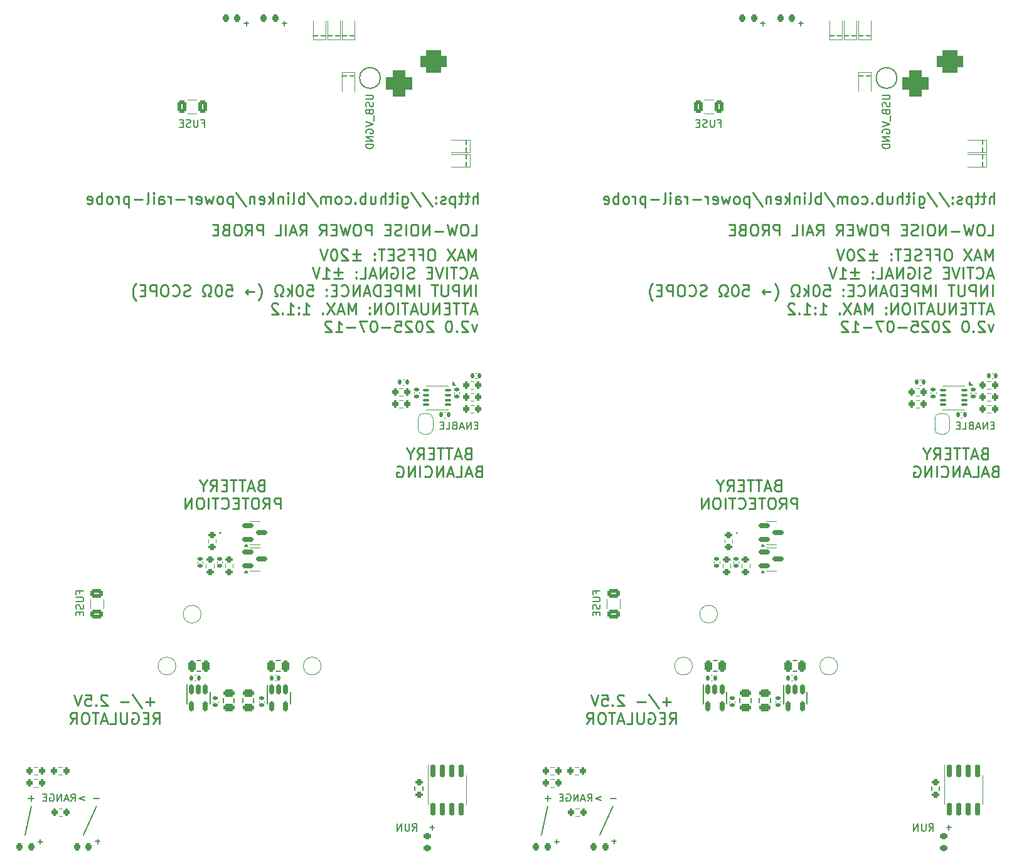
<source format=gbr>
%TF.GenerationSoftware,KiCad,Pcbnew,9.0.2+dfsg-1*%
%TF.CreationDate,2025-07-12T21:44:10+01:00*%
%TF.ProjectId,low-noise-power-probe-panel,6c6f772d-6e6f-4697-9365-2d706f776572,rev?*%
%TF.SameCoordinates,Original*%
%TF.FileFunction,Legend,Bot*%
%TF.FilePolarity,Positive*%
%FSLAX46Y46*%
G04 Gerber Fmt 4.6, Leading zero omitted, Abs format (unit mm)*
G04 Created by KiCad (PCBNEW 9.0.2+dfsg-1) date 2025-07-12 21:44:10*
%MOMM*%
%LPD*%
G01*
G04 APERTURE LIST*
G04 Aperture macros list*
%AMRoundRect*
0 Rectangle with rounded corners*
0 $1 Rounding radius*
0 $2 $3 $4 $5 $6 $7 $8 $9 X,Y pos of 4 corners*
0 Add a 4 corners polygon primitive as box body*
4,1,4,$2,$3,$4,$5,$6,$7,$8,$9,$2,$3,0*
0 Add four circle primitives for the rounded corners*
1,1,$1+$1,$2,$3*
1,1,$1+$1,$4,$5*
1,1,$1+$1,$6,$7*
1,1,$1+$1,$8,$9*
0 Add four rect primitives between the rounded corners*
20,1,$1+$1,$2,$3,$4,$5,0*
20,1,$1+$1,$4,$5,$6,$7,0*
20,1,$1+$1,$6,$7,$8,$9,0*
20,1,$1+$1,$8,$9,$2,$3,0*%
%AMFreePoly0*
4,1,23,0.500000,-0.750000,0.000000,-0.750000,0.000000,-0.745722,-0.065263,-0.745722,-0.191342,-0.711940,-0.304381,-0.646677,-0.396677,-0.554381,-0.461940,-0.441342,-0.495722,-0.315263,-0.495722,-0.250000,-0.500000,-0.250000,-0.500000,0.250000,-0.495722,0.250000,-0.495722,0.315263,-0.461940,0.441342,-0.396677,0.554381,-0.304381,0.646677,-0.191342,0.711940,-0.065263,0.745722,0.000000,0.745722,
0.000000,0.750000,0.500000,0.750000,0.500000,-0.750000,0.500000,-0.750000,$1*%
%AMFreePoly1*
4,1,23,0.000000,0.745722,0.065263,0.745722,0.191342,0.711940,0.304381,0.646677,0.396677,0.554381,0.461940,0.441342,0.495722,0.315263,0.495722,0.250000,0.500000,0.250000,0.500000,-0.250000,0.495722,-0.250000,0.495722,-0.315263,0.461940,-0.441342,0.396677,-0.554381,0.304381,-0.646677,0.191342,-0.711940,0.065263,-0.745722,0.000000,-0.745722,0.000000,-0.750000,-0.500000,-0.750000,
-0.500000,0.750000,0.000000,0.750000,0.000000,0.745722,0.000000,0.745722,$1*%
G04 Aperture macros list end*
%ADD10C,0.150000*%
%ADD11C,0.250000*%
%ADD12C,0.120000*%
%ADD13C,0.200000*%
%ADD14C,3.200000*%
%ADD15C,1.500000*%
%ADD16C,1.800000*%
%ADD17C,2.000000*%
%ADD18C,3.500000*%
%ADD19C,4.000000*%
%ADD20C,3.700000*%
%ADD21O,1.100000X2.100000*%
%ADD22O,1.100000X2.600000*%
%ADD23O,3.000000X2.000000*%
%ADD24C,3.000000*%
%ADD25R,3.500000X3.500000*%
%ADD26RoundRect,0.750000X-1.000000X0.750000X-1.000000X-0.750000X1.000000X-0.750000X1.000000X0.750000X0*%
%ADD27RoundRect,0.875000X-0.875000X0.875000X-0.875000X-0.875000X0.875000X-0.875000X0.875000X0.875000X0*%
%ADD28RoundRect,0.200000X-0.275000X0.200000X-0.275000X-0.200000X0.275000X-0.200000X0.275000X0.200000X0*%
%ADD29RoundRect,0.150000X-0.587500X-0.150000X0.587500X-0.150000X0.587500X0.150000X-0.587500X0.150000X0*%
%ADD30RoundRect,0.250000X-0.250000X-0.475000X0.250000X-0.475000X0.250000X0.475000X-0.250000X0.475000X0*%
%ADD31RoundRect,0.150000X-0.150000X0.512500X-0.150000X-0.512500X0.150000X-0.512500X0.150000X0.512500X0*%
%ADD32RoundRect,0.150000X-0.150000X0.725000X-0.150000X-0.725000X0.150000X-0.725000X0.150000X0.725000X0*%
%ADD33RoundRect,0.200000X-0.200000X-0.275000X0.200000X-0.275000X0.200000X0.275000X-0.200000X0.275000X0*%
%ADD34C,1.000000*%
%ADD35RoundRect,0.140000X0.170000X-0.140000X0.170000X0.140000X-0.170000X0.140000X-0.170000X-0.140000X0*%
%ADD36RoundRect,0.218750X-0.218750X-0.256250X0.218750X-0.256250X0.218750X0.256250X-0.218750X0.256250X0*%
%ADD37RoundRect,0.140000X-0.170000X0.140000X-0.170000X-0.140000X0.170000X-0.140000X0.170000X0.140000X0*%
%ADD38RoundRect,0.250000X-0.475000X0.250000X-0.475000X-0.250000X0.475000X-0.250000X0.475000X0.250000X0*%
%ADD39RoundRect,0.250000X0.625000X-0.375000X0.625000X0.375000X-0.625000X0.375000X-0.625000X-0.375000X0*%
%ADD40RoundRect,0.250000X0.375000X0.625000X-0.375000X0.625000X-0.375000X-0.625000X0.375000X-0.625000X0*%
%ADD41RoundRect,0.140000X-0.140000X-0.170000X0.140000X-0.170000X0.140000X0.170000X-0.140000X0.170000X0*%
%ADD42RoundRect,0.087500X0.337500X0.087500X-0.337500X0.087500X-0.337500X-0.087500X0.337500X-0.087500X0*%
%ADD43R,1.650000X2.400000*%
%ADD44R,0.600000X0.450000*%
%ADD45R,0.450000X0.600000*%
%ADD46R,0.300000X0.520000*%
%ADD47RoundRect,0.140000X0.140000X0.170000X-0.140000X0.170000X-0.140000X-0.170000X0.140000X-0.170000X0*%
%ADD48RoundRect,0.200000X0.200000X0.275000X-0.200000X0.275000X-0.200000X-0.275000X0.200000X-0.275000X0*%
%ADD49RoundRect,0.250000X0.475000X-0.250000X0.475000X0.250000X-0.475000X0.250000X-0.475000X-0.250000X0*%
%ADD50FreePoly0,90.000000*%
%ADD51FreePoly1,90.000000*%
%ADD52RoundRect,0.200000X0.275000X-0.200000X0.275000X0.200000X-0.275000X0.200000X-0.275000X-0.200000X0*%
%ADD53RoundRect,0.218750X0.256250X-0.218750X0.256250X0.218750X-0.256250X0.218750X-0.256250X-0.218750X0*%
G04 APERTURE END LIST*
D10*
X154300000Y-133275000D02*
X152530000Y-137145000D01*
X145500000Y-133275000D02*
X144640000Y-137145000D01*
X215200000Y-133275000D02*
X214340000Y-137145000D01*
X224000000Y-133275000D02*
X222230000Y-137145000D01*
D11*
X274049999Y-85662756D02*
X273835713Y-85734184D01*
X273835713Y-85734184D02*
X273764284Y-85805613D01*
X273764284Y-85805613D02*
X273692856Y-85948470D01*
X273692856Y-85948470D02*
X273692856Y-86162756D01*
X273692856Y-86162756D02*
X273764284Y-86305613D01*
X273764284Y-86305613D02*
X273835713Y-86377042D01*
X273835713Y-86377042D02*
X273978570Y-86448470D01*
X273978570Y-86448470D02*
X274549999Y-86448470D01*
X274549999Y-86448470D02*
X274549999Y-84948470D01*
X274549999Y-84948470D02*
X274049999Y-84948470D01*
X274049999Y-84948470D02*
X273907142Y-85019899D01*
X273907142Y-85019899D02*
X273835713Y-85091327D01*
X273835713Y-85091327D02*
X273764284Y-85234184D01*
X273764284Y-85234184D02*
X273764284Y-85377042D01*
X273764284Y-85377042D02*
X273835713Y-85519899D01*
X273835713Y-85519899D02*
X273907142Y-85591327D01*
X273907142Y-85591327D02*
X274049999Y-85662756D01*
X274049999Y-85662756D02*
X274549999Y-85662756D01*
X273121427Y-86019899D02*
X272407142Y-86019899D01*
X273264284Y-86448470D02*
X272764284Y-84948470D01*
X272764284Y-84948470D02*
X272264284Y-86448470D01*
X271978570Y-84948470D02*
X271121428Y-84948470D01*
X271549999Y-86448470D02*
X271549999Y-84948470D01*
X270835713Y-84948470D02*
X269978571Y-84948470D01*
X270407142Y-86448470D02*
X270407142Y-84948470D01*
X269478571Y-85662756D02*
X268978571Y-85662756D01*
X268764285Y-86448470D02*
X269478571Y-86448470D01*
X269478571Y-86448470D02*
X269478571Y-84948470D01*
X269478571Y-84948470D02*
X268764285Y-84948470D01*
X267264285Y-86448470D02*
X267764285Y-85734184D01*
X268121428Y-86448470D02*
X268121428Y-84948470D01*
X268121428Y-84948470D02*
X267549999Y-84948470D01*
X267549999Y-84948470D02*
X267407142Y-85019899D01*
X267407142Y-85019899D02*
X267335713Y-85091327D01*
X267335713Y-85091327D02*
X267264285Y-85234184D01*
X267264285Y-85234184D02*
X267264285Y-85448470D01*
X267264285Y-85448470D02*
X267335713Y-85591327D01*
X267335713Y-85591327D02*
X267407142Y-85662756D01*
X267407142Y-85662756D02*
X267549999Y-85734184D01*
X267549999Y-85734184D02*
X268121428Y-85734184D01*
X266335713Y-85734184D02*
X266335713Y-86448470D01*
X266835713Y-84948470D02*
X266335713Y-85734184D01*
X266335713Y-85734184D02*
X265835713Y-84948470D01*
X275514286Y-88077672D02*
X275300000Y-88149100D01*
X275300000Y-88149100D02*
X275228571Y-88220529D01*
X275228571Y-88220529D02*
X275157143Y-88363386D01*
X275157143Y-88363386D02*
X275157143Y-88577672D01*
X275157143Y-88577672D02*
X275228571Y-88720529D01*
X275228571Y-88720529D02*
X275300000Y-88791958D01*
X275300000Y-88791958D02*
X275442857Y-88863386D01*
X275442857Y-88863386D02*
X276014286Y-88863386D01*
X276014286Y-88863386D02*
X276014286Y-87363386D01*
X276014286Y-87363386D02*
X275514286Y-87363386D01*
X275514286Y-87363386D02*
X275371429Y-87434815D01*
X275371429Y-87434815D02*
X275300000Y-87506243D01*
X275300000Y-87506243D02*
X275228571Y-87649100D01*
X275228571Y-87649100D02*
X275228571Y-87791958D01*
X275228571Y-87791958D02*
X275300000Y-87934815D01*
X275300000Y-87934815D02*
X275371429Y-88006243D01*
X275371429Y-88006243D02*
X275514286Y-88077672D01*
X275514286Y-88077672D02*
X276014286Y-88077672D01*
X274585714Y-88434815D02*
X273871429Y-88434815D01*
X274728571Y-88863386D02*
X274228571Y-87363386D01*
X274228571Y-87363386D02*
X273728571Y-88863386D01*
X272514286Y-88863386D02*
X273228572Y-88863386D01*
X273228572Y-88863386D02*
X273228572Y-87363386D01*
X272085714Y-88434815D02*
X271371429Y-88434815D01*
X272228571Y-88863386D02*
X271728571Y-87363386D01*
X271728571Y-87363386D02*
X271228571Y-88863386D01*
X270728572Y-88863386D02*
X270728572Y-87363386D01*
X270728572Y-87363386D02*
X269871429Y-88863386D01*
X269871429Y-88863386D02*
X269871429Y-87363386D01*
X268300000Y-88720529D02*
X268371428Y-88791958D01*
X268371428Y-88791958D02*
X268585714Y-88863386D01*
X268585714Y-88863386D02*
X268728571Y-88863386D01*
X268728571Y-88863386D02*
X268942857Y-88791958D01*
X268942857Y-88791958D02*
X269085714Y-88649100D01*
X269085714Y-88649100D02*
X269157143Y-88506243D01*
X269157143Y-88506243D02*
X269228571Y-88220529D01*
X269228571Y-88220529D02*
X269228571Y-88006243D01*
X269228571Y-88006243D02*
X269157143Y-87720529D01*
X269157143Y-87720529D02*
X269085714Y-87577672D01*
X269085714Y-87577672D02*
X268942857Y-87434815D01*
X268942857Y-87434815D02*
X268728571Y-87363386D01*
X268728571Y-87363386D02*
X268585714Y-87363386D01*
X268585714Y-87363386D02*
X268371428Y-87434815D01*
X268371428Y-87434815D02*
X268300000Y-87506243D01*
X267657143Y-88863386D02*
X267657143Y-87363386D01*
X266942857Y-88863386D02*
X266942857Y-87363386D01*
X266942857Y-87363386D02*
X266085714Y-88863386D01*
X266085714Y-88863386D02*
X266085714Y-87363386D01*
X264585713Y-87434815D02*
X264728571Y-87363386D01*
X264728571Y-87363386D02*
X264942856Y-87363386D01*
X264942856Y-87363386D02*
X265157142Y-87434815D01*
X265157142Y-87434815D02*
X265299999Y-87577672D01*
X265299999Y-87577672D02*
X265371428Y-87720529D01*
X265371428Y-87720529D02*
X265442856Y-88006243D01*
X265442856Y-88006243D02*
X265442856Y-88220529D01*
X265442856Y-88220529D02*
X265371428Y-88506243D01*
X265371428Y-88506243D02*
X265299999Y-88649100D01*
X265299999Y-88649100D02*
X265157142Y-88791958D01*
X265157142Y-88791958D02*
X264942856Y-88863386D01*
X264942856Y-88863386D02*
X264799999Y-88863386D01*
X264799999Y-88863386D02*
X264585713Y-88791958D01*
X264585713Y-88791958D02*
X264514285Y-88720529D01*
X264514285Y-88720529D02*
X264514285Y-88220529D01*
X264514285Y-88220529D02*
X264799999Y-88220529D01*
X204349999Y-85662756D02*
X204135713Y-85734184D01*
X204135713Y-85734184D02*
X204064284Y-85805613D01*
X204064284Y-85805613D02*
X203992856Y-85948470D01*
X203992856Y-85948470D02*
X203992856Y-86162756D01*
X203992856Y-86162756D02*
X204064284Y-86305613D01*
X204064284Y-86305613D02*
X204135713Y-86377042D01*
X204135713Y-86377042D02*
X204278570Y-86448470D01*
X204278570Y-86448470D02*
X204849999Y-86448470D01*
X204849999Y-86448470D02*
X204849999Y-84948470D01*
X204849999Y-84948470D02*
X204349999Y-84948470D01*
X204349999Y-84948470D02*
X204207142Y-85019899D01*
X204207142Y-85019899D02*
X204135713Y-85091327D01*
X204135713Y-85091327D02*
X204064284Y-85234184D01*
X204064284Y-85234184D02*
X204064284Y-85377042D01*
X204064284Y-85377042D02*
X204135713Y-85519899D01*
X204135713Y-85519899D02*
X204207142Y-85591327D01*
X204207142Y-85591327D02*
X204349999Y-85662756D01*
X204349999Y-85662756D02*
X204849999Y-85662756D01*
X203421427Y-86019899D02*
X202707142Y-86019899D01*
X203564284Y-86448470D02*
X203064284Y-84948470D01*
X203064284Y-84948470D02*
X202564284Y-86448470D01*
X202278570Y-84948470D02*
X201421428Y-84948470D01*
X201849999Y-86448470D02*
X201849999Y-84948470D01*
X201135713Y-84948470D02*
X200278571Y-84948470D01*
X200707142Y-86448470D02*
X200707142Y-84948470D01*
X199778571Y-85662756D02*
X199278571Y-85662756D01*
X199064285Y-86448470D02*
X199778571Y-86448470D01*
X199778571Y-86448470D02*
X199778571Y-84948470D01*
X199778571Y-84948470D02*
X199064285Y-84948470D01*
X197564285Y-86448470D02*
X198064285Y-85734184D01*
X198421428Y-86448470D02*
X198421428Y-84948470D01*
X198421428Y-84948470D02*
X197849999Y-84948470D01*
X197849999Y-84948470D02*
X197707142Y-85019899D01*
X197707142Y-85019899D02*
X197635713Y-85091327D01*
X197635713Y-85091327D02*
X197564285Y-85234184D01*
X197564285Y-85234184D02*
X197564285Y-85448470D01*
X197564285Y-85448470D02*
X197635713Y-85591327D01*
X197635713Y-85591327D02*
X197707142Y-85662756D01*
X197707142Y-85662756D02*
X197849999Y-85734184D01*
X197849999Y-85734184D02*
X198421428Y-85734184D01*
X196635713Y-85734184D02*
X196635713Y-86448470D01*
X197135713Y-84948470D02*
X196635713Y-85734184D01*
X196635713Y-85734184D02*
X196135713Y-84948470D01*
X205814286Y-88077672D02*
X205600000Y-88149100D01*
X205600000Y-88149100D02*
X205528571Y-88220529D01*
X205528571Y-88220529D02*
X205457143Y-88363386D01*
X205457143Y-88363386D02*
X205457143Y-88577672D01*
X205457143Y-88577672D02*
X205528571Y-88720529D01*
X205528571Y-88720529D02*
X205600000Y-88791958D01*
X205600000Y-88791958D02*
X205742857Y-88863386D01*
X205742857Y-88863386D02*
X206314286Y-88863386D01*
X206314286Y-88863386D02*
X206314286Y-87363386D01*
X206314286Y-87363386D02*
X205814286Y-87363386D01*
X205814286Y-87363386D02*
X205671429Y-87434815D01*
X205671429Y-87434815D02*
X205600000Y-87506243D01*
X205600000Y-87506243D02*
X205528571Y-87649100D01*
X205528571Y-87649100D02*
X205528571Y-87791958D01*
X205528571Y-87791958D02*
X205600000Y-87934815D01*
X205600000Y-87934815D02*
X205671429Y-88006243D01*
X205671429Y-88006243D02*
X205814286Y-88077672D01*
X205814286Y-88077672D02*
X206314286Y-88077672D01*
X204885714Y-88434815D02*
X204171429Y-88434815D01*
X205028571Y-88863386D02*
X204528571Y-87363386D01*
X204528571Y-87363386D02*
X204028571Y-88863386D01*
X202814286Y-88863386D02*
X203528572Y-88863386D01*
X203528572Y-88863386D02*
X203528572Y-87363386D01*
X202385714Y-88434815D02*
X201671429Y-88434815D01*
X202528571Y-88863386D02*
X202028571Y-87363386D01*
X202028571Y-87363386D02*
X201528571Y-88863386D01*
X201028572Y-88863386D02*
X201028572Y-87363386D01*
X201028572Y-87363386D02*
X200171429Y-88863386D01*
X200171429Y-88863386D02*
X200171429Y-87363386D01*
X198600000Y-88720529D02*
X198671428Y-88791958D01*
X198671428Y-88791958D02*
X198885714Y-88863386D01*
X198885714Y-88863386D02*
X199028571Y-88863386D01*
X199028571Y-88863386D02*
X199242857Y-88791958D01*
X199242857Y-88791958D02*
X199385714Y-88649100D01*
X199385714Y-88649100D02*
X199457143Y-88506243D01*
X199457143Y-88506243D02*
X199528571Y-88220529D01*
X199528571Y-88220529D02*
X199528571Y-88006243D01*
X199528571Y-88006243D02*
X199457143Y-87720529D01*
X199457143Y-87720529D02*
X199385714Y-87577672D01*
X199385714Y-87577672D02*
X199242857Y-87434815D01*
X199242857Y-87434815D02*
X199028571Y-87363386D01*
X199028571Y-87363386D02*
X198885714Y-87363386D01*
X198885714Y-87363386D02*
X198671428Y-87434815D01*
X198671428Y-87434815D02*
X198600000Y-87506243D01*
X197957143Y-88863386D02*
X197957143Y-87363386D01*
X197242857Y-88863386D02*
X197242857Y-87363386D01*
X197242857Y-87363386D02*
X196385714Y-88863386D01*
X196385714Y-88863386D02*
X196385714Y-87363386D01*
X194885713Y-87434815D02*
X195028571Y-87363386D01*
X195028571Y-87363386D02*
X195242856Y-87363386D01*
X195242856Y-87363386D02*
X195457142Y-87434815D01*
X195457142Y-87434815D02*
X195599999Y-87577672D01*
X195599999Y-87577672D02*
X195671428Y-87720529D01*
X195671428Y-87720529D02*
X195742856Y-88006243D01*
X195742856Y-88006243D02*
X195742856Y-88220529D01*
X195742856Y-88220529D02*
X195671428Y-88506243D01*
X195671428Y-88506243D02*
X195599999Y-88649100D01*
X195599999Y-88649100D02*
X195457142Y-88791958D01*
X195457142Y-88791958D02*
X195242856Y-88863386D01*
X195242856Y-88863386D02*
X195099999Y-88863386D01*
X195099999Y-88863386D02*
X194885713Y-88791958D01*
X194885713Y-88791958D02*
X194814285Y-88720529D01*
X194814285Y-88720529D02*
X194814285Y-88220529D01*
X194814285Y-88220529D02*
X195099999Y-88220529D01*
D10*
X168509523Y-41106009D02*
X168842856Y-41106009D01*
X168842856Y-41629819D02*
X168842856Y-40629819D01*
X168842856Y-40629819D02*
X168366666Y-40629819D01*
X167985713Y-40629819D02*
X167985713Y-41439342D01*
X167985713Y-41439342D02*
X167938094Y-41534580D01*
X167938094Y-41534580D02*
X167890475Y-41582200D01*
X167890475Y-41582200D02*
X167795237Y-41629819D01*
X167795237Y-41629819D02*
X167604761Y-41629819D01*
X167604761Y-41629819D02*
X167509523Y-41582200D01*
X167509523Y-41582200D02*
X167461904Y-41534580D01*
X167461904Y-41534580D02*
X167414285Y-41439342D01*
X167414285Y-41439342D02*
X167414285Y-40629819D01*
X166985713Y-41582200D02*
X166842856Y-41629819D01*
X166842856Y-41629819D02*
X166604761Y-41629819D01*
X166604761Y-41629819D02*
X166509523Y-41582200D01*
X166509523Y-41582200D02*
X166461904Y-41534580D01*
X166461904Y-41534580D02*
X166414285Y-41439342D01*
X166414285Y-41439342D02*
X166414285Y-41344104D01*
X166414285Y-41344104D02*
X166461904Y-41248866D01*
X166461904Y-41248866D02*
X166509523Y-41201247D01*
X166509523Y-41201247D02*
X166604761Y-41153628D01*
X166604761Y-41153628D02*
X166795237Y-41106009D01*
X166795237Y-41106009D02*
X166890475Y-41058390D01*
X166890475Y-41058390D02*
X166938094Y-41010771D01*
X166938094Y-41010771D02*
X166985713Y-40915533D01*
X166985713Y-40915533D02*
X166985713Y-40820295D01*
X166985713Y-40820295D02*
X166938094Y-40725057D01*
X166938094Y-40725057D02*
X166890475Y-40677438D01*
X166890475Y-40677438D02*
X166795237Y-40629819D01*
X166795237Y-40629819D02*
X166557142Y-40629819D01*
X166557142Y-40629819D02*
X166414285Y-40677438D01*
X165985713Y-41106009D02*
X165652380Y-41106009D01*
X165509523Y-41629819D02*
X165985713Y-41629819D01*
X165985713Y-41629819D02*
X165985713Y-40629819D01*
X165985713Y-40629819D02*
X165509523Y-40629819D01*
X224385713Y-132248866D02*
X223623809Y-132248866D01*
X222385713Y-131963152D02*
X221623809Y-132248866D01*
X221623809Y-132248866D02*
X222385713Y-132534580D01*
X220576190Y-132629819D02*
X220909523Y-132153628D01*
X221147618Y-132629819D02*
X221147618Y-131629819D01*
X221147618Y-131629819D02*
X220766666Y-131629819D01*
X220766666Y-131629819D02*
X220671428Y-131677438D01*
X220671428Y-131677438D02*
X220623809Y-131725057D01*
X220623809Y-131725057D02*
X220576190Y-131820295D01*
X220576190Y-131820295D02*
X220576190Y-131963152D01*
X220576190Y-131963152D02*
X220623809Y-132058390D01*
X220623809Y-132058390D02*
X220671428Y-132106009D01*
X220671428Y-132106009D02*
X220766666Y-132153628D01*
X220766666Y-132153628D02*
X221147618Y-132153628D01*
X220195237Y-132344104D02*
X219719047Y-132344104D01*
X220290475Y-132629819D02*
X219957142Y-131629819D01*
X219957142Y-131629819D02*
X219623809Y-132629819D01*
X219290475Y-132629819D02*
X219290475Y-131629819D01*
X219290475Y-131629819D02*
X218719047Y-132629819D01*
X218719047Y-132629819D02*
X218719047Y-131629819D01*
X217719047Y-131677438D02*
X217814285Y-131629819D01*
X217814285Y-131629819D02*
X217957142Y-131629819D01*
X217957142Y-131629819D02*
X218099999Y-131677438D01*
X218099999Y-131677438D02*
X218195237Y-131772676D01*
X218195237Y-131772676D02*
X218242856Y-131867914D01*
X218242856Y-131867914D02*
X218290475Y-132058390D01*
X218290475Y-132058390D02*
X218290475Y-132201247D01*
X218290475Y-132201247D02*
X218242856Y-132391723D01*
X218242856Y-132391723D02*
X218195237Y-132486961D01*
X218195237Y-132486961D02*
X218099999Y-132582200D01*
X218099999Y-132582200D02*
X217957142Y-132629819D01*
X217957142Y-132629819D02*
X217861904Y-132629819D01*
X217861904Y-132629819D02*
X217719047Y-132582200D01*
X217719047Y-132582200D02*
X217671428Y-132534580D01*
X217671428Y-132534580D02*
X217671428Y-132201247D01*
X217671428Y-132201247D02*
X217861904Y-132201247D01*
X217242856Y-132106009D02*
X216909523Y-132106009D01*
X216766666Y-132629819D02*
X217242856Y-132629819D01*
X217242856Y-132629819D02*
X217242856Y-131629819D01*
X217242856Y-131629819D02*
X216766666Y-131629819D01*
X215576189Y-132248866D02*
X214814285Y-132248866D01*
X215195237Y-132629819D02*
X215195237Y-131867914D01*
D11*
X275178384Y-59626096D02*
X275178384Y-58126096D01*
X275178384Y-58126096D02*
X274678384Y-59197525D01*
X274678384Y-59197525D02*
X274178384Y-58126096D01*
X274178384Y-58126096D02*
X274178384Y-59626096D01*
X273535526Y-59197525D02*
X272821241Y-59197525D01*
X273678383Y-59626096D02*
X273178383Y-58126096D01*
X273178383Y-58126096D02*
X272678383Y-59626096D01*
X272321241Y-58126096D02*
X271321241Y-59626096D01*
X271321241Y-58126096D02*
X272321241Y-59626096D01*
X269321241Y-58126096D02*
X269035527Y-58126096D01*
X269035527Y-58126096D02*
X268892670Y-58197525D01*
X268892670Y-58197525D02*
X268749813Y-58340382D01*
X268749813Y-58340382D02*
X268678384Y-58626096D01*
X268678384Y-58626096D02*
X268678384Y-59126096D01*
X268678384Y-59126096D02*
X268749813Y-59411810D01*
X268749813Y-59411810D02*
X268892670Y-59554668D01*
X268892670Y-59554668D02*
X269035527Y-59626096D01*
X269035527Y-59626096D02*
X269321241Y-59626096D01*
X269321241Y-59626096D02*
X269464099Y-59554668D01*
X269464099Y-59554668D02*
X269606956Y-59411810D01*
X269606956Y-59411810D02*
X269678384Y-59126096D01*
X269678384Y-59126096D02*
X269678384Y-58626096D01*
X269678384Y-58626096D02*
X269606956Y-58340382D01*
X269606956Y-58340382D02*
X269464099Y-58197525D01*
X269464099Y-58197525D02*
X269321241Y-58126096D01*
X267535527Y-58840382D02*
X268035527Y-58840382D01*
X268035527Y-59626096D02*
X268035527Y-58126096D01*
X268035527Y-58126096D02*
X267321241Y-58126096D01*
X266249813Y-58840382D02*
X266749813Y-58840382D01*
X266749813Y-59626096D02*
X266749813Y-58126096D01*
X266749813Y-58126096D02*
X266035527Y-58126096D01*
X265535527Y-59554668D02*
X265321242Y-59626096D01*
X265321242Y-59626096D02*
X264964099Y-59626096D01*
X264964099Y-59626096D02*
X264821242Y-59554668D01*
X264821242Y-59554668D02*
X264749813Y-59483239D01*
X264749813Y-59483239D02*
X264678384Y-59340382D01*
X264678384Y-59340382D02*
X264678384Y-59197525D01*
X264678384Y-59197525D02*
X264749813Y-59054668D01*
X264749813Y-59054668D02*
X264821242Y-58983239D01*
X264821242Y-58983239D02*
X264964099Y-58911810D01*
X264964099Y-58911810D02*
X265249813Y-58840382D01*
X265249813Y-58840382D02*
X265392670Y-58768953D01*
X265392670Y-58768953D02*
X265464099Y-58697525D01*
X265464099Y-58697525D02*
X265535527Y-58554668D01*
X265535527Y-58554668D02*
X265535527Y-58411810D01*
X265535527Y-58411810D02*
X265464099Y-58268953D01*
X265464099Y-58268953D02*
X265392670Y-58197525D01*
X265392670Y-58197525D02*
X265249813Y-58126096D01*
X265249813Y-58126096D02*
X264892670Y-58126096D01*
X264892670Y-58126096D02*
X264678384Y-58197525D01*
X264035528Y-58840382D02*
X263535528Y-58840382D01*
X263321242Y-59626096D02*
X264035528Y-59626096D01*
X264035528Y-59626096D02*
X264035528Y-58126096D01*
X264035528Y-58126096D02*
X263321242Y-58126096D01*
X262892670Y-58126096D02*
X262035528Y-58126096D01*
X262464099Y-59626096D02*
X262464099Y-58126096D01*
X261535528Y-59483239D02*
X261464099Y-59554668D01*
X261464099Y-59554668D02*
X261535528Y-59626096D01*
X261535528Y-59626096D02*
X261606956Y-59554668D01*
X261606956Y-59554668D02*
X261535528Y-59483239D01*
X261535528Y-59483239D02*
X261535528Y-59626096D01*
X261535528Y-58697525D02*
X261464099Y-58768953D01*
X261464099Y-58768953D02*
X261535528Y-58840382D01*
X261535528Y-58840382D02*
X261606956Y-58768953D01*
X261606956Y-58768953D02*
X261535528Y-58697525D01*
X261535528Y-58697525D02*
X261535528Y-58840382D01*
X259678385Y-58768953D02*
X258535528Y-58768953D01*
X259106956Y-59340382D02*
X259106956Y-58197525D01*
X258535528Y-59626096D02*
X259678385Y-59626096D01*
X257892670Y-58268953D02*
X257821242Y-58197525D01*
X257821242Y-58197525D02*
X257678385Y-58126096D01*
X257678385Y-58126096D02*
X257321242Y-58126096D01*
X257321242Y-58126096D02*
X257178385Y-58197525D01*
X257178385Y-58197525D02*
X257106956Y-58268953D01*
X257106956Y-58268953D02*
X257035527Y-58411810D01*
X257035527Y-58411810D02*
X257035527Y-58554668D01*
X257035527Y-58554668D02*
X257106956Y-58768953D01*
X257106956Y-58768953D02*
X257964099Y-59626096D01*
X257964099Y-59626096D02*
X257035527Y-59626096D01*
X256106956Y-58126096D02*
X255964099Y-58126096D01*
X255964099Y-58126096D02*
X255821242Y-58197525D01*
X255821242Y-58197525D02*
X255749814Y-58268953D01*
X255749814Y-58268953D02*
X255678385Y-58411810D01*
X255678385Y-58411810D02*
X255606956Y-58697525D01*
X255606956Y-58697525D02*
X255606956Y-59054668D01*
X255606956Y-59054668D02*
X255678385Y-59340382D01*
X255678385Y-59340382D02*
X255749814Y-59483239D01*
X255749814Y-59483239D02*
X255821242Y-59554668D01*
X255821242Y-59554668D02*
X255964099Y-59626096D01*
X255964099Y-59626096D02*
X256106956Y-59626096D01*
X256106956Y-59626096D02*
X256249814Y-59554668D01*
X256249814Y-59554668D02*
X256321242Y-59483239D01*
X256321242Y-59483239D02*
X256392671Y-59340382D01*
X256392671Y-59340382D02*
X256464099Y-59054668D01*
X256464099Y-59054668D02*
X256464099Y-58697525D01*
X256464099Y-58697525D02*
X256392671Y-58411810D01*
X256392671Y-58411810D02*
X256321242Y-58268953D01*
X256321242Y-58268953D02*
X256249814Y-58197525D01*
X256249814Y-58197525D02*
X256106956Y-58126096D01*
X255178385Y-58126096D02*
X254678385Y-59626096D01*
X254678385Y-59626096D02*
X254178385Y-58126096D01*
X275249812Y-61612441D02*
X274535527Y-61612441D01*
X275392669Y-62041012D02*
X274892669Y-60541012D01*
X274892669Y-60541012D02*
X274392669Y-62041012D01*
X273035527Y-61898155D02*
X273106955Y-61969584D01*
X273106955Y-61969584D02*
X273321241Y-62041012D01*
X273321241Y-62041012D02*
X273464098Y-62041012D01*
X273464098Y-62041012D02*
X273678384Y-61969584D01*
X273678384Y-61969584D02*
X273821241Y-61826726D01*
X273821241Y-61826726D02*
X273892670Y-61683869D01*
X273892670Y-61683869D02*
X273964098Y-61398155D01*
X273964098Y-61398155D02*
X273964098Y-61183869D01*
X273964098Y-61183869D02*
X273892670Y-60898155D01*
X273892670Y-60898155D02*
X273821241Y-60755298D01*
X273821241Y-60755298D02*
X273678384Y-60612441D01*
X273678384Y-60612441D02*
X273464098Y-60541012D01*
X273464098Y-60541012D02*
X273321241Y-60541012D01*
X273321241Y-60541012D02*
X273106955Y-60612441D01*
X273106955Y-60612441D02*
X273035527Y-60683869D01*
X272606955Y-60541012D02*
X271749813Y-60541012D01*
X272178384Y-62041012D02*
X272178384Y-60541012D01*
X271249813Y-62041012D02*
X271249813Y-60541012D01*
X270749812Y-60541012D02*
X270249812Y-62041012D01*
X270249812Y-62041012D02*
X269749812Y-60541012D01*
X269249813Y-61255298D02*
X268749813Y-61255298D01*
X268535527Y-62041012D02*
X269249813Y-62041012D01*
X269249813Y-62041012D02*
X269249813Y-60541012D01*
X269249813Y-60541012D02*
X268535527Y-60541012D01*
X266821241Y-61969584D02*
X266606956Y-62041012D01*
X266606956Y-62041012D02*
X266249813Y-62041012D01*
X266249813Y-62041012D02*
X266106956Y-61969584D01*
X266106956Y-61969584D02*
X266035527Y-61898155D01*
X266035527Y-61898155D02*
X265964098Y-61755298D01*
X265964098Y-61755298D02*
X265964098Y-61612441D01*
X265964098Y-61612441D02*
X266035527Y-61469584D01*
X266035527Y-61469584D02*
X266106956Y-61398155D01*
X266106956Y-61398155D02*
X266249813Y-61326726D01*
X266249813Y-61326726D02*
X266535527Y-61255298D01*
X266535527Y-61255298D02*
X266678384Y-61183869D01*
X266678384Y-61183869D02*
X266749813Y-61112441D01*
X266749813Y-61112441D02*
X266821241Y-60969584D01*
X266821241Y-60969584D02*
X266821241Y-60826726D01*
X266821241Y-60826726D02*
X266749813Y-60683869D01*
X266749813Y-60683869D02*
X266678384Y-60612441D01*
X266678384Y-60612441D02*
X266535527Y-60541012D01*
X266535527Y-60541012D02*
X266178384Y-60541012D01*
X266178384Y-60541012D02*
X265964098Y-60612441D01*
X265321242Y-62041012D02*
X265321242Y-60541012D01*
X263821241Y-60612441D02*
X263964099Y-60541012D01*
X263964099Y-60541012D02*
X264178384Y-60541012D01*
X264178384Y-60541012D02*
X264392670Y-60612441D01*
X264392670Y-60612441D02*
X264535527Y-60755298D01*
X264535527Y-60755298D02*
X264606956Y-60898155D01*
X264606956Y-60898155D02*
X264678384Y-61183869D01*
X264678384Y-61183869D02*
X264678384Y-61398155D01*
X264678384Y-61398155D02*
X264606956Y-61683869D01*
X264606956Y-61683869D02*
X264535527Y-61826726D01*
X264535527Y-61826726D02*
X264392670Y-61969584D01*
X264392670Y-61969584D02*
X264178384Y-62041012D01*
X264178384Y-62041012D02*
X264035527Y-62041012D01*
X264035527Y-62041012D02*
X263821241Y-61969584D01*
X263821241Y-61969584D02*
X263749813Y-61898155D01*
X263749813Y-61898155D02*
X263749813Y-61398155D01*
X263749813Y-61398155D02*
X264035527Y-61398155D01*
X263106956Y-62041012D02*
X263106956Y-60541012D01*
X263106956Y-60541012D02*
X262249813Y-62041012D01*
X262249813Y-62041012D02*
X262249813Y-60541012D01*
X261606955Y-61612441D02*
X260892670Y-61612441D01*
X261749812Y-62041012D02*
X261249812Y-60541012D01*
X261249812Y-60541012D02*
X260749812Y-62041012D01*
X259535527Y-62041012D02*
X260249813Y-62041012D01*
X260249813Y-62041012D02*
X260249813Y-60541012D01*
X259035527Y-61898155D02*
X258964098Y-61969584D01*
X258964098Y-61969584D02*
X259035527Y-62041012D01*
X259035527Y-62041012D02*
X259106955Y-61969584D01*
X259106955Y-61969584D02*
X259035527Y-61898155D01*
X259035527Y-61898155D02*
X259035527Y-62041012D01*
X259035527Y-61112441D02*
X258964098Y-61183869D01*
X258964098Y-61183869D02*
X259035527Y-61255298D01*
X259035527Y-61255298D02*
X259106955Y-61183869D01*
X259106955Y-61183869D02*
X259035527Y-61112441D01*
X259035527Y-61112441D02*
X259035527Y-61255298D01*
X257178384Y-61183869D02*
X256035527Y-61183869D01*
X256606955Y-61755298D02*
X256606955Y-60612441D01*
X256035527Y-62041012D02*
X257178384Y-62041012D01*
X254535526Y-62041012D02*
X255392669Y-62041012D01*
X254964098Y-62041012D02*
X254964098Y-60541012D01*
X254964098Y-60541012D02*
X255106955Y-60755298D01*
X255106955Y-60755298D02*
X255249812Y-60898155D01*
X255249812Y-60898155D02*
X255392669Y-60969584D01*
X254106955Y-60541012D02*
X253606955Y-62041012D01*
X253606955Y-62041012D02*
X253106955Y-60541012D01*
X275178384Y-64455928D02*
X275178384Y-62955928D01*
X274464098Y-64455928D02*
X274464098Y-62955928D01*
X274464098Y-62955928D02*
X273606955Y-64455928D01*
X273606955Y-64455928D02*
X273606955Y-62955928D01*
X272892669Y-64455928D02*
X272892669Y-62955928D01*
X272892669Y-62955928D02*
X272321240Y-62955928D01*
X272321240Y-62955928D02*
X272178383Y-63027357D01*
X272178383Y-63027357D02*
X272106954Y-63098785D01*
X272106954Y-63098785D02*
X272035526Y-63241642D01*
X272035526Y-63241642D02*
X272035526Y-63455928D01*
X272035526Y-63455928D02*
X272106954Y-63598785D01*
X272106954Y-63598785D02*
X272178383Y-63670214D01*
X272178383Y-63670214D02*
X272321240Y-63741642D01*
X272321240Y-63741642D02*
X272892669Y-63741642D01*
X271392669Y-62955928D02*
X271392669Y-64170214D01*
X271392669Y-64170214D02*
X271321240Y-64313071D01*
X271321240Y-64313071D02*
X271249812Y-64384500D01*
X271249812Y-64384500D02*
X271106954Y-64455928D01*
X271106954Y-64455928D02*
X270821240Y-64455928D01*
X270821240Y-64455928D02*
X270678383Y-64384500D01*
X270678383Y-64384500D02*
X270606954Y-64313071D01*
X270606954Y-64313071D02*
X270535526Y-64170214D01*
X270535526Y-64170214D02*
X270535526Y-62955928D01*
X270035525Y-62955928D02*
X269178383Y-62955928D01*
X269606954Y-64455928D02*
X269606954Y-62955928D01*
X267535526Y-64455928D02*
X267535526Y-62955928D01*
X266821240Y-64455928D02*
X266821240Y-62955928D01*
X266821240Y-62955928D02*
X266321240Y-64027357D01*
X266321240Y-64027357D02*
X265821240Y-62955928D01*
X265821240Y-62955928D02*
X265821240Y-64455928D01*
X265106954Y-64455928D02*
X265106954Y-62955928D01*
X265106954Y-62955928D02*
X264535525Y-62955928D01*
X264535525Y-62955928D02*
X264392668Y-63027357D01*
X264392668Y-63027357D02*
X264321239Y-63098785D01*
X264321239Y-63098785D02*
X264249811Y-63241642D01*
X264249811Y-63241642D02*
X264249811Y-63455928D01*
X264249811Y-63455928D02*
X264321239Y-63598785D01*
X264321239Y-63598785D02*
X264392668Y-63670214D01*
X264392668Y-63670214D02*
X264535525Y-63741642D01*
X264535525Y-63741642D02*
X265106954Y-63741642D01*
X263606954Y-63670214D02*
X263106954Y-63670214D01*
X262892668Y-64455928D02*
X263606954Y-64455928D01*
X263606954Y-64455928D02*
X263606954Y-62955928D01*
X263606954Y-62955928D02*
X262892668Y-62955928D01*
X262249811Y-64455928D02*
X262249811Y-62955928D01*
X262249811Y-62955928D02*
X261892668Y-62955928D01*
X261892668Y-62955928D02*
X261678382Y-63027357D01*
X261678382Y-63027357D02*
X261535525Y-63170214D01*
X261535525Y-63170214D02*
X261464096Y-63313071D01*
X261464096Y-63313071D02*
X261392668Y-63598785D01*
X261392668Y-63598785D02*
X261392668Y-63813071D01*
X261392668Y-63813071D02*
X261464096Y-64098785D01*
X261464096Y-64098785D02*
X261535525Y-64241642D01*
X261535525Y-64241642D02*
X261678382Y-64384500D01*
X261678382Y-64384500D02*
X261892668Y-64455928D01*
X261892668Y-64455928D02*
X262249811Y-64455928D01*
X260821239Y-64027357D02*
X260106954Y-64027357D01*
X260964096Y-64455928D02*
X260464096Y-62955928D01*
X260464096Y-62955928D02*
X259964096Y-64455928D01*
X259464097Y-64455928D02*
X259464097Y-62955928D01*
X259464097Y-62955928D02*
X258606954Y-64455928D01*
X258606954Y-64455928D02*
X258606954Y-62955928D01*
X257035525Y-64313071D02*
X257106953Y-64384500D01*
X257106953Y-64384500D02*
X257321239Y-64455928D01*
X257321239Y-64455928D02*
X257464096Y-64455928D01*
X257464096Y-64455928D02*
X257678382Y-64384500D01*
X257678382Y-64384500D02*
X257821239Y-64241642D01*
X257821239Y-64241642D02*
X257892668Y-64098785D01*
X257892668Y-64098785D02*
X257964096Y-63813071D01*
X257964096Y-63813071D02*
X257964096Y-63598785D01*
X257964096Y-63598785D02*
X257892668Y-63313071D01*
X257892668Y-63313071D02*
X257821239Y-63170214D01*
X257821239Y-63170214D02*
X257678382Y-63027357D01*
X257678382Y-63027357D02*
X257464096Y-62955928D01*
X257464096Y-62955928D02*
X257321239Y-62955928D01*
X257321239Y-62955928D02*
X257106953Y-63027357D01*
X257106953Y-63027357D02*
X257035525Y-63098785D01*
X256392668Y-63670214D02*
X255892668Y-63670214D01*
X255678382Y-64455928D02*
X256392668Y-64455928D01*
X256392668Y-64455928D02*
X256392668Y-62955928D01*
X256392668Y-62955928D02*
X255678382Y-62955928D01*
X255035525Y-64313071D02*
X254964096Y-64384500D01*
X254964096Y-64384500D02*
X255035525Y-64455928D01*
X255035525Y-64455928D02*
X255106953Y-64384500D01*
X255106953Y-64384500D02*
X255035525Y-64313071D01*
X255035525Y-64313071D02*
X255035525Y-64455928D01*
X255035525Y-63527357D02*
X254964096Y-63598785D01*
X254964096Y-63598785D02*
X255035525Y-63670214D01*
X255035525Y-63670214D02*
X255106953Y-63598785D01*
X255106953Y-63598785D02*
X255035525Y-63527357D01*
X255035525Y-63527357D02*
X255035525Y-63670214D01*
X252464096Y-62955928D02*
X253178382Y-62955928D01*
X253178382Y-62955928D02*
X253249810Y-63670214D01*
X253249810Y-63670214D02*
X253178382Y-63598785D01*
X253178382Y-63598785D02*
X253035525Y-63527357D01*
X253035525Y-63527357D02*
X252678382Y-63527357D01*
X252678382Y-63527357D02*
X252535525Y-63598785D01*
X252535525Y-63598785D02*
X252464096Y-63670214D01*
X252464096Y-63670214D02*
X252392667Y-63813071D01*
X252392667Y-63813071D02*
X252392667Y-64170214D01*
X252392667Y-64170214D02*
X252464096Y-64313071D01*
X252464096Y-64313071D02*
X252535525Y-64384500D01*
X252535525Y-64384500D02*
X252678382Y-64455928D01*
X252678382Y-64455928D02*
X253035525Y-64455928D01*
X253035525Y-64455928D02*
X253178382Y-64384500D01*
X253178382Y-64384500D02*
X253249810Y-64313071D01*
X251464096Y-62955928D02*
X251321239Y-62955928D01*
X251321239Y-62955928D02*
X251178382Y-63027357D01*
X251178382Y-63027357D02*
X251106954Y-63098785D01*
X251106954Y-63098785D02*
X251035525Y-63241642D01*
X251035525Y-63241642D02*
X250964096Y-63527357D01*
X250964096Y-63527357D02*
X250964096Y-63884500D01*
X250964096Y-63884500D02*
X251035525Y-64170214D01*
X251035525Y-64170214D02*
X251106954Y-64313071D01*
X251106954Y-64313071D02*
X251178382Y-64384500D01*
X251178382Y-64384500D02*
X251321239Y-64455928D01*
X251321239Y-64455928D02*
X251464096Y-64455928D01*
X251464096Y-64455928D02*
X251606954Y-64384500D01*
X251606954Y-64384500D02*
X251678382Y-64313071D01*
X251678382Y-64313071D02*
X251749811Y-64170214D01*
X251749811Y-64170214D02*
X251821239Y-63884500D01*
X251821239Y-63884500D02*
X251821239Y-63527357D01*
X251821239Y-63527357D02*
X251749811Y-63241642D01*
X251749811Y-63241642D02*
X251678382Y-63098785D01*
X251678382Y-63098785D02*
X251606954Y-63027357D01*
X251606954Y-63027357D02*
X251464096Y-62955928D01*
X250321240Y-64455928D02*
X250321240Y-62955928D01*
X250178383Y-63884500D02*
X249749811Y-64455928D01*
X249749811Y-63455928D02*
X250321240Y-64027357D01*
X249178382Y-64455928D02*
X248821239Y-64455928D01*
X248821239Y-64455928D02*
X248821239Y-64170214D01*
X248821239Y-64170214D02*
X248964097Y-64098785D01*
X248964097Y-64098785D02*
X249106954Y-63955928D01*
X249106954Y-63955928D02*
X249178382Y-63741642D01*
X249178382Y-63741642D02*
X249178382Y-63384500D01*
X249178382Y-63384500D02*
X249106954Y-63170214D01*
X249106954Y-63170214D02*
X248964097Y-63027357D01*
X248964097Y-63027357D02*
X248749811Y-62955928D01*
X248749811Y-62955928D02*
X248464097Y-62955928D01*
X248464097Y-62955928D02*
X248249811Y-63027357D01*
X248249811Y-63027357D02*
X248106954Y-63170214D01*
X248106954Y-63170214D02*
X248035525Y-63384500D01*
X248035525Y-63384500D02*
X248035525Y-63741642D01*
X248035525Y-63741642D02*
X248106954Y-63955928D01*
X248106954Y-63955928D02*
X248249811Y-64098785D01*
X248249811Y-64098785D02*
X248392668Y-64170214D01*
X248392668Y-64170214D02*
X248392668Y-64455928D01*
X248392668Y-64455928D02*
X248035525Y-64455928D01*
X245821239Y-65027357D02*
X245892668Y-64955928D01*
X245892668Y-64955928D02*
X246035525Y-64741642D01*
X246035525Y-64741642D02*
X246106954Y-64598785D01*
X246106954Y-64598785D02*
X246178382Y-64384500D01*
X246178382Y-64384500D02*
X246249811Y-64027357D01*
X246249811Y-64027357D02*
X246249811Y-63741642D01*
X246249811Y-63741642D02*
X246178382Y-63384500D01*
X246178382Y-63384500D02*
X246106954Y-63170214D01*
X246106954Y-63170214D02*
X246035525Y-63027357D01*
X246035525Y-63027357D02*
X245892668Y-62813071D01*
X245892668Y-62813071D02*
X245821239Y-62741642D01*
X245249811Y-63884500D02*
X244106954Y-63884500D01*
X244392668Y-64170214D02*
X244106954Y-63884500D01*
X244106954Y-63884500D02*
X244392668Y-63598785D01*
X241535525Y-62955928D02*
X242249811Y-62955928D01*
X242249811Y-62955928D02*
X242321239Y-63670214D01*
X242321239Y-63670214D02*
X242249811Y-63598785D01*
X242249811Y-63598785D02*
X242106954Y-63527357D01*
X242106954Y-63527357D02*
X241749811Y-63527357D01*
X241749811Y-63527357D02*
X241606954Y-63598785D01*
X241606954Y-63598785D02*
X241535525Y-63670214D01*
X241535525Y-63670214D02*
X241464096Y-63813071D01*
X241464096Y-63813071D02*
X241464096Y-64170214D01*
X241464096Y-64170214D02*
X241535525Y-64313071D01*
X241535525Y-64313071D02*
X241606954Y-64384500D01*
X241606954Y-64384500D02*
X241749811Y-64455928D01*
X241749811Y-64455928D02*
X242106954Y-64455928D01*
X242106954Y-64455928D02*
X242249811Y-64384500D01*
X242249811Y-64384500D02*
X242321239Y-64313071D01*
X240535525Y-62955928D02*
X240392668Y-62955928D01*
X240392668Y-62955928D02*
X240249811Y-63027357D01*
X240249811Y-63027357D02*
X240178383Y-63098785D01*
X240178383Y-63098785D02*
X240106954Y-63241642D01*
X240106954Y-63241642D02*
X240035525Y-63527357D01*
X240035525Y-63527357D02*
X240035525Y-63884500D01*
X240035525Y-63884500D02*
X240106954Y-64170214D01*
X240106954Y-64170214D02*
X240178383Y-64313071D01*
X240178383Y-64313071D02*
X240249811Y-64384500D01*
X240249811Y-64384500D02*
X240392668Y-64455928D01*
X240392668Y-64455928D02*
X240535525Y-64455928D01*
X240535525Y-64455928D02*
X240678383Y-64384500D01*
X240678383Y-64384500D02*
X240749811Y-64313071D01*
X240749811Y-64313071D02*
X240821240Y-64170214D01*
X240821240Y-64170214D02*
X240892668Y-63884500D01*
X240892668Y-63884500D02*
X240892668Y-63527357D01*
X240892668Y-63527357D02*
X240821240Y-63241642D01*
X240821240Y-63241642D02*
X240749811Y-63098785D01*
X240749811Y-63098785D02*
X240678383Y-63027357D01*
X240678383Y-63027357D02*
X240535525Y-62955928D01*
X239464097Y-64455928D02*
X239106954Y-64455928D01*
X239106954Y-64455928D02*
X239106954Y-64170214D01*
X239106954Y-64170214D02*
X239249812Y-64098785D01*
X239249812Y-64098785D02*
X239392669Y-63955928D01*
X239392669Y-63955928D02*
X239464097Y-63741642D01*
X239464097Y-63741642D02*
X239464097Y-63384500D01*
X239464097Y-63384500D02*
X239392669Y-63170214D01*
X239392669Y-63170214D02*
X239249812Y-63027357D01*
X239249812Y-63027357D02*
X239035526Y-62955928D01*
X239035526Y-62955928D02*
X238749812Y-62955928D01*
X238749812Y-62955928D02*
X238535526Y-63027357D01*
X238535526Y-63027357D02*
X238392669Y-63170214D01*
X238392669Y-63170214D02*
X238321240Y-63384500D01*
X238321240Y-63384500D02*
X238321240Y-63741642D01*
X238321240Y-63741642D02*
X238392669Y-63955928D01*
X238392669Y-63955928D02*
X238535526Y-64098785D01*
X238535526Y-64098785D02*
X238678383Y-64170214D01*
X238678383Y-64170214D02*
X238678383Y-64455928D01*
X238678383Y-64455928D02*
X238321240Y-64455928D01*
X236606954Y-64384500D02*
X236392669Y-64455928D01*
X236392669Y-64455928D02*
X236035526Y-64455928D01*
X236035526Y-64455928D02*
X235892669Y-64384500D01*
X235892669Y-64384500D02*
X235821240Y-64313071D01*
X235821240Y-64313071D02*
X235749811Y-64170214D01*
X235749811Y-64170214D02*
X235749811Y-64027357D01*
X235749811Y-64027357D02*
X235821240Y-63884500D01*
X235821240Y-63884500D02*
X235892669Y-63813071D01*
X235892669Y-63813071D02*
X236035526Y-63741642D01*
X236035526Y-63741642D02*
X236321240Y-63670214D01*
X236321240Y-63670214D02*
X236464097Y-63598785D01*
X236464097Y-63598785D02*
X236535526Y-63527357D01*
X236535526Y-63527357D02*
X236606954Y-63384500D01*
X236606954Y-63384500D02*
X236606954Y-63241642D01*
X236606954Y-63241642D02*
X236535526Y-63098785D01*
X236535526Y-63098785D02*
X236464097Y-63027357D01*
X236464097Y-63027357D02*
X236321240Y-62955928D01*
X236321240Y-62955928D02*
X235964097Y-62955928D01*
X235964097Y-62955928D02*
X235749811Y-63027357D01*
X234249812Y-64313071D02*
X234321240Y-64384500D01*
X234321240Y-64384500D02*
X234535526Y-64455928D01*
X234535526Y-64455928D02*
X234678383Y-64455928D01*
X234678383Y-64455928D02*
X234892669Y-64384500D01*
X234892669Y-64384500D02*
X235035526Y-64241642D01*
X235035526Y-64241642D02*
X235106955Y-64098785D01*
X235106955Y-64098785D02*
X235178383Y-63813071D01*
X235178383Y-63813071D02*
X235178383Y-63598785D01*
X235178383Y-63598785D02*
X235106955Y-63313071D01*
X235106955Y-63313071D02*
X235035526Y-63170214D01*
X235035526Y-63170214D02*
X234892669Y-63027357D01*
X234892669Y-63027357D02*
X234678383Y-62955928D01*
X234678383Y-62955928D02*
X234535526Y-62955928D01*
X234535526Y-62955928D02*
X234321240Y-63027357D01*
X234321240Y-63027357D02*
X234249812Y-63098785D01*
X233321240Y-62955928D02*
X233035526Y-62955928D01*
X233035526Y-62955928D02*
X232892669Y-63027357D01*
X232892669Y-63027357D02*
X232749812Y-63170214D01*
X232749812Y-63170214D02*
X232678383Y-63455928D01*
X232678383Y-63455928D02*
X232678383Y-63955928D01*
X232678383Y-63955928D02*
X232749812Y-64241642D01*
X232749812Y-64241642D02*
X232892669Y-64384500D01*
X232892669Y-64384500D02*
X233035526Y-64455928D01*
X233035526Y-64455928D02*
X233321240Y-64455928D01*
X233321240Y-64455928D02*
X233464098Y-64384500D01*
X233464098Y-64384500D02*
X233606955Y-64241642D01*
X233606955Y-64241642D02*
X233678383Y-63955928D01*
X233678383Y-63955928D02*
X233678383Y-63455928D01*
X233678383Y-63455928D02*
X233606955Y-63170214D01*
X233606955Y-63170214D02*
X233464098Y-63027357D01*
X233464098Y-63027357D02*
X233321240Y-62955928D01*
X232035526Y-64455928D02*
X232035526Y-62955928D01*
X232035526Y-62955928D02*
X231464097Y-62955928D01*
X231464097Y-62955928D02*
X231321240Y-63027357D01*
X231321240Y-63027357D02*
X231249811Y-63098785D01*
X231249811Y-63098785D02*
X231178383Y-63241642D01*
X231178383Y-63241642D02*
X231178383Y-63455928D01*
X231178383Y-63455928D02*
X231249811Y-63598785D01*
X231249811Y-63598785D02*
X231321240Y-63670214D01*
X231321240Y-63670214D02*
X231464097Y-63741642D01*
X231464097Y-63741642D02*
X232035526Y-63741642D01*
X230535526Y-63670214D02*
X230035526Y-63670214D01*
X229821240Y-64455928D02*
X230535526Y-64455928D01*
X230535526Y-64455928D02*
X230535526Y-62955928D01*
X230535526Y-62955928D02*
X229821240Y-62955928D01*
X229321240Y-65027357D02*
X229249811Y-64955928D01*
X229249811Y-64955928D02*
X229106954Y-64741642D01*
X229106954Y-64741642D02*
X229035526Y-64598785D01*
X229035526Y-64598785D02*
X228964097Y-64384500D01*
X228964097Y-64384500D02*
X228892668Y-64027357D01*
X228892668Y-64027357D02*
X228892668Y-63741642D01*
X228892668Y-63741642D02*
X228964097Y-63384500D01*
X228964097Y-63384500D02*
X229035526Y-63170214D01*
X229035526Y-63170214D02*
X229106954Y-63027357D01*
X229106954Y-63027357D02*
X229249811Y-62813071D01*
X229249811Y-62813071D02*
X229321240Y-62741642D01*
X275249812Y-66442273D02*
X274535527Y-66442273D01*
X275392669Y-66870844D02*
X274892669Y-65370844D01*
X274892669Y-65370844D02*
X274392669Y-66870844D01*
X274106955Y-65370844D02*
X273249813Y-65370844D01*
X273678384Y-66870844D02*
X273678384Y-65370844D01*
X272964098Y-65370844D02*
X272106956Y-65370844D01*
X272535527Y-66870844D02*
X272535527Y-65370844D01*
X271606956Y-66085130D02*
X271106956Y-66085130D01*
X270892670Y-66870844D02*
X271606956Y-66870844D01*
X271606956Y-66870844D02*
X271606956Y-65370844D01*
X271606956Y-65370844D02*
X270892670Y-65370844D01*
X270249813Y-66870844D02*
X270249813Y-65370844D01*
X270249813Y-65370844D02*
X269392670Y-66870844D01*
X269392670Y-66870844D02*
X269392670Y-65370844D01*
X268678384Y-65370844D02*
X268678384Y-66585130D01*
X268678384Y-66585130D02*
X268606955Y-66727987D01*
X268606955Y-66727987D02*
X268535527Y-66799416D01*
X268535527Y-66799416D02*
X268392669Y-66870844D01*
X268392669Y-66870844D02*
X268106955Y-66870844D01*
X268106955Y-66870844D02*
X267964098Y-66799416D01*
X267964098Y-66799416D02*
X267892669Y-66727987D01*
X267892669Y-66727987D02*
X267821241Y-66585130D01*
X267821241Y-66585130D02*
X267821241Y-65370844D01*
X267178383Y-66442273D02*
X266464098Y-66442273D01*
X267321240Y-66870844D02*
X266821240Y-65370844D01*
X266821240Y-65370844D02*
X266321240Y-66870844D01*
X266035526Y-65370844D02*
X265178384Y-65370844D01*
X265606955Y-66870844D02*
X265606955Y-65370844D01*
X264678384Y-66870844D02*
X264678384Y-65370844D01*
X263678383Y-65370844D02*
X263392669Y-65370844D01*
X263392669Y-65370844D02*
X263249812Y-65442273D01*
X263249812Y-65442273D02*
X263106955Y-65585130D01*
X263106955Y-65585130D02*
X263035526Y-65870844D01*
X263035526Y-65870844D02*
X263035526Y-66370844D01*
X263035526Y-66370844D02*
X263106955Y-66656558D01*
X263106955Y-66656558D02*
X263249812Y-66799416D01*
X263249812Y-66799416D02*
X263392669Y-66870844D01*
X263392669Y-66870844D02*
X263678383Y-66870844D01*
X263678383Y-66870844D02*
X263821241Y-66799416D01*
X263821241Y-66799416D02*
X263964098Y-66656558D01*
X263964098Y-66656558D02*
X264035526Y-66370844D01*
X264035526Y-66370844D02*
X264035526Y-65870844D01*
X264035526Y-65870844D02*
X263964098Y-65585130D01*
X263964098Y-65585130D02*
X263821241Y-65442273D01*
X263821241Y-65442273D02*
X263678383Y-65370844D01*
X262392669Y-66870844D02*
X262392669Y-65370844D01*
X262392669Y-65370844D02*
X261535526Y-66870844D01*
X261535526Y-66870844D02*
X261535526Y-65370844D01*
X260821240Y-66727987D02*
X260749811Y-66799416D01*
X260749811Y-66799416D02*
X260821240Y-66870844D01*
X260821240Y-66870844D02*
X260892668Y-66799416D01*
X260892668Y-66799416D02*
X260821240Y-66727987D01*
X260821240Y-66727987D02*
X260821240Y-66870844D01*
X260821240Y-65942273D02*
X260749811Y-66013701D01*
X260749811Y-66013701D02*
X260821240Y-66085130D01*
X260821240Y-66085130D02*
X260892668Y-66013701D01*
X260892668Y-66013701D02*
X260821240Y-65942273D01*
X260821240Y-65942273D02*
X260821240Y-66085130D01*
X258964097Y-66870844D02*
X258964097Y-65370844D01*
X258964097Y-65370844D02*
X258464097Y-66442273D01*
X258464097Y-66442273D02*
X257964097Y-65370844D01*
X257964097Y-65370844D02*
X257964097Y-66870844D01*
X257321239Y-66442273D02*
X256606954Y-66442273D01*
X257464096Y-66870844D02*
X256964096Y-65370844D01*
X256964096Y-65370844D02*
X256464096Y-66870844D01*
X256106954Y-65370844D02*
X255106954Y-66870844D01*
X255106954Y-65370844D02*
X256106954Y-66870844D01*
X254535526Y-66727987D02*
X254464097Y-66799416D01*
X254464097Y-66799416D02*
X254535526Y-66870844D01*
X254535526Y-66870844D02*
X254606954Y-66799416D01*
X254606954Y-66799416D02*
X254535526Y-66727987D01*
X254535526Y-66727987D02*
X254535526Y-66870844D01*
X251892668Y-66870844D02*
X252749811Y-66870844D01*
X252321240Y-66870844D02*
X252321240Y-65370844D01*
X252321240Y-65370844D02*
X252464097Y-65585130D01*
X252464097Y-65585130D02*
X252606954Y-65727987D01*
X252606954Y-65727987D02*
X252749811Y-65799416D01*
X251249812Y-66727987D02*
X251178383Y-66799416D01*
X251178383Y-66799416D02*
X251249812Y-66870844D01*
X251249812Y-66870844D02*
X251321240Y-66799416D01*
X251321240Y-66799416D02*
X251249812Y-66727987D01*
X251249812Y-66727987D02*
X251249812Y-66870844D01*
X251249812Y-65942273D02*
X251178383Y-66013701D01*
X251178383Y-66013701D02*
X251249812Y-66085130D01*
X251249812Y-66085130D02*
X251321240Y-66013701D01*
X251321240Y-66013701D02*
X251249812Y-65942273D01*
X251249812Y-65942273D02*
X251249812Y-66085130D01*
X249749811Y-66870844D02*
X250606954Y-66870844D01*
X250178383Y-66870844D02*
X250178383Y-65370844D01*
X250178383Y-65370844D02*
X250321240Y-65585130D01*
X250321240Y-65585130D02*
X250464097Y-65727987D01*
X250464097Y-65727987D02*
X250606954Y-65799416D01*
X249106955Y-66727987D02*
X249035526Y-66799416D01*
X249035526Y-66799416D02*
X249106955Y-66870844D01*
X249106955Y-66870844D02*
X249178383Y-66799416D01*
X249178383Y-66799416D02*
X249106955Y-66727987D01*
X249106955Y-66727987D02*
X249106955Y-66870844D01*
X248464097Y-65513701D02*
X248392669Y-65442273D01*
X248392669Y-65442273D02*
X248249812Y-65370844D01*
X248249812Y-65370844D02*
X247892669Y-65370844D01*
X247892669Y-65370844D02*
X247749812Y-65442273D01*
X247749812Y-65442273D02*
X247678383Y-65513701D01*
X247678383Y-65513701D02*
X247606954Y-65656558D01*
X247606954Y-65656558D02*
X247606954Y-65799416D01*
X247606954Y-65799416D02*
X247678383Y-66013701D01*
X247678383Y-66013701D02*
X248535526Y-66870844D01*
X248535526Y-66870844D02*
X247606954Y-66870844D01*
X275321241Y-68285760D02*
X274964098Y-69285760D01*
X274964098Y-69285760D02*
X274606955Y-68285760D01*
X274106955Y-67928617D02*
X274035527Y-67857189D01*
X274035527Y-67857189D02*
X273892670Y-67785760D01*
X273892670Y-67785760D02*
X273535527Y-67785760D01*
X273535527Y-67785760D02*
X273392670Y-67857189D01*
X273392670Y-67857189D02*
X273321241Y-67928617D01*
X273321241Y-67928617D02*
X273249812Y-68071474D01*
X273249812Y-68071474D02*
X273249812Y-68214332D01*
X273249812Y-68214332D02*
X273321241Y-68428617D01*
X273321241Y-68428617D02*
X274178384Y-69285760D01*
X274178384Y-69285760D02*
X273249812Y-69285760D01*
X272606956Y-69142903D02*
X272535527Y-69214332D01*
X272535527Y-69214332D02*
X272606956Y-69285760D01*
X272606956Y-69285760D02*
X272678384Y-69214332D01*
X272678384Y-69214332D02*
X272606956Y-69142903D01*
X272606956Y-69142903D02*
X272606956Y-69285760D01*
X271606955Y-67785760D02*
X271464098Y-67785760D01*
X271464098Y-67785760D02*
X271321241Y-67857189D01*
X271321241Y-67857189D02*
X271249813Y-67928617D01*
X271249813Y-67928617D02*
X271178384Y-68071474D01*
X271178384Y-68071474D02*
X271106955Y-68357189D01*
X271106955Y-68357189D02*
X271106955Y-68714332D01*
X271106955Y-68714332D02*
X271178384Y-69000046D01*
X271178384Y-69000046D02*
X271249813Y-69142903D01*
X271249813Y-69142903D02*
X271321241Y-69214332D01*
X271321241Y-69214332D02*
X271464098Y-69285760D01*
X271464098Y-69285760D02*
X271606955Y-69285760D01*
X271606955Y-69285760D02*
X271749813Y-69214332D01*
X271749813Y-69214332D02*
X271821241Y-69142903D01*
X271821241Y-69142903D02*
X271892670Y-69000046D01*
X271892670Y-69000046D02*
X271964098Y-68714332D01*
X271964098Y-68714332D02*
X271964098Y-68357189D01*
X271964098Y-68357189D02*
X271892670Y-68071474D01*
X271892670Y-68071474D02*
X271821241Y-67928617D01*
X271821241Y-67928617D02*
X271749813Y-67857189D01*
X271749813Y-67857189D02*
X271606955Y-67785760D01*
X269392670Y-67928617D02*
X269321242Y-67857189D01*
X269321242Y-67857189D02*
X269178385Y-67785760D01*
X269178385Y-67785760D02*
X268821242Y-67785760D01*
X268821242Y-67785760D02*
X268678385Y-67857189D01*
X268678385Y-67857189D02*
X268606956Y-67928617D01*
X268606956Y-67928617D02*
X268535527Y-68071474D01*
X268535527Y-68071474D02*
X268535527Y-68214332D01*
X268535527Y-68214332D02*
X268606956Y-68428617D01*
X268606956Y-68428617D02*
X269464099Y-69285760D01*
X269464099Y-69285760D02*
X268535527Y-69285760D01*
X267606956Y-67785760D02*
X267464099Y-67785760D01*
X267464099Y-67785760D02*
X267321242Y-67857189D01*
X267321242Y-67857189D02*
X267249814Y-67928617D01*
X267249814Y-67928617D02*
X267178385Y-68071474D01*
X267178385Y-68071474D02*
X267106956Y-68357189D01*
X267106956Y-68357189D02*
X267106956Y-68714332D01*
X267106956Y-68714332D02*
X267178385Y-69000046D01*
X267178385Y-69000046D02*
X267249814Y-69142903D01*
X267249814Y-69142903D02*
X267321242Y-69214332D01*
X267321242Y-69214332D02*
X267464099Y-69285760D01*
X267464099Y-69285760D02*
X267606956Y-69285760D01*
X267606956Y-69285760D02*
X267749814Y-69214332D01*
X267749814Y-69214332D02*
X267821242Y-69142903D01*
X267821242Y-69142903D02*
X267892671Y-69000046D01*
X267892671Y-69000046D02*
X267964099Y-68714332D01*
X267964099Y-68714332D02*
X267964099Y-68357189D01*
X267964099Y-68357189D02*
X267892671Y-68071474D01*
X267892671Y-68071474D02*
X267821242Y-67928617D01*
X267821242Y-67928617D02*
X267749814Y-67857189D01*
X267749814Y-67857189D02*
X267606956Y-67785760D01*
X266535528Y-67928617D02*
X266464100Y-67857189D01*
X266464100Y-67857189D02*
X266321243Y-67785760D01*
X266321243Y-67785760D02*
X265964100Y-67785760D01*
X265964100Y-67785760D02*
X265821243Y-67857189D01*
X265821243Y-67857189D02*
X265749814Y-67928617D01*
X265749814Y-67928617D02*
X265678385Y-68071474D01*
X265678385Y-68071474D02*
X265678385Y-68214332D01*
X265678385Y-68214332D02*
X265749814Y-68428617D01*
X265749814Y-68428617D02*
X266606957Y-69285760D01*
X266606957Y-69285760D02*
X265678385Y-69285760D01*
X264321243Y-67785760D02*
X265035529Y-67785760D01*
X265035529Y-67785760D02*
X265106957Y-68500046D01*
X265106957Y-68500046D02*
X265035529Y-68428617D01*
X265035529Y-68428617D02*
X264892672Y-68357189D01*
X264892672Y-68357189D02*
X264535529Y-68357189D01*
X264535529Y-68357189D02*
X264392672Y-68428617D01*
X264392672Y-68428617D02*
X264321243Y-68500046D01*
X264321243Y-68500046D02*
X264249814Y-68642903D01*
X264249814Y-68642903D02*
X264249814Y-69000046D01*
X264249814Y-69000046D02*
X264321243Y-69142903D01*
X264321243Y-69142903D02*
X264392672Y-69214332D01*
X264392672Y-69214332D02*
X264535529Y-69285760D01*
X264535529Y-69285760D02*
X264892672Y-69285760D01*
X264892672Y-69285760D02*
X265035529Y-69214332D01*
X265035529Y-69214332D02*
X265106957Y-69142903D01*
X263606958Y-68714332D02*
X262464101Y-68714332D01*
X261464100Y-67785760D02*
X261321243Y-67785760D01*
X261321243Y-67785760D02*
X261178386Y-67857189D01*
X261178386Y-67857189D02*
X261106958Y-67928617D01*
X261106958Y-67928617D02*
X261035529Y-68071474D01*
X261035529Y-68071474D02*
X260964100Y-68357189D01*
X260964100Y-68357189D02*
X260964100Y-68714332D01*
X260964100Y-68714332D02*
X261035529Y-69000046D01*
X261035529Y-69000046D02*
X261106958Y-69142903D01*
X261106958Y-69142903D02*
X261178386Y-69214332D01*
X261178386Y-69214332D02*
X261321243Y-69285760D01*
X261321243Y-69285760D02*
X261464100Y-69285760D01*
X261464100Y-69285760D02*
X261606958Y-69214332D01*
X261606958Y-69214332D02*
X261678386Y-69142903D01*
X261678386Y-69142903D02*
X261749815Y-69000046D01*
X261749815Y-69000046D02*
X261821243Y-68714332D01*
X261821243Y-68714332D02*
X261821243Y-68357189D01*
X261821243Y-68357189D02*
X261749815Y-68071474D01*
X261749815Y-68071474D02*
X261678386Y-67928617D01*
X261678386Y-67928617D02*
X261606958Y-67857189D01*
X261606958Y-67857189D02*
X261464100Y-67785760D01*
X260464101Y-67785760D02*
X259464101Y-67785760D01*
X259464101Y-67785760D02*
X260106958Y-69285760D01*
X258892673Y-68714332D02*
X257749816Y-68714332D01*
X256249815Y-69285760D02*
X257106958Y-69285760D01*
X256678387Y-69285760D02*
X256678387Y-67785760D01*
X256678387Y-67785760D02*
X256821244Y-68000046D01*
X256821244Y-68000046D02*
X256964101Y-68142903D01*
X256964101Y-68142903D02*
X257106958Y-68214332D01*
X255678387Y-67928617D02*
X255606959Y-67857189D01*
X255606959Y-67857189D02*
X255464102Y-67785760D01*
X255464102Y-67785760D02*
X255106959Y-67785760D01*
X255106959Y-67785760D02*
X254964102Y-67857189D01*
X254964102Y-67857189D02*
X254892673Y-67928617D01*
X254892673Y-67928617D02*
X254821244Y-68071474D01*
X254821244Y-68071474D02*
X254821244Y-68214332D01*
X254821244Y-68214332D02*
X254892673Y-68428617D01*
X254892673Y-68428617D02*
X255749816Y-69285760D01*
X255749816Y-69285760D02*
X254821244Y-69285760D01*
D10*
X154685713Y-132248866D02*
X153923809Y-132248866D01*
X152685713Y-131963152D02*
X151923809Y-132248866D01*
X151923809Y-132248866D02*
X152685713Y-132534580D01*
X150876190Y-132629819D02*
X151209523Y-132153628D01*
X151447618Y-132629819D02*
X151447618Y-131629819D01*
X151447618Y-131629819D02*
X151066666Y-131629819D01*
X151066666Y-131629819D02*
X150971428Y-131677438D01*
X150971428Y-131677438D02*
X150923809Y-131725057D01*
X150923809Y-131725057D02*
X150876190Y-131820295D01*
X150876190Y-131820295D02*
X150876190Y-131963152D01*
X150876190Y-131963152D02*
X150923809Y-132058390D01*
X150923809Y-132058390D02*
X150971428Y-132106009D01*
X150971428Y-132106009D02*
X151066666Y-132153628D01*
X151066666Y-132153628D02*
X151447618Y-132153628D01*
X150495237Y-132344104D02*
X150019047Y-132344104D01*
X150590475Y-132629819D02*
X150257142Y-131629819D01*
X150257142Y-131629819D02*
X149923809Y-132629819D01*
X149590475Y-132629819D02*
X149590475Y-131629819D01*
X149590475Y-131629819D02*
X149019047Y-132629819D01*
X149019047Y-132629819D02*
X149019047Y-131629819D01*
X148019047Y-131677438D02*
X148114285Y-131629819D01*
X148114285Y-131629819D02*
X148257142Y-131629819D01*
X148257142Y-131629819D02*
X148399999Y-131677438D01*
X148399999Y-131677438D02*
X148495237Y-131772676D01*
X148495237Y-131772676D02*
X148542856Y-131867914D01*
X148542856Y-131867914D02*
X148590475Y-132058390D01*
X148590475Y-132058390D02*
X148590475Y-132201247D01*
X148590475Y-132201247D02*
X148542856Y-132391723D01*
X148542856Y-132391723D02*
X148495237Y-132486961D01*
X148495237Y-132486961D02*
X148399999Y-132582200D01*
X148399999Y-132582200D02*
X148257142Y-132629819D01*
X148257142Y-132629819D02*
X148161904Y-132629819D01*
X148161904Y-132629819D02*
X148019047Y-132582200D01*
X148019047Y-132582200D02*
X147971428Y-132534580D01*
X147971428Y-132534580D02*
X147971428Y-132201247D01*
X147971428Y-132201247D02*
X148161904Y-132201247D01*
X147542856Y-132106009D02*
X147209523Y-132106009D01*
X147066666Y-132629819D02*
X147542856Y-132629819D01*
X147542856Y-132629819D02*
X147542856Y-131629819D01*
X147542856Y-131629819D02*
X147066666Y-131629819D01*
X145876189Y-132248866D02*
X145114285Y-132248866D01*
X145495237Y-132629819D02*
X145495237Y-131867914D01*
D11*
X231785714Y-119177042D02*
X230642857Y-119177042D01*
X231214285Y-119748470D02*
X231214285Y-118605613D01*
X228857142Y-118177042D02*
X230142856Y-120105613D01*
X228357142Y-119177042D02*
X227214285Y-119177042D01*
X225428570Y-118391327D02*
X225357142Y-118319899D01*
X225357142Y-118319899D02*
X225214285Y-118248470D01*
X225214285Y-118248470D02*
X224857142Y-118248470D01*
X224857142Y-118248470D02*
X224714285Y-118319899D01*
X224714285Y-118319899D02*
X224642856Y-118391327D01*
X224642856Y-118391327D02*
X224571427Y-118534184D01*
X224571427Y-118534184D02*
X224571427Y-118677042D01*
X224571427Y-118677042D02*
X224642856Y-118891327D01*
X224642856Y-118891327D02*
X225499999Y-119748470D01*
X225499999Y-119748470D02*
X224571427Y-119748470D01*
X223928571Y-119605613D02*
X223857142Y-119677042D01*
X223857142Y-119677042D02*
X223928571Y-119748470D01*
X223928571Y-119748470D02*
X223999999Y-119677042D01*
X223999999Y-119677042D02*
X223928571Y-119605613D01*
X223928571Y-119605613D02*
X223928571Y-119748470D01*
X222499999Y-118248470D02*
X223214285Y-118248470D01*
X223214285Y-118248470D02*
X223285713Y-118962756D01*
X223285713Y-118962756D02*
X223214285Y-118891327D01*
X223214285Y-118891327D02*
X223071428Y-118819899D01*
X223071428Y-118819899D02*
X222714285Y-118819899D01*
X222714285Y-118819899D02*
X222571428Y-118891327D01*
X222571428Y-118891327D02*
X222499999Y-118962756D01*
X222499999Y-118962756D02*
X222428570Y-119105613D01*
X222428570Y-119105613D02*
X222428570Y-119462756D01*
X222428570Y-119462756D02*
X222499999Y-119605613D01*
X222499999Y-119605613D02*
X222571428Y-119677042D01*
X222571428Y-119677042D02*
X222714285Y-119748470D01*
X222714285Y-119748470D02*
X223071428Y-119748470D01*
X223071428Y-119748470D02*
X223214285Y-119677042D01*
X223214285Y-119677042D02*
X223285713Y-119605613D01*
X221999999Y-118248470D02*
X221499999Y-119748470D01*
X221499999Y-119748470D02*
X220999999Y-118248470D01*
X231607143Y-122163386D02*
X232107143Y-121449100D01*
X232464286Y-122163386D02*
X232464286Y-120663386D01*
X232464286Y-120663386D02*
X231892857Y-120663386D01*
X231892857Y-120663386D02*
X231750000Y-120734815D01*
X231750000Y-120734815D02*
X231678571Y-120806243D01*
X231678571Y-120806243D02*
X231607143Y-120949100D01*
X231607143Y-120949100D02*
X231607143Y-121163386D01*
X231607143Y-121163386D02*
X231678571Y-121306243D01*
X231678571Y-121306243D02*
X231750000Y-121377672D01*
X231750000Y-121377672D02*
X231892857Y-121449100D01*
X231892857Y-121449100D02*
X232464286Y-121449100D01*
X230964286Y-121377672D02*
X230464286Y-121377672D01*
X230250000Y-122163386D02*
X230964286Y-122163386D01*
X230964286Y-122163386D02*
X230964286Y-120663386D01*
X230964286Y-120663386D02*
X230250000Y-120663386D01*
X228821428Y-120734815D02*
X228964286Y-120663386D01*
X228964286Y-120663386D02*
X229178571Y-120663386D01*
X229178571Y-120663386D02*
X229392857Y-120734815D01*
X229392857Y-120734815D02*
X229535714Y-120877672D01*
X229535714Y-120877672D02*
X229607143Y-121020529D01*
X229607143Y-121020529D02*
X229678571Y-121306243D01*
X229678571Y-121306243D02*
X229678571Y-121520529D01*
X229678571Y-121520529D02*
X229607143Y-121806243D01*
X229607143Y-121806243D02*
X229535714Y-121949100D01*
X229535714Y-121949100D02*
X229392857Y-122091958D01*
X229392857Y-122091958D02*
X229178571Y-122163386D01*
X229178571Y-122163386D02*
X229035714Y-122163386D01*
X229035714Y-122163386D02*
X228821428Y-122091958D01*
X228821428Y-122091958D02*
X228750000Y-122020529D01*
X228750000Y-122020529D02*
X228750000Y-121520529D01*
X228750000Y-121520529D02*
X229035714Y-121520529D01*
X228107143Y-120663386D02*
X228107143Y-121877672D01*
X228107143Y-121877672D02*
X228035714Y-122020529D01*
X228035714Y-122020529D02*
X227964286Y-122091958D01*
X227964286Y-122091958D02*
X227821428Y-122163386D01*
X227821428Y-122163386D02*
X227535714Y-122163386D01*
X227535714Y-122163386D02*
X227392857Y-122091958D01*
X227392857Y-122091958D02*
X227321428Y-122020529D01*
X227321428Y-122020529D02*
X227250000Y-121877672D01*
X227250000Y-121877672D02*
X227250000Y-120663386D01*
X225821428Y-122163386D02*
X226535714Y-122163386D01*
X226535714Y-122163386D02*
X226535714Y-120663386D01*
X225392856Y-121734815D02*
X224678571Y-121734815D01*
X225535713Y-122163386D02*
X225035713Y-120663386D01*
X225035713Y-120663386D02*
X224535713Y-122163386D01*
X224249999Y-120663386D02*
X223392857Y-120663386D01*
X223821428Y-122163386D02*
X223821428Y-120663386D01*
X222607142Y-120663386D02*
X222321428Y-120663386D01*
X222321428Y-120663386D02*
X222178571Y-120734815D01*
X222178571Y-120734815D02*
X222035714Y-120877672D01*
X222035714Y-120877672D02*
X221964285Y-121163386D01*
X221964285Y-121163386D02*
X221964285Y-121663386D01*
X221964285Y-121663386D02*
X222035714Y-121949100D01*
X222035714Y-121949100D02*
X222178571Y-122091958D01*
X222178571Y-122091958D02*
X222321428Y-122163386D01*
X222321428Y-122163386D02*
X222607142Y-122163386D01*
X222607142Y-122163386D02*
X222750000Y-122091958D01*
X222750000Y-122091958D02*
X222892857Y-121949100D01*
X222892857Y-121949100D02*
X222964285Y-121663386D01*
X222964285Y-121663386D02*
X222964285Y-121163386D01*
X222964285Y-121163386D02*
X222892857Y-120877672D01*
X222892857Y-120877672D02*
X222750000Y-120734815D01*
X222750000Y-120734815D02*
X222607142Y-120663386D01*
X220464285Y-122163386D02*
X220964285Y-121449100D01*
X221321428Y-122163386D02*
X221321428Y-120663386D01*
X221321428Y-120663386D02*
X220749999Y-120663386D01*
X220749999Y-120663386D02*
X220607142Y-120734815D01*
X220607142Y-120734815D02*
X220535713Y-120806243D01*
X220535713Y-120806243D02*
X220464285Y-120949100D01*
X220464285Y-120949100D02*
X220464285Y-121163386D01*
X220464285Y-121163386D02*
X220535713Y-121306243D01*
X220535713Y-121306243D02*
X220607142Y-121377672D01*
X220607142Y-121377672D02*
X220749999Y-121449100D01*
X220749999Y-121449100D02*
X221321428Y-121449100D01*
X205721430Y-52005928D02*
X205721430Y-50505928D01*
X205078573Y-52005928D02*
X205078573Y-51220214D01*
X205078573Y-51220214D02*
X205150001Y-51077357D01*
X205150001Y-51077357D02*
X205292858Y-51005928D01*
X205292858Y-51005928D02*
X205507144Y-51005928D01*
X205507144Y-51005928D02*
X205650001Y-51077357D01*
X205650001Y-51077357D02*
X205721430Y-51148785D01*
X204578572Y-51005928D02*
X204007144Y-51005928D01*
X204364287Y-50505928D02*
X204364287Y-51791642D01*
X204364287Y-51791642D02*
X204292858Y-51934500D01*
X204292858Y-51934500D02*
X204150001Y-52005928D01*
X204150001Y-52005928D02*
X204007144Y-52005928D01*
X203721429Y-51005928D02*
X203150001Y-51005928D01*
X203507144Y-50505928D02*
X203507144Y-51791642D01*
X203507144Y-51791642D02*
X203435715Y-51934500D01*
X203435715Y-51934500D02*
X203292858Y-52005928D01*
X203292858Y-52005928D02*
X203150001Y-52005928D01*
X202650001Y-51005928D02*
X202650001Y-52505928D01*
X202650001Y-51077357D02*
X202507144Y-51005928D01*
X202507144Y-51005928D02*
X202221429Y-51005928D01*
X202221429Y-51005928D02*
X202078572Y-51077357D01*
X202078572Y-51077357D02*
X202007144Y-51148785D01*
X202007144Y-51148785D02*
X201935715Y-51291642D01*
X201935715Y-51291642D02*
X201935715Y-51720214D01*
X201935715Y-51720214D02*
X202007144Y-51863071D01*
X202007144Y-51863071D02*
X202078572Y-51934500D01*
X202078572Y-51934500D02*
X202221429Y-52005928D01*
X202221429Y-52005928D02*
X202507144Y-52005928D01*
X202507144Y-52005928D02*
X202650001Y-51934500D01*
X201364286Y-51934500D02*
X201221429Y-52005928D01*
X201221429Y-52005928D02*
X200935715Y-52005928D01*
X200935715Y-52005928D02*
X200792858Y-51934500D01*
X200792858Y-51934500D02*
X200721429Y-51791642D01*
X200721429Y-51791642D02*
X200721429Y-51720214D01*
X200721429Y-51720214D02*
X200792858Y-51577357D01*
X200792858Y-51577357D02*
X200935715Y-51505928D01*
X200935715Y-51505928D02*
X201150001Y-51505928D01*
X201150001Y-51505928D02*
X201292858Y-51434500D01*
X201292858Y-51434500D02*
X201364286Y-51291642D01*
X201364286Y-51291642D02*
X201364286Y-51220214D01*
X201364286Y-51220214D02*
X201292858Y-51077357D01*
X201292858Y-51077357D02*
X201150001Y-51005928D01*
X201150001Y-51005928D02*
X200935715Y-51005928D01*
X200935715Y-51005928D02*
X200792858Y-51077357D01*
X200078572Y-51863071D02*
X200007143Y-51934500D01*
X200007143Y-51934500D02*
X200078572Y-52005928D01*
X200078572Y-52005928D02*
X200150000Y-51934500D01*
X200150000Y-51934500D02*
X200078572Y-51863071D01*
X200078572Y-51863071D02*
X200078572Y-52005928D01*
X200078572Y-51077357D02*
X200007143Y-51148785D01*
X200007143Y-51148785D02*
X200078572Y-51220214D01*
X200078572Y-51220214D02*
X200150000Y-51148785D01*
X200150000Y-51148785D02*
X200078572Y-51077357D01*
X200078572Y-51077357D02*
X200078572Y-51220214D01*
X198292857Y-50434500D02*
X199578571Y-52363071D01*
X196721428Y-50434500D02*
X198007142Y-52363071D01*
X195578571Y-51005928D02*
X195578571Y-52220214D01*
X195578571Y-52220214D02*
X195649999Y-52363071D01*
X195649999Y-52363071D02*
X195721428Y-52434500D01*
X195721428Y-52434500D02*
X195864285Y-52505928D01*
X195864285Y-52505928D02*
X196078571Y-52505928D01*
X196078571Y-52505928D02*
X196221428Y-52434500D01*
X195578571Y-51934500D02*
X195721428Y-52005928D01*
X195721428Y-52005928D02*
X196007142Y-52005928D01*
X196007142Y-52005928D02*
X196149999Y-51934500D01*
X196149999Y-51934500D02*
X196221428Y-51863071D01*
X196221428Y-51863071D02*
X196292856Y-51720214D01*
X196292856Y-51720214D02*
X196292856Y-51291642D01*
X196292856Y-51291642D02*
X196221428Y-51148785D01*
X196221428Y-51148785D02*
X196149999Y-51077357D01*
X196149999Y-51077357D02*
X196007142Y-51005928D01*
X196007142Y-51005928D02*
X195721428Y-51005928D01*
X195721428Y-51005928D02*
X195578571Y-51077357D01*
X194864285Y-52005928D02*
X194864285Y-51005928D01*
X194864285Y-50505928D02*
X194935713Y-50577357D01*
X194935713Y-50577357D02*
X194864285Y-50648785D01*
X194864285Y-50648785D02*
X194792856Y-50577357D01*
X194792856Y-50577357D02*
X194864285Y-50505928D01*
X194864285Y-50505928D02*
X194864285Y-50648785D01*
X194364284Y-51005928D02*
X193792856Y-51005928D01*
X194149999Y-50505928D02*
X194149999Y-51791642D01*
X194149999Y-51791642D02*
X194078570Y-51934500D01*
X194078570Y-51934500D02*
X193935713Y-52005928D01*
X193935713Y-52005928D02*
X193792856Y-52005928D01*
X193292856Y-52005928D02*
X193292856Y-50505928D01*
X192649999Y-52005928D02*
X192649999Y-51220214D01*
X192649999Y-51220214D02*
X192721427Y-51077357D01*
X192721427Y-51077357D02*
X192864284Y-51005928D01*
X192864284Y-51005928D02*
X193078570Y-51005928D01*
X193078570Y-51005928D02*
X193221427Y-51077357D01*
X193221427Y-51077357D02*
X193292856Y-51148785D01*
X191292856Y-51005928D02*
X191292856Y-52005928D01*
X191935713Y-51005928D02*
X191935713Y-51791642D01*
X191935713Y-51791642D02*
X191864284Y-51934500D01*
X191864284Y-51934500D02*
X191721427Y-52005928D01*
X191721427Y-52005928D02*
X191507141Y-52005928D01*
X191507141Y-52005928D02*
X191364284Y-51934500D01*
X191364284Y-51934500D02*
X191292856Y-51863071D01*
X190578570Y-52005928D02*
X190578570Y-50505928D01*
X190578570Y-51077357D02*
X190435713Y-51005928D01*
X190435713Y-51005928D02*
X190149998Y-51005928D01*
X190149998Y-51005928D02*
X190007141Y-51077357D01*
X190007141Y-51077357D02*
X189935713Y-51148785D01*
X189935713Y-51148785D02*
X189864284Y-51291642D01*
X189864284Y-51291642D02*
X189864284Y-51720214D01*
X189864284Y-51720214D02*
X189935713Y-51863071D01*
X189935713Y-51863071D02*
X190007141Y-51934500D01*
X190007141Y-51934500D02*
X190149998Y-52005928D01*
X190149998Y-52005928D02*
X190435713Y-52005928D01*
X190435713Y-52005928D02*
X190578570Y-51934500D01*
X189221427Y-51863071D02*
X189149998Y-51934500D01*
X189149998Y-51934500D02*
X189221427Y-52005928D01*
X189221427Y-52005928D02*
X189292855Y-51934500D01*
X189292855Y-51934500D02*
X189221427Y-51863071D01*
X189221427Y-51863071D02*
X189221427Y-52005928D01*
X187864284Y-51934500D02*
X188007141Y-52005928D01*
X188007141Y-52005928D02*
X188292855Y-52005928D01*
X188292855Y-52005928D02*
X188435712Y-51934500D01*
X188435712Y-51934500D02*
X188507141Y-51863071D01*
X188507141Y-51863071D02*
X188578569Y-51720214D01*
X188578569Y-51720214D02*
X188578569Y-51291642D01*
X188578569Y-51291642D02*
X188507141Y-51148785D01*
X188507141Y-51148785D02*
X188435712Y-51077357D01*
X188435712Y-51077357D02*
X188292855Y-51005928D01*
X188292855Y-51005928D02*
X188007141Y-51005928D01*
X188007141Y-51005928D02*
X187864284Y-51077357D01*
X187007141Y-52005928D02*
X187149998Y-51934500D01*
X187149998Y-51934500D02*
X187221427Y-51863071D01*
X187221427Y-51863071D02*
X187292855Y-51720214D01*
X187292855Y-51720214D02*
X187292855Y-51291642D01*
X187292855Y-51291642D02*
X187221427Y-51148785D01*
X187221427Y-51148785D02*
X187149998Y-51077357D01*
X187149998Y-51077357D02*
X187007141Y-51005928D01*
X187007141Y-51005928D02*
X186792855Y-51005928D01*
X186792855Y-51005928D02*
X186649998Y-51077357D01*
X186649998Y-51077357D02*
X186578570Y-51148785D01*
X186578570Y-51148785D02*
X186507141Y-51291642D01*
X186507141Y-51291642D02*
X186507141Y-51720214D01*
X186507141Y-51720214D02*
X186578570Y-51863071D01*
X186578570Y-51863071D02*
X186649998Y-51934500D01*
X186649998Y-51934500D02*
X186792855Y-52005928D01*
X186792855Y-52005928D02*
X187007141Y-52005928D01*
X185864284Y-52005928D02*
X185864284Y-51005928D01*
X185864284Y-51148785D02*
X185792855Y-51077357D01*
X185792855Y-51077357D02*
X185649998Y-51005928D01*
X185649998Y-51005928D02*
X185435712Y-51005928D01*
X185435712Y-51005928D02*
X185292855Y-51077357D01*
X185292855Y-51077357D02*
X185221427Y-51220214D01*
X185221427Y-51220214D02*
X185221427Y-52005928D01*
X185221427Y-51220214D02*
X185149998Y-51077357D01*
X185149998Y-51077357D02*
X185007141Y-51005928D01*
X185007141Y-51005928D02*
X184792855Y-51005928D01*
X184792855Y-51005928D02*
X184649998Y-51077357D01*
X184649998Y-51077357D02*
X184578569Y-51220214D01*
X184578569Y-51220214D02*
X184578569Y-52005928D01*
X182792855Y-50434500D02*
X184078569Y-52363071D01*
X182292855Y-52005928D02*
X182292855Y-50505928D01*
X182292855Y-51077357D02*
X182149998Y-51005928D01*
X182149998Y-51005928D02*
X181864283Y-51005928D01*
X181864283Y-51005928D02*
X181721426Y-51077357D01*
X181721426Y-51077357D02*
X181649998Y-51148785D01*
X181649998Y-51148785D02*
X181578569Y-51291642D01*
X181578569Y-51291642D02*
X181578569Y-51720214D01*
X181578569Y-51720214D02*
X181649998Y-51863071D01*
X181649998Y-51863071D02*
X181721426Y-51934500D01*
X181721426Y-51934500D02*
X181864283Y-52005928D01*
X181864283Y-52005928D02*
X182149998Y-52005928D01*
X182149998Y-52005928D02*
X182292855Y-51934500D01*
X180721426Y-52005928D02*
X180864283Y-51934500D01*
X180864283Y-51934500D02*
X180935712Y-51791642D01*
X180935712Y-51791642D02*
X180935712Y-50505928D01*
X180149998Y-52005928D02*
X180149998Y-51005928D01*
X180149998Y-50505928D02*
X180221426Y-50577357D01*
X180221426Y-50577357D02*
X180149998Y-50648785D01*
X180149998Y-50648785D02*
X180078569Y-50577357D01*
X180078569Y-50577357D02*
X180149998Y-50505928D01*
X180149998Y-50505928D02*
X180149998Y-50648785D01*
X179435712Y-51005928D02*
X179435712Y-52005928D01*
X179435712Y-51148785D02*
X179364283Y-51077357D01*
X179364283Y-51077357D02*
X179221426Y-51005928D01*
X179221426Y-51005928D02*
X179007140Y-51005928D01*
X179007140Y-51005928D02*
X178864283Y-51077357D01*
X178864283Y-51077357D02*
X178792855Y-51220214D01*
X178792855Y-51220214D02*
X178792855Y-52005928D01*
X178078569Y-52005928D02*
X178078569Y-50505928D01*
X177935712Y-51434500D02*
X177507140Y-52005928D01*
X177507140Y-51005928D02*
X178078569Y-51577357D01*
X176292854Y-51934500D02*
X176435711Y-52005928D01*
X176435711Y-52005928D02*
X176721426Y-52005928D01*
X176721426Y-52005928D02*
X176864283Y-51934500D01*
X176864283Y-51934500D02*
X176935711Y-51791642D01*
X176935711Y-51791642D02*
X176935711Y-51220214D01*
X176935711Y-51220214D02*
X176864283Y-51077357D01*
X176864283Y-51077357D02*
X176721426Y-51005928D01*
X176721426Y-51005928D02*
X176435711Y-51005928D01*
X176435711Y-51005928D02*
X176292854Y-51077357D01*
X176292854Y-51077357D02*
X176221426Y-51220214D01*
X176221426Y-51220214D02*
X176221426Y-51363071D01*
X176221426Y-51363071D02*
X176935711Y-51505928D01*
X175578569Y-51005928D02*
X175578569Y-52005928D01*
X175578569Y-51148785D02*
X175507140Y-51077357D01*
X175507140Y-51077357D02*
X175364283Y-51005928D01*
X175364283Y-51005928D02*
X175149997Y-51005928D01*
X175149997Y-51005928D02*
X175007140Y-51077357D01*
X175007140Y-51077357D02*
X174935712Y-51220214D01*
X174935712Y-51220214D02*
X174935712Y-52005928D01*
X173149997Y-50434500D02*
X174435711Y-52363071D01*
X172649997Y-51005928D02*
X172649997Y-52505928D01*
X172649997Y-51077357D02*
X172507140Y-51005928D01*
X172507140Y-51005928D02*
X172221425Y-51005928D01*
X172221425Y-51005928D02*
X172078568Y-51077357D01*
X172078568Y-51077357D02*
X172007140Y-51148785D01*
X172007140Y-51148785D02*
X171935711Y-51291642D01*
X171935711Y-51291642D02*
X171935711Y-51720214D01*
X171935711Y-51720214D02*
X172007140Y-51863071D01*
X172007140Y-51863071D02*
X172078568Y-51934500D01*
X172078568Y-51934500D02*
X172221425Y-52005928D01*
X172221425Y-52005928D02*
X172507140Y-52005928D01*
X172507140Y-52005928D02*
X172649997Y-51934500D01*
X171078568Y-52005928D02*
X171221425Y-51934500D01*
X171221425Y-51934500D02*
X171292854Y-51863071D01*
X171292854Y-51863071D02*
X171364282Y-51720214D01*
X171364282Y-51720214D02*
X171364282Y-51291642D01*
X171364282Y-51291642D02*
X171292854Y-51148785D01*
X171292854Y-51148785D02*
X171221425Y-51077357D01*
X171221425Y-51077357D02*
X171078568Y-51005928D01*
X171078568Y-51005928D02*
X170864282Y-51005928D01*
X170864282Y-51005928D02*
X170721425Y-51077357D01*
X170721425Y-51077357D02*
X170649997Y-51148785D01*
X170649997Y-51148785D02*
X170578568Y-51291642D01*
X170578568Y-51291642D02*
X170578568Y-51720214D01*
X170578568Y-51720214D02*
X170649997Y-51863071D01*
X170649997Y-51863071D02*
X170721425Y-51934500D01*
X170721425Y-51934500D02*
X170864282Y-52005928D01*
X170864282Y-52005928D02*
X171078568Y-52005928D01*
X170078568Y-51005928D02*
X169792854Y-52005928D01*
X169792854Y-52005928D02*
X169507139Y-51291642D01*
X169507139Y-51291642D02*
X169221425Y-52005928D01*
X169221425Y-52005928D02*
X168935711Y-51005928D01*
X167792853Y-51934500D02*
X167935710Y-52005928D01*
X167935710Y-52005928D02*
X168221425Y-52005928D01*
X168221425Y-52005928D02*
X168364282Y-51934500D01*
X168364282Y-51934500D02*
X168435710Y-51791642D01*
X168435710Y-51791642D02*
X168435710Y-51220214D01*
X168435710Y-51220214D02*
X168364282Y-51077357D01*
X168364282Y-51077357D02*
X168221425Y-51005928D01*
X168221425Y-51005928D02*
X167935710Y-51005928D01*
X167935710Y-51005928D02*
X167792853Y-51077357D01*
X167792853Y-51077357D02*
X167721425Y-51220214D01*
X167721425Y-51220214D02*
X167721425Y-51363071D01*
X167721425Y-51363071D02*
X168435710Y-51505928D01*
X167078568Y-52005928D02*
X167078568Y-51005928D01*
X167078568Y-51291642D02*
X167007139Y-51148785D01*
X167007139Y-51148785D02*
X166935711Y-51077357D01*
X166935711Y-51077357D02*
X166792853Y-51005928D01*
X166792853Y-51005928D02*
X166649996Y-51005928D01*
X166149997Y-51434500D02*
X165007140Y-51434500D01*
X164292854Y-52005928D02*
X164292854Y-51005928D01*
X164292854Y-51291642D02*
X164221425Y-51148785D01*
X164221425Y-51148785D02*
X164149997Y-51077357D01*
X164149997Y-51077357D02*
X164007139Y-51005928D01*
X164007139Y-51005928D02*
X163864282Y-51005928D01*
X162721426Y-52005928D02*
X162721426Y-51220214D01*
X162721426Y-51220214D02*
X162792854Y-51077357D01*
X162792854Y-51077357D02*
X162935711Y-51005928D01*
X162935711Y-51005928D02*
X163221426Y-51005928D01*
X163221426Y-51005928D02*
X163364283Y-51077357D01*
X162721426Y-51934500D02*
X162864283Y-52005928D01*
X162864283Y-52005928D02*
X163221426Y-52005928D01*
X163221426Y-52005928D02*
X163364283Y-51934500D01*
X163364283Y-51934500D02*
X163435711Y-51791642D01*
X163435711Y-51791642D02*
X163435711Y-51648785D01*
X163435711Y-51648785D02*
X163364283Y-51505928D01*
X163364283Y-51505928D02*
X163221426Y-51434500D01*
X163221426Y-51434500D02*
X162864283Y-51434500D01*
X162864283Y-51434500D02*
X162721426Y-51363071D01*
X162007140Y-52005928D02*
X162007140Y-51005928D01*
X162007140Y-50505928D02*
X162078568Y-50577357D01*
X162078568Y-50577357D02*
X162007140Y-50648785D01*
X162007140Y-50648785D02*
X161935711Y-50577357D01*
X161935711Y-50577357D02*
X162007140Y-50505928D01*
X162007140Y-50505928D02*
X162007140Y-50648785D01*
X161078568Y-52005928D02*
X161221425Y-51934500D01*
X161221425Y-51934500D02*
X161292854Y-51791642D01*
X161292854Y-51791642D02*
X161292854Y-50505928D01*
X160507140Y-51434500D02*
X159364283Y-51434500D01*
X158649997Y-51005928D02*
X158649997Y-52505928D01*
X158649997Y-51077357D02*
X158507140Y-51005928D01*
X158507140Y-51005928D02*
X158221425Y-51005928D01*
X158221425Y-51005928D02*
X158078568Y-51077357D01*
X158078568Y-51077357D02*
X158007140Y-51148785D01*
X158007140Y-51148785D02*
X157935711Y-51291642D01*
X157935711Y-51291642D02*
X157935711Y-51720214D01*
X157935711Y-51720214D02*
X158007140Y-51863071D01*
X158007140Y-51863071D02*
X158078568Y-51934500D01*
X158078568Y-51934500D02*
X158221425Y-52005928D01*
X158221425Y-52005928D02*
X158507140Y-52005928D01*
X158507140Y-52005928D02*
X158649997Y-51934500D01*
X157292854Y-52005928D02*
X157292854Y-51005928D01*
X157292854Y-51291642D02*
X157221425Y-51148785D01*
X157221425Y-51148785D02*
X157149997Y-51077357D01*
X157149997Y-51077357D02*
X157007139Y-51005928D01*
X157007139Y-51005928D02*
X156864282Y-51005928D01*
X156149997Y-52005928D02*
X156292854Y-51934500D01*
X156292854Y-51934500D02*
X156364283Y-51863071D01*
X156364283Y-51863071D02*
X156435711Y-51720214D01*
X156435711Y-51720214D02*
X156435711Y-51291642D01*
X156435711Y-51291642D02*
X156364283Y-51148785D01*
X156364283Y-51148785D02*
X156292854Y-51077357D01*
X156292854Y-51077357D02*
X156149997Y-51005928D01*
X156149997Y-51005928D02*
X155935711Y-51005928D01*
X155935711Y-51005928D02*
X155792854Y-51077357D01*
X155792854Y-51077357D02*
X155721426Y-51148785D01*
X155721426Y-51148785D02*
X155649997Y-51291642D01*
X155649997Y-51291642D02*
X155649997Y-51720214D01*
X155649997Y-51720214D02*
X155721426Y-51863071D01*
X155721426Y-51863071D02*
X155792854Y-51934500D01*
X155792854Y-51934500D02*
X155935711Y-52005928D01*
X155935711Y-52005928D02*
X156149997Y-52005928D01*
X155007140Y-52005928D02*
X155007140Y-50505928D01*
X155007140Y-51077357D02*
X154864283Y-51005928D01*
X154864283Y-51005928D02*
X154578568Y-51005928D01*
X154578568Y-51005928D02*
X154435711Y-51077357D01*
X154435711Y-51077357D02*
X154364283Y-51148785D01*
X154364283Y-51148785D02*
X154292854Y-51291642D01*
X154292854Y-51291642D02*
X154292854Y-51720214D01*
X154292854Y-51720214D02*
X154364283Y-51863071D01*
X154364283Y-51863071D02*
X154435711Y-51934500D01*
X154435711Y-51934500D02*
X154578568Y-52005928D01*
X154578568Y-52005928D02*
X154864283Y-52005928D01*
X154864283Y-52005928D02*
X155007140Y-51934500D01*
X153078568Y-51934500D02*
X153221425Y-52005928D01*
X153221425Y-52005928D02*
X153507140Y-52005928D01*
X153507140Y-52005928D02*
X153649997Y-51934500D01*
X153649997Y-51934500D02*
X153721425Y-51791642D01*
X153721425Y-51791642D02*
X153721425Y-51220214D01*
X153721425Y-51220214D02*
X153649997Y-51077357D01*
X153649997Y-51077357D02*
X153507140Y-51005928D01*
X153507140Y-51005928D02*
X153221425Y-51005928D01*
X153221425Y-51005928D02*
X153078568Y-51077357D01*
X153078568Y-51077357D02*
X153007140Y-51220214D01*
X153007140Y-51220214D02*
X153007140Y-51363071D01*
X153007140Y-51363071D02*
X153721425Y-51505928D01*
D10*
X266638095Y-136629819D02*
X266971428Y-136153628D01*
X267209523Y-136629819D02*
X267209523Y-135629819D01*
X267209523Y-135629819D02*
X266828571Y-135629819D01*
X266828571Y-135629819D02*
X266733333Y-135677438D01*
X266733333Y-135677438D02*
X266685714Y-135725057D01*
X266685714Y-135725057D02*
X266638095Y-135820295D01*
X266638095Y-135820295D02*
X266638095Y-135963152D01*
X266638095Y-135963152D02*
X266685714Y-136058390D01*
X266685714Y-136058390D02*
X266733333Y-136106009D01*
X266733333Y-136106009D02*
X266828571Y-136153628D01*
X266828571Y-136153628D02*
X267209523Y-136153628D01*
X266209523Y-135629819D02*
X266209523Y-136439342D01*
X266209523Y-136439342D02*
X266161904Y-136534580D01*
X266161904Y-136534580D02*
X266114285Y-136582200D01*
X266114285Y-136582200D02*
X266019047Y-136629819D01*
X266019047Y-136629819D02*
X265828571Y-136629819D01*
X265828571Y-136629819D02*
X265733333Y-136582200D01*
X265733333Y-136582200D02*
X265685714Y-136534580D01*
X265685714Y-136534580D02*
X265638095Y-136439342D01*
X265638095Y-136439342D02*
X265638095Y-135629819D01*
X265161904Y-136629819D02*
X265161904Y-135629819D01*
X265161904Y-135629819D02*
X264590476Y-136629819D01*
X264590476Y-136629819D02*
X264590476Y-135629819D01*
X221731009Y-104565476D02*
X221731009Y-104232143D01*
X222254819Y-104232143D02*
X221254819Y-104232143D01*
X221254819Y-104232143D02*
X221254819Y-104708333D01*
X221254819Y-105089286D02*
X222064342Y-105089286D01*
X222064342Y-105089286D02*
X222159580Y-105136905D01*
X222159580Y-105136905D02*
X222207200Y-105184524D01*
X222207200Y-105184524D02*
X222254819Y-105279762D01*
X222254819Y-105279762D02*
X222254819Y-105470238D01*
X222254819Y-105470238D02*
X222207200Y-105565476D01*
X222207200Y-105565476D02*
X222159580Y-105613095D01*
X222159580Y-105613095D02*
X222064342Y-105660714D01*
X222064342Y-105660714D02*
X221254819Y-105660714D01*
X222207200Y-106089286D02*
X222254819Y-106232143D01*
X222254819Y-106232143D02*
X222254819Y-106470238D01*
X222254819Y-106470238D02*
X222207200Y-106565476D01*
X222207200Y-106565476D02*
X222159580Y-106613095D01*
X222159580Y-106613095D02*
X222064342Y-106660714D01*
X222064342Y-106660714D02*
X221969104Y-106660714D01*
X221969104Y-106660714D02*
X221873866Y-106613095D01*
X221873866Y-106613095D02*
X221826247Y-106565476D01*
X221826247Y-106565476D02*
X221778628Y-106470238D01*
X221778628Y-106470238D02*
X221731009Y-106279762D01*
X221731009Y-106279762D02*
X221683390Y-106184524D01*
X221683390Y-106184524D02*
X221635771Y-106136905D01*
X221635771Y-106136905D02*
X221540533Y-106089286D01*
X221540533Y-106089286D02*
X221445295Y-106089286D01*
X221445295Y-106089286D02*
X221350057Y-106136905D01*
X221350057Y-106136905D02*
X221302438Y-106184524D01*
X221302438Y-106184524D02*
X221254819Y-106279762D01*
X221254819Y-106279762D02*
X221254819Y-106517857D01*
X221254819Y-106517857D02*
X221302438Y-106660714D01*
X221731009Y-107089286D02*
X221731009Y-107422619D01*
X222254819Y-107565476D02*
X222254819Y-107089286D01*
X222254819Y-107089286D02*
X221254819Y-107089286D01*
X221254819Y-107089286D02*
X221254819Y-107565476D01*
D11*
X162085714Y-119177042D02*
X160942857Y-119177042D01*
X161514285Y-119748470D02*
X161514285Y-118605613D01*
X159157142Y-118177042D02*
X160442856Y-120105613D01*
X158657142Y-119177042D02*
X157514285Y-119177042D01*
X155728570Y-118391327D02*
X155657142Y-118319899D01*
X155657142Y-118319899D02*
X155514285Y-118248470D01*
X155514285Y-118248470D02*
X155157142Y-118248470D01*
X155157142Y-118248470D02*
X155014285Y-118319899D01*
X155014285Y-118319899D02*
X154942856Y-118391327D01*
X154942856Y-118391327D02*
X154871427Y-118534184D01*
X154871427Y-118534184D02*
X154871427Y-118677042D01*
X154871427Y-118677042D02*
X154942856Y-118891327D01*
X154942856Y-118891327D02*
X155799999Y-119748470D01*
X155799999Y-119748470D02*
X154871427Y-119748470D01*
X154228571Y-119605613D02*
X154157142Y-119677042D01*
X154157142Y-119677042D02*
X154228571Y-119748470D01*
X154228571Y-119748470D02*
X154299999Y-119677042D01*
X154299999Y-119677042D02*
X154228571Y-119605613D01*
X154228571Y-119605613D02*
X154228571Y-119748470D01*
X152799999Y-118248470D02*
X153514285Y-118248470D01*
X153514285Y-118248470D02*
X153585713Y-118962756D01*
X153585713Y-118962756D02*
X153514285Y-118891327D01*
X153514285Y-118891327D02*
X153371428Y-118819899D01*
X153371428Y-118819899D02*
X153014285Y-118819899D01*
X153014285Y-118819899D02*
X152871428Y-118891327D01*
X152871428Y-118891327D02*
X152799999Y-118962756D01*
X152799999Y-118962756D02*
X152728570Y-119105613D01*
X152728570Y-119105613D02*
X152728570Y-119462756D01*
X152728570Y-119462756D02*
X152799999Y-119605613D01*
X152799999Y-119605613D02*
X152871428Y-119677042D01*
X152871428Y-119677042D02*
X153014285Y-119748470D01*
X153014285Y-119748470D02*
X153371428Y-119748470D01*
X153371428Y-119748470D02*
X153514285Y-119677042D01*
X153514285Y-119677042D02*
X153585713Y-119605613D01*
X152299999Y-118248470D02*
X151799999Y-119748470D01*
X151799999Y-119748470D02*
X151299999Y-118248470D01*
X161907143Y-122163386D02*
X162407143Y-121449100D01*
X162764286Y-122163386D02*
X162764286Y-120663386D01*
X162764286Y-120663386D02*
X162192857Y-120663386D01*
X162192857Y-120663386D02*
X162050000Y-120734815D01*
X162050000Y-120734815D02*
X161978571Y-120806243D01*
X161978571Y-120806243D02*
X161907143Y-120949100D01*
X161907143Y-120949100D02*
X161907143Y-121163386D01*
X161907143Y-121163386D02*
X161978571Y-121306243D01*
X161978571Y-121306243D02*
X162050000Y-121377672D01*
X162050000Y-121377672D02*
X162192857Y-121449100D01*
X162192857Y-121449100D02*
X162764286Y-121449100D01*
X161264286Y-121377672D02*
X160764286Y-121377672D01*
X160550000Y-122163386D02*
X161264286Y-122163386D01*
X161264286Y-122163386D02*
X161264286Y-120663386D01*
X161264286Y-120663386D02*
X160550000Y-120663386D01*
X159121428Y-120734815D02*
X159264286Y-120663386D01*
X159264286Y-120663386D02*
X159478571Y-120663386D01*
X159478571Y-120663386D02*
X159692857Y-120734815D01*
X159692857Y-120734815D02*
X159835714Y-120877672D01*
X159835714Y-120877672D02*
X159907143Y-121020529D01*
X159907143Y-121020529D02*
X159978571Y-121306243D01*
X159978571Y-121306243D02*
X159978571Y-121520529D01*
X159978571Y-121520529D02*
X159907143Y-121806243D01*
X159907143Y-121806243D02*
X159835714Y-121949100D01*
X159835714Y-121949100D02*
X159692857Y-122091958D01*
X159692857Y-122091958D02*
X159478571Y-122163386D01*
X159478571Y-122163386D02*
X159335714Y-122163386D01*
X159335714Y-122163386D02*
X159121428Y-122091958D01*
X159121428Y-122091958D02*
X159050000Y-122020529D01*
X159050000Y-122020529D02*
X159050000Y-121520529D01*
X159050000Y-121520529D02*
X159335714Y-121520529D01*
X158407143Y-120663386D02*
X158407143Y-121877672D01*
X158407143Y-121877672D02*
X158335714Y-122020529D01*
X158335714Y-122020529D02*
X158264286Y-122091958D01*
X158264286Y-122091958D02*
X158121428Y-122163386D01*
X158121428Y-122163386D02*
X157835714Y-122163386D01*
X157835714Y-122163386D02*
X157692857Y-122091958D01*
X157692857Y-122091958D02*
X157621428Y-122020529D01*
X157621428Y-122020529D02*
X157550000Y-121877672D01*
X157550000Y-121877672D02*
X157550000Y-120663386D01*
X156121428Y-122163386D02*
X156835714Y-122163386D01*
X156835714Y-122163386D02*
X156835714Y-120663386D01*
X155692856Y-121734815D02*
X154978571Y-121734815D01*
X155835713Y-122163386D02*
X155335713Y-120663386D01*
X155335713Y-120663386D02*
X154835713Y-122163386D01*
X154549999Y-120663386D02*
X153692857Y-120663386D01*
X154121428Y-122163386D02*
X154121428Y-120663386D01*
X152907142Y-120663386D02*
X152621428Y-120663386D01*
X152621428Y-120663386D02*
X152478571Y-120734815D01*
X152478571Y-120734815D02*
X152335714Y-120877672D01*
X152335714Y-120877672D02*
X152264285Y-121163386D01*
X152264285Y-121163386D02*
X152264285Y-121663386D01*
X152264285Y-121663386D02*
X152335714Y-121949100D01*
X152335714Y-121949100D02*
X152478571Y-122091958D01*
X152478571Y-122091958D02*
X152621428Y-122163386D01*
X152621428Y-122163386D02*
X152907142Y-122163386D01*
X152907142Y-122163386D02*
X153050000Y-122091958D01*
X153050000Y-122091958D02*
X153192857Y-121949100D01*
X153192857Y-121949100D02*
X153264285Y-121663386D01*
X153264285Y-121663386D02*
X153264285Y-121163386D01*
X153264285Y-121163386D02*
X153192857Y-120877672D01*
X153192857Y-120877672D02*
X153050000Y-120734815D01*
X153050000Y-120734815D02*
X152907142Y-120663386D01*
X150764285Y-122163386D02*
X151264285Y-121449100D01*
X151621428Y-122163386D02*
X151621428Y-120663386D01*
X151621428Y-120663386D02*
X151049999Y-120663386D01*
X151049999Y-120663386D02*
X150907142Y-120734815D01*
X150907142Y-120734815D02*
X150835713Y-120806243D01*
X150835713Y-120806243D02*
X150764285Y-120949100D01*
X150764285Y-120949100D02*
X150764285Y-121163386D01*
X150764285Y-121163386D02*
X150835713Y-121306243D01*
X150835713Y-121306243D02*
X150907142Y-121377672D01*
X150907142Y-121377672D02*
X151049999Y-121449100D01*
X151049999Y-121449100D02*
X151621428Y-121449100D01*
X275421430Y-52005928D02*
X275421430Y-50505928D01*
X274778573Y-52005928D02*
X274778573Y-51220214D01*
X274778573Y-51220214D02*
X274850001Y-51077357D01*
X274850001Y-51077357D02*
X274992858Y-51005928D01*
X274992858Y-51005928D02*
X275207144Y-51005928D01*
X275207144Y-51005928D02*
X275350001Y-51077357D01*
X275350001Y-51077357D02*
X275421430Y-51148785D01*
X274278572Y-51005928D02*
X273707144Y-51005928D01*
X274064287Y-50505928D02*
X274064287Y-51791642D01*
X274064287Y-51791642D02*
X273992858Y-51934500D01*
X273992858Y-51934500D02*
X273850001Y-52005928D01*
X273850001Y-52005928D02*
X273707144Y-52005928D01*
X273421429Y-51005928D02*
X272850001Y-51005928D01*
X273207144Y-50505928D02*
X273207144Y-51791642D01*
X273207144Y-51791642D02*
X273135715Y-51934500D01*
X273135715Y-51934500D02*
X272992858Y-52005928D01*
X272992858Y-52005928D02*
X272850001Y-52005928D01*
X272350001Y-51005928D02*
X272350001Y-52505928D01*
X272350001Y-51077357D02*
X272207144Y-51005928D01*
X272207144Y-51005928D02*
X271921429Y-51005928D01*
X271921429Y-51005928D02*
X271778572Y-51077357D01*
X271778572Y-51077357D02*
X271707144Y-51148785D01*
X271707144Y-51148785D02*
X271635715Y-51291642D01*
X271635715Y-51291642D02*
X271635715Y-51720214D01*
X271635715Y-51720214D02*
X271707144Y-51863071D01*
X271707144Y-51863071D02*
X271778572Y-51934500D01*
X271778572Y-51934500D02*
X271921429Y-52005928D01*
X271921429Y-52005928D02*
X272207144Y-52005928D01*
X272207144Y-52005928D02*
X272350001Y-51934500D01*
X271064286Y-51934500D02*
X270921429Y-52005928D01*
X270921429Y-52005928D02*
X270635715Y-52005928D01*
X270635715Y-52005928D02*
X270492858Y-51934500D01*
X270492858Y-51934500D02*
X270421429Y-51791642D01*
X270421429Y-51791642D02*
X270421429Y-51720214D01*
X270421429Y-51720214D02*
X270492858Y-51577357D01*
X270492858Y-51577357D02*
X270635715Y-51505928D01*
X270635715Y-51505928D02*
X270850001Y-51505928D01*
X270850001Y-51505928D02*
X270992858Y-51434500D01*
X270992858Y-51434500D02*
X271064286Y-51291642D01*
X271064286Y-51291642D02*
X271064286Y-51220214D01*
X271064286Y-51220214D02*
X270992858Y-51077357D01*
X270992858Y-51077357D02*
X270850001Y-51005928D01*
X270850001Y-51005928D02*
X270635715Y-51005928D01*
X270635715Y-51005928D02*
X270492858Y-51077357D01*
X269778572Y-51863071D02*
X269707143Y-51934500D01*
X269707143Y-51934500D02*
X269778572Y-52005928D01*
X269778572Y-52005928D02*
X269850000Y-51934500D01*
X269850000Y-51934500D02*
X269778572Y-51863071D01*
X269778572Y-51863071D02*
X269778572Y-52005928D01*
X269778572Y-51077357D02*
X269707143Y-51148785D01*
X269707143Y-51148785D02*
X269778572Y-51220214D01*
X269778572Y-51220214D02*
X269850000Y-51148785D01*
X269850000Y-51148785D02*
X269778572Y-51077357D01*
X269778572Y-51077357D02*
X269778572Y-51220214D01*
X267992857Y-50434500D02*
X269278571Y-52363071D01*
X266421428Y-50434500D02*
X267707142Y-52363071D01*
X265278571Y-51005928D02*
X265278571Y-52220214D01*
X265278571Y-52220214D02*
X265349999Y-52363071D01*
X265349999Y-52363071D02*
X265421428Y-52434500D01*
X265421428Y-52434500D02*
X265564285Y-52505928D01*
X265564285Y-52505928D02*
X265778571Y-52505928D01*
X265778571Y-52505928D02*
X265921428Y-52434500D01*
X265278571Y-51934500D02*
X265421428Y-52005928D01*
X265421428Y-52005928D02*
X265707142Y-52005928D01*
X265707142Y-52005928D02*
X265849999Y-51934500D01*
X265849999Y-51934500D02*
X265921428Y-51863071D01*
X265921428Y-51863071D02*
X265992856Y-51720214D01*
X265992856Y-51720214D02*
X265992856Y-51291642D01*
X265992856Y-51291642D02*
X265921428Y-51148785D01*
X265921428Y-51148785D02*
X265849999Y-51077357D01*
X265849999Y-51077357D02*
X265707142Y-51005928D01*
X265707142Y-51005928D02*
X265421428Y-51005928D01*
X265421428Y-51005928D02*
X265278571Y-51077357D01*
X264564285Y-52005928D02*
X264564285Y-51005928D01*
X264564285Y-50505928D02*
X264635713Y-50577357D01*
X264635713Y-50577357D02*
X264564285Y-50648785D01*
X264564285Y-50648785D02*
X264492856Y-50577357D01*
X264492856Y-50577357D02*
X264564285Y-50505928D01*
X264564285Y-50505928D02*
X264564285Y-50648785D01*
X264064284Y-51005928D02*
X263492856Y-51005928D01*
X263849999Y-50505928D02*
X263849999Y-51791642D01*
X263849999Y-51791642D02*
X263778570Y-51934500D01*
X263778570Y-51934500D02*
X263635713Y-52005928D01*
X263635713Y-52005928D02*
X263492856Y-52005928D01*
X262992856Y-52005928D02*
X262992856Y-50505928D01*
X262349999Y-52005928D02*
X262349999Y-51220214D01*
X262349999Y-51220214D02*
X262421427Y-51077357D01*
X262421427Y-51077357D02*
X262564284Y-51005928D01*
X262564284Y-51005928D02*
X262778570Y-51005928D01*
X262778570Y-51005928D02*
X262921427Y-51077357D01*
X262921427Y-51077357D02*
X262992856Y-51148785D01*
X260992856Y-51005928D02*
X260992856Y-52005928D01*
X261635713Y-51005928D02*
X261635713Y-51791642D01*
X261635713Y-51791642D02*
X261564284Y-51934500D01*
X261564284Y-51934500D02*
X261421427Y-52005928D01*
X261421427Y-52005928D02*
X261207141Y-52005928D01*
X261207141Y-52005928D02*
X261064284Y-51934500D01*
X261064284Y-51934500D02*
X260992856Y-51863071D01*
X260278570Y-52005928D02*
X260278570Y-50505928D01*
X260278570Y-51077357D02*
X260135713Y-51005928D01*
X260135713Y-51005928D02*
X259849998Y-51005928D01*
X259849998Y-51005928D02*
X259707141Y-51077357D01*
X259707141Y-51077357D02*
X259635713Y-51148785D01*
X259635713Y-51148785D02*
X259564284Y-51291642D01*
X259564284Y-51291642D02*
X259564284Y-51720214D01*
X259564284Y-51720214D02*
X259635713Y-51863071D01*
X259635713Y-51863071D02*
X259707141Y-51934500D01*
X259707141Y-51934500D02*
X259849998Y-52005928D01*
X259849998Y-52005928D02*
X260135713Y-52005928D01*
X260135713Y-52005928D02*
X260278570Y-51934500D01*
X258921427Y-51863071D02*
X258849998Y-51934500D01*
X258849998Y-51934500D02*
X258921427Y-52005928D01*
X258921427Y-52005928D02*
X258992855Y-51934500D01*
X258992855Y-51934500D02*
X258921427Y-51863071D01*
X258921427Y-51863071D02*
X258921427Y-52005928D01*
X257564284Y-51934500D02*
X257707141Y-52005928D01*
X257707141Y-52005928D02*
X257992855Y-52005928D01*
X257992855Y-52005928D02*
X258135712Y-51934500D01*
X258135712Y-51934500D02*
X258207141Y-51863071D01*
X258207141Y-51863071D02*
X258278569Y-51720214D01*
X258278569Y-51720214D02*
X258278569Y-51291642D01*
X258278569Y-51291642D02*
X258207141Y-51148785D01*
X258207141Y-51148785D02*
X258135712Y-51077357D01*
X258135712Y-51077357D02*
X257992855Y-51005928D01*
X257992855Y-51005928D02*
X257707141Y-51005928D01*
X257707141Y-51005928D02*
X257564284Y-51077357D01*
X256707141Y-52005928D02*
X256849998Y-51934500D01*
X256849998Y-51934500D02*
X256921427Y-51863071D01*
X256921427Y-51863071D02*
X256992855Y-51720214D01*
X256992855Y-51720214D02*
X256992855Y-51291642D01*
X256992855Y-51291642D02*
X256921427Y-51148785D01*
X256921427Y-51148785D02*
X256849998Y-51077357D01*
X256849998Y-51077357D02*
X256707141Y-51005928D01*
X256707141Y-51005928D02*
X256492855Y-51005928D01*
X256492855Y-51005928D02*
X256349998Y-51077357D01*
X256349998Y-51077357D02*
X256278570Y-51148785D01*
X256278570Y-51148785D02*
X256207141Y-51291642D01*
X256207141Y-51291642D02*
X256207141Y-51720214D01*
X256207141Y-51720214D02*
X256278570Y-51863071D01*
X256278570Y-51863071D02*
X256349998Y-51934500D01*
X256349998Y-51934500D02*
X256492855Y-52005928D01*
X256492855Y-52005928D02*
X256707141Y-52005928D01*
X255564284Y-52005928D02*
X255564284Y-51005928D01*
X255564284Y-51148785D02*
X255492855Y-51077357D01*
X255492855Y-51077357D02*
X255349998Y-51005928D01*
X255349998Y-51005928D02*
X255135712Y-51005928D01*
X255135712Y-51005928D02*
X254992855Y-51077357D01*
X254992855Y-51077357D02*
X254921427Y-51220214D01*
X254921427Y-51220214D02*
X254921427Y-52005928D01*
X254921427Y-51220214D02*
X254849998Y-51077357D01*
X254849998Y-51077357D02*
X254707141Y-51005928D01*
X254707141Y-51005928D02*
X254492855Y-51005928D01*
X254492855Y-51005928D02*
X254349998Y-51077357D01*
X254349998Y-51077357D02*
X254278569Y-51220214D01*
X254278569Y-51220214D02*
X254278569Y-52005928D01*
X252492855Y-50434500D02*
X253778569Y-52363071D01*
X251992855Y-52005928D02*
X251992855Y-50505928D01*
X251992855Y-51077357D02*
X251849998Y-51005928D01*
X251849998Y-51005928D02*
X251564283Y-51005928D01*
X251564283Y-51005928D02*
X251421426Y-51077357D01*
X251421426Y-51077357D02*
X251349998Y-51148785D01*
X251349998Y-51148785D02*
X251278569Y-51291642D01*
X251278569Y-51291642D02*
X251278569Y-51720214D01*
X251278569Y-51720214D02*
X251349998Y-51863071D01*
X251349998Y-51863071D02*
X251421426Y-51934500D01*
X251421426Y-51934500D02*
X251564283Y-52005928D01*
X251564283Y-52005928D02*
X251849998Y-52005928D01*
X251849998Y-52005928D02*
X251992855Y-51934500D01*
X250421426Y-52005928D02*
X250564283Y-51934500D01*
X250564283Y-51934500D02*
X250635712Y-51791642D01*
X250635712Y-51791642D02*
X250635712Y-50505928D01*
X249849998Y-52005928D02*
X249849998Y-51005928D01*
X249849998Y-50505928D02*
X249921426Y-50577357D01*
X249921426Y-50577357D02*
X249849998Y-50648785D01*
X249849998Y-50648785D02*
X249778569Y-50577357D01*
X249778569Y-50577357D02*
X249849998Y-50505928D01*
X249849998Y-50505928D02*
X249849998Y-50648785D01*
X249135712Y-51005928D02*
X249135712Y-52005928D01*
X249135712Y-51148785D02*
X249064283Y-51077357D01*
X249064283Y-51077357D02*
X248921426Y-51005928D01*
X248921426Y-51005928D02*
X248707140Y-51005928D01*
X248707140Y-51005928D02*
X248564283Y-51077357D01*
X248564283Y-51077357D02*
X248492855Y-51220214D01*
X248492855Y-51220214D02*
X248492855Y-52005928D01*
X247778569Y-52005928D02*
X247778569Y-50505928D01*
X247635712Y-51434500D02*
X247207140Y-52005928D01*
X247207140Y-51005928D02*
X247778569Y-51577357D01*
X245992854Y-51934500D02*
X246135711Y-52005928D01*
X246135711Y-52005928D02*
X246421426Y-52005928D01*
X246421426Y-52005928D02*
X246564283Y-51934500D01*
X246564283Y-51934500D02*
X246635711Y-51791642D01*
X246635711Y-51791642D02*
X246635711Y-51220214D01*
X246635711Y-51220214D02*
X246564283Y-51077357D01*
X246564283Y-51077357D02*
X246421426Y-51005928D01*
X246421426Y-51005928D02*
X246135711Y-51005928D01*
X246135711Y-51005928D02*
X245992854Y-51077357D01*
X245992854Y-51077357D02*
X245921426Y-51220214D01*
X245921426Y-51220214D02*
X245921426Y-51363071D01*
X245921426Y-51363071D02*
X246635711Y-51505928D01*
X245278569Y-51005928D02*
X245278569Y-52005928D01*
X245278569Y-51148785D02*
X245207140Y-51077357D01*
X245207140Y-51077357D02*
X245064283Y-51005928D01*
X245064283Y-51005928D02*
X244849997Y-51005928D01*
X244849997Y-51005928D02*
X244707140Y-51077357D01*
X244707140Y-51077357D02*
X244635712Y-51220214D01*
X244635712Y-51220214D02*
X244635712Y-52005928D01*
X242849997Y-50434500D02*
X244135711Y-52363071D01*
X242349997Y-51005928D02*
X242349997Y-52505928D01*
X242349997Y-51077357D02*
X242207140Y-51005928D01*
X242207140Y-51005928D02*
X241921425Y-51005928D01*
X241921425Y-51005928D02*
X241778568Y-51077357D01*
X241778568Y-51077357D02*
X241707140Y-51148785D01*
X241707140Y-51148785D02*
X241635711Y-51291642D01*
X241635711Y-51291642D02*
X241635711Y-51720214D01*
X241635711Y-51720214D02*
X241707140Y-51863071D01*
X241707140Y-51863071D02*
X241778568Y-51934500D01*
X241778568Y-51934500D02*
X241921425Y-52005928D01*
X241921425Y-52005928D02*
X242207140Y-52005928D01*
X242207140Y-52005928D02*
X242349997Y-51934500D01*
X240778568Y-52005928D02*
X240921425Y-51934500D01*
X240921425Y-51934500D02*
X240992854Y-51863071D01*
X240992854Y-51863071D02*
X241064282Y-51720214D01*
X241064282Y-51720214D02*
X241064282Y-51291642D01*
X241064282Y-51291642D02*
X240992854Y-51148785D01*
X240992854Y-51148785D02*
X240921425Y-51077357D01*
X240921425Y-51077357D02*
X240778568Y-51005928D01*
X240778568Y-51005928D02*
X240564282Y-51005928D01*
X240564282Y-51005928D02*
X240421425Y-51077357D01*
X240421425Y-51077357D02*
X240349997Y-51148785D01*
X240349997Y-51148785D02*
X240278568Y-51291642D01*
X240278568Y-51291642D02*
X240278568Y-51720214D01*
X240278568Y-51720214D02*
X240349997Y-51863071D01*
X240349997Y-51863071D02*
X240421425Y-51934500D01*
X240421425Y-51934500D02*
X240564282Y-52005928D01*
X240564282Y-52005928D02*
X240778568Y-52005928D01*
X239778568Y-51005928D02*
X239492854Y-52005928D01*
X239492854Y-52005928D02*
X239207139Y-51291642D01*
X239207139Y-51291642D02*
X238921425Y-52005928D01*
X238921425Y-52005928D02*
X238635711Y-51005928D01*
X237492853Y-51934500D02*
X237635710Y-52005928D01*
X237635710Y-52005928D02*
X237921425Y-52005928D01*
X237921425Y-52005928D02*
X238064282Y-51934500D01*
X238064282Y-51934500D02*
X238135710Y-51791642D01*
X238135710Y-51791642D02*
X238135710Y-51220214D01*
X238135710Y-51220214D02*
X238064282Y-51077357D01*
X238064282Y-51077357D02*
X237921425Y-51005928D01*
X237921425Y-51005928D02*
X237635710Y-51005928D01*
X237635710Y-51005928D02*
X237492853Y-51077357D01*
X237492853Y-51077357D02*
X237421425Y-51220214D01*
X237421425Y-51220214D02*
X237421425Y-51363071D01*
X237421425Y-51363071D02*
X238135710Y-51505928D01*
X236778568Y-52005928D02*
X236778568Y-51005928D01*
X236778568Y-51291642D02*
X236707139Y-51148785D01*
X236707139Y-51148785D02*
X236635711Y-51077357D01*
X236635711Y-51077357D02*
X236492853Y-51005928D01*
X236492853Y-51005928D02*
X236349996Y-51005928D01*
X235849997Y-51434500D02*
X234707140Y-51434500D01*
X233992854Y-52005928D02*
X233992854Y-51005928D01*
X233992854Y-51291642D02*
X233921425Y-51148785D01*
X233921425Y-51148785D02*
X233849997Y-51077357D01*
X233849997Y-51077357D02*
X233707139Y-51005928D01*
X233707139Y-51005928D02*
X233564282Y-51005928D01*
X232421426Y-52005928D02*
X232421426Y-51220214D01*
X232421426Y-51220214D02*
X232492854Y-51077357D01*
X232492854Y-51077357D02*
X232635711Y-51005928D01*
X232635711Y-51005928D02*
X232921426Y-51005928D01*
X232921426Y-51005928D02*
X233064283Y-51077357D01*
X232421426Y-51934500D02*
X232564283Y-52005928D01*
X232564283Y-52005928D02*
X232921426Y-52005928D01*
X232921426Y-52005928D02*
X233064283Y-51934500D01*
X233064283Y-51934500D02*
X233135711Y-51791642D01*
X233135711Y-51791642D02*
X233135711Y-51648785D01*
X233135711Y-51648785D02*
X233064283Y-51505928D01*
X233064283Y-51505928D02*
X232921426Y-51434500D01*
X232921426Y-51434500D02*
X232564283Y-51434500D01*
X232564283Y-51434500D02*
X232421426Y-51363071D01*
X231707140Y-52005928D02*
X231707140Y-51005928D01*
X231707140Y-50505928D02*
X231778568Y-50577357D01*
X231778568Y-50577357D02*
X231707140Y-50648785D01*
X231707140Y-50648785D02*
X231635711Y-50577357D01*
X231635711Y-50577357D02*
X231707140Y-50505928D01*
X231707140Y-50505928D02*
X231707140Y-50648785D01*
X230778568Y-52005928D02*
X230921425Y-51934500D01*
X230921425Y-51934500D02*
X230992854Y-51791642D01*
X230992854Y-51791642D02*
X230992854Y-50505928D01*
X230207140Y-51434500D02*
X229064283Y-51434500D01*
X228349997Y-51005928D02*
X228349997Y-52505928D01*
X228349997Y-51077357D02*
X228207140Y-51005928D01*
X228207140Y-51005928D02*
X227921425Y-51005928D01*
X227921425Y-51005928D02*
X227778568Y-51077357D01*
X227778568Y-51077357D02*
X227707140Y-51148785D01*
X227707140Y-51148785D02*
X227635711Y-51291642D01*
X227635711Y-51291642D02*
X227635711Y-51720214D01*
X227635711Y-51720214D02*
X227707140Y-51863071D01*
X227707140Y-51863071D02*
X227778568Y-51934500D01*
X227778568Y-51934500D02*
X227921425Y-52005928D01*
X227921425Y-52005928D02*
X228207140Y-52005928D01*
X228207140Y-52005928D02*
X228349997Y-51934500D01*
X226992854Y-52005928D02*
X226992854Y-51005928D01*
X226992854Y-51291642D02*
X226921425Y-51148785D01*
X226921425Y-51148785D02*
X226849997Y-51077357D01*
X226849997Y-51077357D02*
X226707139Y-51005928D01*
X226707139Y-51005928D02*
X226564282Y-51005928D01*
X225849997Y-52005928D02*
X225992854Y-51934500D01*
X225992854Y-51934500D02*
X226064283Y-51863071D01*
X226064283Y-51863071D02*
X226135711Y-51720214D01*
X226135711Y-51720214D02*
X226135711Y-51291642D01*
X226135711Y-51291642D02*
X226064283Y-51148785D01*
X226064283Y-51148785D02*
X225992854Y-51077357D01*
X225992854Y-51077357D02*
X225849997Y-51005928D01*
X225849997Y-51005928D02*
X225635711Y-51005928D01*
X225635711Y-51005928D02*
X225492854Y-51077357D01*
X225492854Y-51077357D02*
X225421426Y-51148785D01*
X225421426Y-51148785D02*
X225349997Y-51291642D01*
X225349997Y-51291642D02*
X225349997Y-51720214D01*
X225349997Y-51720214D02*
X225421426Y-51863071D01*
X225421426Y-51863071D02*
X225492854Y-51934500D01*
X225492854Y-51934500D02*
X225635711Y-52005928D01*
X225635711Y-52005928D02*
X225849997Y-52005928D01*
X224707140Y-52005928D02*
X224707140Y-50505928D01*
X224707140Y-51077357D02*
X224564283Y-51005928D01*
X224564283Y-51005928D02*
X224278568Y-51005928D01*
X224278568Y-51005928D02*
X224135711Y-51077357D01*
X224135711Y-51077357D02*
X224064283Y-51148785D01*
X224064283Y-51148785D02*
X223992854Y-51291642D01*
X223992854Y-51291642D02*
X223992854Y-51720214D01*
X223992854Y-51720214D02*
X224064283Y-51863071D01*
X224064283Y-51863071D02*
X224135711Y-51934500D01*
X224135711Y-51934500D02*
X224278568Y-52005928D01*
X224278568Y-52005928D02*
X224564283Y-52005928D01*
X224564283Y-52005928D02*
X224707140Y-51934500D01*
X222778568Y-51934500D02*
X222921425Y-52005928D01*
X222921425Y-52005928D02*
X223207140Y-52005928D01*
X223207140Y-52005928D02*
X223349997Y-51934500D01*
X223349997Y-51934500D02*
X223421425Y-51791642D01*
X223421425Y-51791642D02*
X223421425Y-51220214D01*
X223421425Y-51220214D02*
X223349997Y-51077357D01*
X223349997Y-51077357D02*
X223207140Y-51005928D01*
X223207140Y-51005928D02*
X222921425Y-51005928D01*
X222921425Y-51005928D02*
X222778568Y-51077357D01*
X222778568Y-51077357D02*
X222707140Y-51220214D01*
X222707140Y-51220214D02*
X222707140Y-51363071D01*
X222707140Y-51363071D02*
X223421425Y-51505928D01*
X176449999Y-89962756D02*
X176235713Y-90034184D01*
X176235713Y-90034184D02*
X176164284Y-90105613D01*
X176164284Y-90105613D02*
X176092856Y-90248470D01*
X176092856Y-90248470D02*
X176092856Y-90462756D01*
X176092856Y-90462756D02*
X176164284Y-90605613D01*
X176164284Y-90605613D02*
X176235713Y-90677042D01*
X176235713Y-90677042D02*
X176378570Y-90748470D01*
X176378570Y-90748470D02*
X176949999Y-90748470D01*
X176949999Y-90748470D02*
X176949999Y-89248470D01*
X176949999Y-89248470D02*
X176449999Y-89248470D01*
X176449999Y-89248470D02*
X176307142Y-89319899D01*
X176307142Y-89319899D02*
X176235713Y-89391327D01*
X176235713Y-89391327D02*
X176164284Y-89534184D01*
X176164284Y-89534184D02*
X176164284Y-89677042D01*
X176164284Y-89677042D02*
X176235713Y-89819899D01*
X176235713Y-89819899D02*
X176307142Y-89891327D01*
X176307142Y-89891327D02*
X176449999Y-89962756D01*
X176449999Y-89962756D02*
X176949999Y-89962756D01*
X175521427Y-90319899D02*
X174807142Y-90319899D01*
X175664284Y-90748470D02*
X175164284Y-89248470D01*
X175164284Y-89248470D02*
X174664284Y-90748470D01*
X174378570Y-89248470D02*
X173521428Y-89248470D01*
X173949999Y-90748470D02*
X173949999Y-89248470D01*
X173235713Y-89248470D02*
X172378571Y-89248470D01*
X172807142Y-90748470D02*
X172807142Y-89248470D01*
X171878571Y-89962756D02*
X171378571Y-89962756D01*
X171164285Y-90748470D02*
X171878571Y-90748470D01*
X171878571Y-90748470D02*
X171878571Y-89248470D01*
X171878571Y-89248470D02*
X171164285Y-89248470D01*
X169664285Y-90748470D02*
X170164285Y-90034184D01*
X170521428Y-90748470D02*
X170521428Y-89248470D01*
X170521428Y-89248470D02*
X169949999Y-89248470D01*
X169949999Y-89248470D02*
X169807142Y-89319899D01*
X169807142Y-89319899D02*
X169735713Y-89391327D01*
X169735713Y-89391327D02*
X169664285Y-89534184D01*
X169664285Y-89534184D02*
X169664285Y-89748470D01*
X169664285Y-89748470D02*
X169735713Y-89891327D01*
X169735713Y-89891327D02*
X169807142Y-89962756D01*
X169807142Y-89962756D02*
X169949999Y-90034184D01*
X169949999Y-90034184D02*
X170521428Y-90034184D01*
X168735713Y-90034184D02*
X168735713Y-90748470D01*
X169235713Y-89248470D02*
X168735713Y-90034184D01*
X168735713Y-90034184D02*
X168235713Y-89248470D01*
X179128572Y-93163386D02*
X179128572Y-91663386D01*
X179128572Y-91663386D02*
X178557143Y-91663386D01*
X178557143Y-91663386D02*
X178414286Y-91734815D01*
X178414286Y-91734815D02*
X178342857Y-91806243D01*
X178342857Y-91806243D02*
X178271429Y-91949100D01*
X178271429Y-91949100D02*
X178271429Y-92163386D01*
X178271429Y-92163386D02*
X178342857Y-92306243D01*
X178342857Y-92306243D02*
X178414286Y-92377672D01*
X178414286Y-92377672D02*
X178557143Y-92449100D01*
X178557143Y-92449100D02*
X179128572Y-92449100D01*
X176771429Y-93163386D02*
X177271429Y-92449100D01*
X177628572Y-93163386D02*
X177628572Y-91663386D01*
X177628572Y-91663386D02*
X177057143Y-91663386D01*
X177057143Y-91663386D02*
X176914286Y-91734815D01*
X176914286Y-91734815D02*
X176842857Y-91806243D01*
X176842857Y-91806243D02*
X176771429Y-91949100D01*
X176771429Y-91949100D02*
X176771429Y-92163386D01*
X176771429Y-92163386D02*
X176842857Y-92306243D01*
X176842857Y-92306243D02*
X176914286Y-92377672D01*
X176914286Y-92377672D02*
X177057143Y-92449100D01*
X177057143Y-92449100D02*
X177628572Y-92449100D01*
X175842857Y-91663386D02*
X175557143Y-91663386D01*
X175557143Y-91663386D02*
X175414286Y-91734815D01*
X175414286Y-91734815D02*
X175271429Y-91877672D01*
X175271429Y-91877672D02*
X175200000Y-92163386D01*
X175200000Y-92163386D02*
X175200000Y-92663386D01*
X175200000Y-92663386D02*
X175271429Y-92949100D01*
X175271429Y-92949100D02*
X175414286Y-93091958D01*
X175414286Y-93091958D02*
X175557143Y-93163386D01*
X175557143Y-93163386D02*
X175842857Y-93163386D01*
X175842857Y-93163386D02*
X175985715Y-93091958D01*
X175985715Y-93091958D02*
X176128572Y-92949100D01*
X176128572Y-92949100D02*
X176200000Y-92663386D01*
X176200000Y-92663386D02*
X176200000Y-92163386D01*
X176200000Y-92163386D02*
X176128572Y-91877672D01*
X176128572Y-91877672D02*
X175985715Y-91734815D01*
X175985715Y-91734815D02*
X175842857Y-91663386D01*
X174771428Y-91663386D02*
X173914286Y-91663386D01*
X174342857Y-93163386D02*
X174342857Y-91663386D01*
X173414286Y-92377672D02*
X172914286Y-92377672D01*
X172700000Y-93163386D02*
X173414286Y-93163386D01*
X173414286Y-93163386D02*
X173414286Y-91663386D01*
X173414286Y-91663386D02*
X172700000Y-91663386D01*
X171200000Y-93020529D02*
X171271428Y-93091958D01*
X171271428Y-93091958D02*
X171485714Y-93163386D01*
X171485714Y-93163386D02*
X171628571Y-93163386D01*
X171628571Y-93163386D02*
X171842857Y-93091958D01*
X171842857Y-93091958D02*
X171985714Y-92949100D01*
X171985714Y-92949100D02*
X172057143Y-92806243D01*
X172057143Y-92806243D02*
X172128571Y-92520529D01*
X172128571Y-92520529D02*
X172128571Y-92306243D01*
X172128571Y-92306243D02*
X172057143Y-92020529D01*
X172057143Y-92020529D02*
X171985714Y-91877672D01*
X171985714Y-91877672D02*
X171842857Y-91734815D01*
X171842857Y-91734815D02*
X171628571Y-91663386D01*
X171628571Y-91663386D02*
X171485714Y-91663386D01*
X171485714Y-91663386D02*
X171271428Y-91734815D01*
X171271428Y-91734815D02*
X171200000Y-91806243D01*
X170771428Y-91663386D02*
X169914286Y-91663386D01*
X170342857Y-93163386D02*
X170342857Y-91663386D01*
X169414286Y-93163386D02*
X169414286Y-91663386D01*
X168414285Y-91663386D02*
X168128571Y-91663386D01*
X168128571Y-91663386D02*
X167985714Y-91734815D01*
X167985714Y-91734815D02*
X167842857Y-91877672D01*
X167842857Y-91877672D02*
X167771428Y-92163386D01*
X167771428Y-92163386D02*
X167771428Y-92663386D01*
X167771428Y-92663386D02*
X167842857Y-92949100D01*
X167842857Y-92949100D02*
X167985714Y-93091958D01*
X167985714Y-93091958D02*
X168128571Y-93163386D01*
X168128571Y-93163386D02*
X168414285Y-93163386D01*
X168414285Y-93163386D02*
X168557143Y-93091958D01*
X168557143Y-93091958D02*
X168700000Y-92949100D01*
X168700000Y-92949100D02*
X168771428Y-92663386D01*
X168771428Y-92663386D02*
X168771428Y-92163386D01*
X168771428Y-92163386D02*
X168700000Y-91877672D01*
X168700000Y-91877672D02*
X168557143Y-91734815D01*
X168557143Y-91734815D02*
X168414285Y-91663386D01*
X167128571Y-93163386D02*
X167128571Y-91663386D01*
X167128571Y-91663386D02*
X166271428Y-93163386D01*
X166271428Y-93163386D02*
X166271428Y-91663386D01*
D10*
X205723809Y-81906009D02*
X205390476Y-81906009D01*
X205247619Y-82429819D02*
X205723809Y-82429819D01*
X205723809Y-82429819D02*
X205723809Y-81429819D01*
X205723809Y-81429819D02*
X205247619Y-81429819D01*
X204819047Y-82429819D02*
X204819047Y-81429819D01*
X204819047Y-81429819D02*
X204247619Y-82429819D01*
X204247619Y-82429819D02*
X204247619Y-81429819D01*
X203819047Y-82144104D02*
X203342857Y-82144104D01*
X203914285Y-82429819D02*
X203580952Y-81429819D01*
X203580952Y-81429819D02*
X203247619Y-82429819D01*
X202580952Y-81906009D02*
X202438095Y-81953628D01*
X202438095Y-81953628D02*
X202390476Y-82001247D01*
X202390476Y-82001247D02*
X202342857Y-82096485D01*
X202342857Y-82096485D02*
X202342857Y-82239342D01*
X202342857Y-82239342D02*
X202390476Y-82334580D01*
X202390476Y-82334580D02*
X202438095Y-82382200D01*
X202438095Y-82382200D02*
X202533333Y-82429819D01*
X202533333Y-82429819D02*
X202914285Y-82429819D01*
X202914285Y-82429819D02*
X202914285Y-81429819D01*
X202914285Y-81429819D02*
X202580952Y-81429819D01*
X202580952Y-81429819D02*
X202485714Y-81477438D01*
X202485714Y-81477438D02*
X202438095Y-81525057D01*
X202438095Y-81525057D02*
X202390476Y-81620295D01*
X202390476Y-81620295D02*
X202390476Y-81715533D01*
X202390476Y-81715533D02*
X202438095Y-81810771D01*
X202438095Y-81810771D02*
X202485714Y-81858390D01*
X202485714Y-81858390D02*
X202580952Y-81906009D01*
X202580952Y-81906009D02*
X202914285Y-81906009D01*
X201438095Y-82429819D02*
X201914285Y-82429819D01*
X201914285Y-82429819D02*
X201914285Y-81429819D01*
X201104761Y-81906009D02*
X200771428Y-81906009D01*
X200628571Y-82429819D02*
X201104761Y-82429819D01*
X201104761Y-82429819D02*
X201104761Y-81429819D01*
X201104761Y-81429819D02*
X200628571Y-81429819D01*
X152031009Y-104565476D02*
X152031009Y-104232143D01*
X152554819Y-104232143D02*
X151554819Y-104232143D01*
X151554819Y-104232143D02*
X151554819Y-104708333D01*
X151554819Y-105089286D02*
X152364342Y-105089286D01*
X152364342Y-105089286D02*
X152459580Y-105136905D01*
X152459580Y-105136905D02*
X152507200Y-105184524D01*
X152507200Y-105184524D02*
X152554819Y-105279762D01*
X152554819Y-105279762D02*
X152554819Y-105470238D01*
X152554819Y-105470238D02*
X152507200Y-105565476D01*
X152507200Y-105565476D02*
X152459580Y-105613095D01*
X152459580Y-105613095D02*
X152364342Y-105660714D01*
X152364342Y-105660714D02*
X151554819Y-105660714D01*
X152507200Y-106089286D02*
X152554819Y-106232143D01*
X152554819Y-106232143D02*
X152554819Y-106470238D01*
X152554819Y-106470238D02*
X152507200Y-106565476D01*
X152507200Y-106565476D02*
X152459580Y-106613095D01*
X152459580Y-106613095D02*
X152364342Y-106660714D01*
X152364342Y-106660714D02*
X152269104Y-106660714D01*
X152269104Y-106660714D02*
X152173866Y-106613095D01*
X152173866Y-106613095D02*
X152126247Y-106565476D01*
X152126247Y-106565476D02*
X152078628Y-106470238D01*
X152078628Y-106470238D02*
X152031009Y-106279762D01*
X152031009Y-106279762D02*
X151983390Y-106184524D01*
X151983390Y-106184524D02*
X151935771Y-106136905D01*
X151935771Y-106136905D02*
X151840533Y-106089286D01*
X151840533Y-106089286D02*
X151745295Y-106089286D01*
X151745295Y-106089286D02*
X151650057Y-106136905D01*
X151650057Y-106136905D02*
X151602438Y-106184524D01*
X151602438Y-106184524D02*
X151554819Y-106279762D01*
X151554819Y-106279762D02*
X151554819Y-106517857D01*
X151554819Y-106517857D02*
X151602438Y-106660714D01*
X152031009Y-107089286D02*
X152031009Y-107422619D01*
X152554819Y-107565476D02*
X152554819Y-107089286D01*
X152554819Y-107089286D02*
X151554819Y-107089286D01*
X151554819Y-107089286D02*
X151554819Y-107565476D01*
X238209523Y-41106009D02*
X238542856Y-41106009D01*
X238542856Y-41629819D02*
X238542856Y-40629819D01*
X238542856Y-40629819D02*
X238066666Y-40629819D01*
X237685713Y-40629819D02*
X237685713Y-41439342D01*
X237685713Y-41439342D02*
X237638094Y-41534580D01*
X237638094Y-41534580D02*
X237590475Y-41582200D01*
X237590475Y-41582200D02*
X237495237Y-41629819D01*
X237495237Y-41629819D02*
X237304761Y-41629819D01*
X237304761Y-41629819D02*
X237209523Y-41582200D01*
X237209523Y-41582200D02*
X237161904Y-41534580D01*
X237161904Y-41534580D02*
X237114285Y-41439342D01*
X237114285Y-41439342D02*
X237114285Y-40629819D01*
X236685713Y-41582200D02*
X236542856Y-41629819D01*
X236542856Y-41629819D02*
X236304761Y-41629819D01*
X236304761Y-41629819D02*
X236209523Y-41582200D01*
X236209523Y-41582200D02*
X236161904Y-41534580D01*
X236161904Y-41534580D02*
X236114285Y-41439342D01*
X236114285Y-41439342D02*
X236114285Y-41344104D01*
X236114285Y-41344104D02*
X236161904Y-41248866D01*
X236161904Y-41248866D02*
X236209523Y-41201247D01*
X236209523Y-41201247D02*
X236304761Y-41153628D01*
X236304761Y-41153628D02*
X236495237Y-41106009D01*
X236495237Y-41106009D02*
X236590475Y-41058390D01*
X236590475Y-41058390D02*
X236638094Y-41010771D01*
X236638094Y-41010771D02*
X236685713Y-40915533D01*
X236685713Y-40915533D02*
X236685713Y-40820295D01*
X236685713Y-40820295D02*
X236638094Y-40725057D01*
X236638094Y-40725057D02*
X236590475Y-40677438D01*
X236590475Y-40677438D02*
X236495237Y-40629819D01*
X236495237Y-40629819D02*
X236257142Y-40629819D01*
X236257142Y-40629819D02*
X236114285Y-40677438D01*
X235685713Y-41106009D02*
X235352380Y-41106009D01*
X235209523Y-41629819D02*
X235685713Y-41629819D01*
X235685713Y-41629819D02*
X235685713Y-40629819D01*
X235685713Y-40629819D02*
X235209523Y-40629819D01*
X275423809Y-81906009D02*
X275090476Y-81906009D01*
X274947619Y-82429819D02*
X275423809Y-82429819D01*
X275423809Y-82429819D02*
X275423809Y-81429819D01*
X275423809Y-81429819D02*
X274947619Y-81429819D01*
X274519047Y-82429819D02*
X274519047Y-81429819D01*
X274519047Y-81429819D02*
X273947619Y-82429819D01*
X273947619Y-82429819D02*
X273947619Y-81429819D01*
X273519047Y-82144104D02*
X273042857Y-82144104D01*
X273614285Y-82429819D02*
X273280952Y-81429819D01*
X273280952Y-81429819D02*
X272947619Y-82429819D01*
X272280952Y-81906009D02*
X272138095Y-81953628D01*
X272138095Y-81953628D02*
X272090476Y-82001247D01*
X272090476Y-82001247D02*
X272042857Y-82096485D01*
X272042857Y-82096485D02*
X272042857Y-82239342D01*
X272042857Y-82239342D02*
X272090476Y-82334580D01*
X272090476Y-82334580D02*
X272138095Y-82382200D01*
X272138095Y-82382200D02*
X272233333Y-82429819D01*
X272233333Y-82429819D02*
X272614285Y-82429819D01*
X272614285Y-82429819D02*
X272614285Y-81429819D01*
X272614285Y-81429819D02*
X272280952Y-81429819D01*
X272280952Y-81429819D02*
X272185714Y-81477438D01*
X272185714Y-81477438D02*
X272138095Y-81525057D01*
X272138095Y-81525057D02*
X272090476Y-81620295D01*
X272090476Y-81620295D02*
X272090476Y-81715533D01*
X272090476Y-81715533D02*
X272138095Y-81810771D01*
X272138095Y-81810771D02*
X272185714Y-81858390D01*
X272185714Y-81858390D02*
X272280952Y-81906009D01*
X272280952Y-81906009D02*
X272614285Y-81906009D01*
X271138095Y-82429819D02*
X271614285Y-82429819D01*
X271614285Y-82429819D02*
X271614285Y-81429819D01*
X270804761Y-81906009D02*
X270471428Y-81906009D01*
X270328571Y-82429819D02*
X270804761Y-82429819D01*
X270804761Y-82429819D02*
X270804761Y-81429819D01*
X270804761Y-81429819D02*
X270328571Y-81429819D01*
D11*
X205478384Y-59626096D02*
X205478384Y-58126096D01*
X205478384Y-58126096D02*
X204978384Y-59197525D01*
X204978384Y-59197525D02*
X204478384Y-58126096D01*
X204478384Y-58126096D02*
X204478384Y-59626096D01*
X203835526Y-59197525D02*
X203121241Y-59197525D01*
X203978383Y-59626096D02*
X203478383Y-58126096D01*
X203478383Y-58126096D02*
X202978383Y-59626096D01*
X202621241Y-58126096D02*
X201621241Y-59626096D01*
X201621241Y-58126096D02*
X202621241Y-59626096D01*
X199621241Y-58126096D02*
X199335527Y-58126096D01*
X199335527Y-58126096D02*
X199192670Y-58197525D01*
X199192670Y-58197525D02*
X199049813Y-58340382D01*
X199049813Y-58340382D02*
X198978384Y-58626096D01*
X198978384Y-58626096D02*
X198978384Y-59126096D01*
X198978384Y-59126096D02*
X199049813Y-59411810D01*
X199049813Y-59411810D02*
X199192670Y-59554668D01*
X199192670Y-59554668D02*
X199335527Y-59626096D01*
X199335527Y-59626096D02*
X199621241Y-59626096D01*
X199621241Y-59626096D02*
X199764099Y-59554668D01*
X199764099Y-59554668D02*
X199906956Y-59411810D01*
X199906956Y-59411810D02*
X199978384Y-59126096D01*
X199978384Y-59126096D02*
X199978384Y-58626096D01*
X199978384Y-58626096D02*
X199906956Y-58340382D01*
X199906956Y-58340382D02*
X199764099Y-58197525D01*
X199764099Y-58197525D02*
X199621241Y-58126096D01*
X197835527Y-58840382D02*
X198335527Y-58840382D01*
X198335527Y-59626096D02*
X198335527Y-58126096D01*
X198335527Y-58126096D02*
X197621241Y-58126096D01*
X196549813Y-58840382D02*
X197049813Y-58840382D01*
X197049813Y-59626096D02*
X197049813Y-58126096D01*
X197049813Y-58126096D02*
X196335527Y-58126096D01*
X195835527Y-59554668D02*
X195621242Y-59626096D01*
X195621242Y-59626096D02*
X195264099Y-59626096D01*
X195264099Y-59626096D02*
X195121242Y-59554668D01*
X195121242Y-59554668D02*
X195049813Y-59483239D01*
X195049813Y-59483239D02*
X194978384Y-59340382D01*
X194978384Y-59340382D02*
X194978384Y-59197525D01*
X194978384Y-59197525D02*
X195049813Y-59054668D01*
X195049813Y-59054668D02*
X195121242Y-58983239D01*
X195121242Y-58983239D02*
X195264099Y-58911810D01*
X195264099Y-58911810D02*
X195549813Y-58840382D01*
X195549813Y-58840382D02*
X195692670Y-58768953D01*
X195692670Y-58768953D02*
X195764099Y-58697525D01*
X195764099Y-58697525D02*
X195835527Y-58554668D01*
X195835527Y-58554668D02*
X195835527Y-58411810D01*
X195835527Y-58411810D02*
X195764099Y-58268953D01*
X195764099Y-58268953D02*
X195692670Y-58197525D01*
X195692670Y-58197525D02*
X195549813Y-58126096D01*
X195549813Y-58126096D02*
X195192670Y-58126096D01*
X195192670Y-58126096D02*
X194978384Y-58197525D01*
X194335528Y-58840382D02*
X193835528Y-58840382D01*
X193621242Y-59626096D02*
X194335528Y-59626096D01*
X194335528Y-59626096D02*
X194335528Y-58126096D01*
X194335528Y-58126096D02*
X193621242Y-58126096D01*
X193192670Y-58126096D02*
X192335528Y-58126096D01*
X192764099Y-59626096D02*
X192764099Y-58126096D01*
X191835528Y-59483239D02*
X191764099Y-59554668D01*
X191764099Y-59554668D02*
X191835528Y-59626096D01*
X191835528Y-59626096D02*
X191906956Y-59554668D01*
X191906956Y-59554668D02*
X191835528Y-59483239D01*
X191835528Y-59483239D02*
X191835528Y-59626096D01*
X191835528Y-58697525D02*
X191764099Y-58768953D01*
X191764099Y-58768953D02*
X191835528Y-58840382D01*
X191835528Y-58840382D02*
X191906956Y-58768953D01*
X191906956Y-58768953D02*
X191835528Y-58697525D01*
X191835528Y-58697525D02*
X191835528Y-58840382D01*
X189978385Y-58768953D02*
X188835528Y-58768953D01*
X189406956Y-59340382D02*
X189406956Y-58197525D01*
X188835528Y-59626096D02*
X189978385Y-59626096D01*
X188192670Y-58268953D02*
X188121242Y-58197525D01*
X188121242Y-58197525D02*
X187978385Y-58126096D01*
X187978385Y-58126096D02*
X187621242Y-58126096D01*
X187621242Y-58126096D02*
X187478385Y-58197525D01*
X187478385Y-58197525D02*
X187406956Y-58268953D01*
X187406956Y-58268953D02*
X187335527Y-58411810D01*
X187335527Y-58411810D02*
X187335527Y-58554668D01*
X187335527Y-58554668D02*
X187406956Y-58768953D01*
X187406956Y-58768953D02*
X188264099Y-59626096D01*
X188264099Y-59626096D02*
X187335527Y-59626096D01*
X186406956Y-58126096D02*
X186264099Y-58126096D01*
X186264099Y-58126096D02*
X186121242Y-58197525D01*
X186121242Y-58197525D02*
X186049814Y-58268953D01*
X186049814Y-58268953D02*
X185978385Y-58411810D01*
X185978385Y-58411810D02*
X185906956Y-58697525D01*
X185906956Y-58697525D02*
X185906956Y-59054668D01*
X185906956Y-59054668D02*
X185978385Y-59340382D01*
X185978385Y-59340382D02*
X186049814Y-59483239D01*
X186049814Y-59483239D02*
X186121242Y-59554668D01*
X186121242Y-59554668D02*
X186264099Y-59626096D01*
X186264099Y-59626096D02*
X186406956Y-59626096D01*
X186406956Y-59626096D02*
X186549814Y-59554668D01*
X186549814Y-59554668D02*
X186621242Y-59483239D01*
X186621242Y-59483239D02*
X186692671Y-59340382D01*
X186692671Y-59340382D02*
X186764099Y-59054668D01*
X186764099Y-59054668D02*
X186764099Y-58697525D01*
X186764099Y-58697525D02*
X186692671Y-58411810D01*
X186692671Y-58411810D02*
X186621242Y-58268953D01*
X186621242Y-58268953D02*
X186549814Y-58197525D01*
X186549814Y-58197525D02*
X186406956Y-58126096D01*
X185478385Y-58126096D02*
X184978385Y-59626096D01*
X184978385Y-59626096D02*
X184478385Y-58126096D01*
X205549812Y-61612441D02*
X204835527Y-61612441D01*
X205692669Y-62041012D02*
X205192669Y-60541012D01*
X205192669Y-60541012D02*
X204692669Y-62041012D01*
X203335527Y-61898155D02*
X203406955Y-61969584D01*
X203406955Y-61969584D02*
X203621241Y-62041012D01*
X203621241Y-62041012D02*
X203764098Y-62041012D01*
X203764098Y-62041012D02*
X203978384Y-61969584D01*
X203978384Y-61969584D02*
X204121241Y-61826726D01*
X204121241Y-61826726D02*
X204192670Y-61683869D01*
X204192670Y-61683869D02*
X204264098Y-61398155D01*
X204264098Y-61398155D02*
X204264098Y-61183869D01*
X204264098Y-61183869D02*
X204192670Y-60898155D01*
X204192670Y-60898155D02*
X204121241Y-60755298D01*
X204121241Y-60755298D02*
X203978384Y-60612441D01*
X203978384Y-60612441D02*
X203764098Y-60541012D01*
X203764098Y-60541012D02*
X203621241Y-60541012D01*
X203621241Y-60541012D02*
X203406955Y-60612441D01*
X203406955Y-60612441D02*
X203335527Y-60683869D01*
X202906955Y-60541012D02*
X202049813Y-60541012D01*
X202478384Y-62041012D02*
X202478384Y-60541012D01*
X201549813Y-62041012D02*
X201549813Y-60541012D01*
X201049812Y-60541012D02*
X200549812Y-62041012D01*
X200549812Y-62041012D02*
X200049812Y-60541012D01*
X199549813Y-61255298D02*
X199049813Y-61255298D01*
X198835527Y-62041012D02*
X199549813Y-62041012D01*
X199549813Y-62041012D02*
X199549813Y-60541012D01*
X199549813Y-60541012D02*
X198835527Y-60541012D01*
X197121241Y-61969584D02*
X196906956Y-62041012D01*
X196906956Y-62041012D02*
X196549813Y-62041012D01*
X196549813Y-62041012D02*
X196406956Y-61969584D01*
X196406956Y-61969584D02*
X196335527Y-61898155D01*
X196335527Y-61898155D02*
X196264098Y-61755298D01*
X196264098Y-61755298D02*
X196264098Y-61612441D01*
X196264098Y-61612441D02*
X196335527Y-61469584D01*
X196335527Y-61469584D02*
X196406956Y-61398155D01*
X196406956Y-61398155D02*
X196549813Y-61326726D01*
X196549813Y-61326726D02*
X196835527Y-61255298D01*
X196835527Y-61255298D02*
X196978384Y-61183869D01*
X196978384Y-61183869D02*
X197049813Y-61112441D01*
X197049813Y-61112441D02*
X197121241Y-60969584D01*
X197121241Y-60969584D02*
X197121241Y-60826726D01*
X197121241Y-60826726D02*
X197049813Y-60683869D01*
X197049813Y-60683869D02*
X196978384Y-60612441D01*
X196978384Y-60612441D02*
X196835527Y-60541012D01*
X196835527Y-60541012D02*
X196478384Y-60541012D01*
X196478384Y-60541012D02*
X196264098Y-60612441D01*
X195621242Y-62041012D02*
X195621242Y-60541012D01*
X194121241Y-60612441D02*
X194264099Y-60541012D01*
X194264099Y-60541012D02*
X194478384Y-60541012D01*
X194478384Y-60541012D02*
X194692670Y-60612441D01*
X194692670Y-60612441D02*
X194835527Y-60755298D01*
X194835527Y-60755298D02*
X194906956Y-60898155D01*
X194906956Y-60898155D02*
X194978384Y-61183869D01*
X194978384Y-61183869D02*
X194978384Y-61398155D01*
X194978384Y-61398155D02*
X194906956Y-61683869D01*
X194906956Y-61683869D02*
X194835527Y-61826726D01*
X194835527Y-61826726D02*
X194692670Y-61969584D01*
X194692670Y-61969584D02*
X194478384Y-62041012D01*
X194478384Y-62041012D02*
X194335527Y-62041012D01*
X194335527Y-62041012D02*
X194121241Y-61969584D01*
X194121241Y-61969584D02*
X194049813Y-61898155D01*
X194049813Y-61898155D02*
X194049813Y-61398155D01*
X194049813Y-61398155D02*
X194335527Y-61398155D01*
X193406956Y-62041012D02*
X193406956Y-60541012D01*
X193406956Y-60541012D02*
X192549813Y-62041012D01*
X192549813Y-62041012D02*
X192549813Y-60541012D01*
X191906955Y-61612441D02*
X191192670Y-61612441D01*
X192049812Y-62041012D02*
X191549812Y-60541012D01*
X191549812Y-60541012D02*
X191049812Y-62041012D01*
X189835527Y-62041012D02*
X190549813Y-62041012D01*
X190549813Y-62041012D02*
X190549813Y-60541012D01*
X189335527Y-61898155D02*
X189264098Y-61969584D01*
X189264098Y-61969584D02*
X189335527Y-62041012D01*
X189335527Y-62041012D02*
X189406955Y-61969584D01*
X189406955Y-61969584D02*
X189335527Y-61898155D01*
X189335527Y-61898155D02*
X189335527Y-62041012D01*
X189335527Y-61112441D02*
X189264098Y-61183869D01*
X189264098Y-61183869D02*
X189335527Y-61255298D01*
X189335527Y-61255298D02*
X189406955Y-61183869D01*
X189406955Y-61183869D02*
X189335527Y-61112441D01*
X189335527Y-61112441D02*
X189335527Y-61255298D01*
X187478384Y-61183869D02*
X186335527Y-61183869D01*
X186906955Y-61755298D02*
X186906955Y-60612441D01*
X186335527Y-62041012D02*
X187478384Y-62041012D01*
X184835526Y-62041012D02*
X185692669Y-62041012D01*
X185264098Y-62041012D02*
X185264098Y-60541012D01*
X185264098Y-60541012D02*
X185406955Y-60755298D01*
X185406955Y-60755298D02*
X185549812Y-60898155D01*
X185549812Y-60898155D02*
X185692669Y-60969584D01*
X184406955Y-60541012D02*
X183906955Y-62041012D01*
X183906955Y-62041012D02*
X183406955Y-60541012D01*
X205478384Y-64455928D02*
X205478384Y-62955928D01*
X204764098Y-64455928D02*
X204764098Y-62955928D01*
X204764098Y-62955928D02*
X203906955Y-64455928D01*
X203906955Y-64455928D02*
X203906955Y-62955928D01*
X203192669Y-64455928D02*
X203192669Y-62955928D01*
X203192669Y-62955928D02*
X202621240Y-62955928D01*
X202621240Y-62955928D02*
X202478383Y-63027357D01*
X202478383Y-63027357D02*
X202406954Y-63098785D01*
X202406954Y-63098785D02*
X202335526Y-63241642D01*
X202335526Y-63241642D02*
X202335526Y-63455928D01*
X202335526Y-63455928D02*
X202406954Y-63598785D01*
X202406954Y-63598785D02*
X202478383Y-63670214D01*
X202478383Y-63670214D02*
X202621240Y-63741642D01*
X202621240Y-63741642D02*
X203192669Y-63741642D01*
X201692669Y-62955928D02*
X201692669Y-64170214D01*
X201692669Y-64170214D02*
X201621240Y-64313071D01*
X201621240Y-64313071D02*
X201549812Y-64384500D01*
X201549812Y-64384500D02*
X201406954Y-64455928D01*
X201406954Y-64455928D02*
X201121240Y-64455928D01*
X201121240Y-64455928D02*
X200978383Y-64384500D01*
X200978383Y-64384500D02*
X200906954Y-64313071D01*
X200906954Y-64313071D02*
X200835526Y-64170214D01*
X200835526Y-64170214D02*
X200835526Y-62955928D01*
X200335525Y-62955928D02*
X199478383Y-62955928D01*
X199906954Y-64455928D02*
X199906954Y-62955928D01*
X197835526Y-64455928D02*
X197835526Y-62955928D01*
X197121240Y-64455928D02*
X197121240Y-62955928D01*
X197121240Y-62955928D02*
X196621240Y-64027357D01*
X196621240Y-64027357D02*
X196121240Y-62955928D01*
X196121240Y-62955928D02*
X196121240Y-64455928D01*
X195406954Y-64455928D02*
X195406954Y-62955928D01*
X195406954Y-62955928D02*
X194835525Y-62955928D01*
X194835525Y-62955928D02*
X194692668Y-63027357D01*
X194692668Y-63027357D02*
X194621239Y-63098785D01*
X194621239Y-63098785D02*
X194549811Y-63241642D01*
X194549811Y-63241642D02*
X194549811Y-63455928D01*
X194549811Y-63455928D02*
X194621239Y-63598785D01*
X194621239Y-63598785D02*
X194692668Y-63670214D01*
X194692668Y-63670214D02*
X194835525Y-63741642D01*
X194835525Y-63741642D02*
X195406954Y-63741642D01*
X193906954Y-63670214D02*
X193406954Y-63670214D01*
X193192668Y-64455928D02*
X193906954Y-64455928D01*
X193906954Y-64455928D02*
X193906954Y-62955928D01*
X193906954Y-62955928D02*
X193192668Y-62955928D01*
X192549811Y-64455928D02*
X192549811Y-62955928D01*
X192549811Y-62955928D02*
X192192668Y-62955928D01*
X192192668Y-62955928D02*
X191978382Y-63027357D01*
X191978382Y-63027357D02*
X191835525Y-63170214D01*
X191835525Y-63170214D02*
X191764096Y-63313071D01*
X191764096Y-63313071D02*
X191692668Y-63598785D01*
X191692668Y-63598785D02*
X191692668Y-63813071D01*
X191692668Y-63813071D02*
X191764096Y-64098785D01*
X191764096Y-64098785D02*
X191835525Y-64241642D01*
X191835525Y-64241642D02*
X191978382Y-64384500D01*
X191978382Y-64384500D02*
X192192668Y-64455928D01*
X192192668Y-64455928D02*
X192549811Y-64455928D01*
X191121239Y-64027357D02*
X190406954Y-64027357D01*
X191264096Y-64455928D02*
X190764096Y-62955928D01*
X190764096Y-62955928D02*
X190264096Y-64455928D01*
X189764097Y-64455928D02*
X189764097Y-62955928D01*
X189764097Y-62955928D02*
X188906954Y-64455928D01*
X188906954Y-64455928D02*
X188906954Y-62955928D01*
X187335525Y-64313071D02*
X187406953Y-64384500D01*
X187406953Y-64384500D02*
X187621239Y-64455928D01*
X187621239Y-64455928D02*
X187764096Y-64455928D01*
X187764096Y-64455928D02*
X187978382Y-64384500D01*
X187978382Y-64384500D02*
X188121239Y-64241642D01*
X188121239Y-64241642D02*
X188192668Y-64098785D01*
X188192668Y-64098785D02*
X188264096Y-63813071D01*
X188264096Y-63813071D02*
X188264096Y-63598785D01*
X188264096Y-63598785D02*
X188192668Y-63313071D01*
X188192668Y-63313071D02*
X188121239Y-63170214D01*
X188121239Y-63170214D02*
X187978382Y-63027357D01*
X187978382Y-63027357D02*
X187764096Y-62955928D01*
X187764096Y-62955928D02*
X187621239Y-62955928D01*
X187621239Y-62955928D02*
X187406953Y-63027357D01*
X187406953Y-63027357D02*
X187335525Y-63098785D01*
X186692668Y-63670214D02*
X186192668Y-63670214D01*
X185978382Y-64455928D02*
X186692668Y-64455928D01*
X186692668Y-64455928D02*
X186692668Y-62955928D01*
X186692668Y-62955928D02*
X185978382Y-62955928D01*
X185335525Y-64313071D02*
X185264096Y-64384500D01*
X185264096Y-64384500D02*
X185335525Y-64455928D01*
X185335525Y-64455928D02*
X185406953Y-64384500D01*
X185406953Y-64384500D02*
X185335525Y-64313071D01*
X185335525Y-64313071D02*
X185335525Y-64455928D01*
X185335525Y-63527357D02*
X185264096Y-63598785D01*
X185264096Y-63598785D02*
X185335525Y-63670214D01*
X185335525Y-63670214D02*
X185406953Y-63598785D01*
X185406953Y-63598785D02*
X185335525Y-63527357D01*
X185335525Y-63527357D02*
X185335525Y-63670214D01*
X182764096Y-62955928D02*
X183478382Y-62955928D01*
X183478382Y-62955928D02*
X183549810Y-63670214D01*
X183549810Y-63670214D02*
X183478382Y-63598785D01*
X183478382Y-63598785D02*
X183335525Y-63527357D01*
X183335525Y-63527357D02*
X182978382Y-63527357D01*
X182978382Y-63527357D02*
X182835525Y-63598785D01*
X182835525Y-63598785D02*
X182764096Y-63670214D01*
X182764096Y-63670214D02*
X182692667Y-63813071D01*
X182692667Y-63813071D02*
X182692667Y-64170214D01*
X182692667Y-64170214D02*
X182764096Y-64313071D01*
X182764096Y-64313071D02*
X182835525Y-64384500D01*
X182835525Y-64384500D02*
X182978382Y-64455928D01*
X182978382Y-64455928D02*
X183335525Y-64455928D01*
X183335525Y-64455928D02*
X183478382Y-64384500D01*
X183478382Y-64384500D02*
X183549810Y-64313071D01*
X181764096Y-62955928D02*
X181621239Y-62955928D01*
X181621239Y-62955928D02*
X181478382Y-63027357D01*
X181478382Y-63027357D02*
X181406954Y-63098785D01*
X181406954Y-63098785D02*
X181335525Y-63241642D01*
X181335525Y-63241642D02*
X181264096Y-63527357D01*
X181264096Y-63527357D02*
X181264096Y-63884500D01*
X181264096Y-63884500D02*
X181335525Y-64170214D01*
X181335525Y-64170214D02*
X181406954Y-64313071D01*
X181406954Y-64313071D02*
X181478382Y-64384500D01*
X181478382Y-64384500D02*
X181621239Y-64455928D01*
X181621239Y-64455928D02*
X181764096Y-64455928D01*
X181764096Y-64455928D02*
X181906954Y-64384500D01*
X181906954Y-64384500D02*
X181978382Y-64313071D01*
X181978382Y-64313071D02*
X182049811Y-64170214D01*
X182049811Y-64170214D02*
X182121239Y-63884500D01*
X182121239Y-63884500D02*
X182121239Y-63527357D01*
X182121239Y-63527357D02*
X182049811Y-63241642D01*
X182049811Y-63241642D02*
X181978382Y-63098785D01*
X181978382Y-63098785D02*
X181906954Y-63027357D01*
X181906954Y-63027357D02*
X181764096Y-62955928D01*
X180621240Y-64455928D02*
X180621240Y-62955928D01*
X180478383Y-63884500D02*
X180049811Y-64455928D01*
X180049811Y-63455928D02*
X180621240Y-64027357D01*
X179478382Y-64455928D02*
X179121239Y-64455928D01*
X179121239Y-64455928D02*
X179121239Y-64170214D01*
X179121239Y-64170214D02*
X179264097Y-64098785D01*
X179264097Y-64098785D02*
X179406954Y-63955928D01*
X179406954Y-63955928D02*
X179478382Y-63741642D01*
X179478382Y-63741642D02*
X179478382Y-63384500D01*
X179478382Y-63384500D02*
X179406954Y-63170214D01*
X179406954Y-63170214D02*
X179264097Y-63027357D01*
X179264097Y-63027357D02*
X179049811Y-62955928D01*
X179049811Y-62955928D02*
X178764097Y-62955928D01*
X178764097Y-62955928D02*
X178549811Y-63027357D01*
X178549811Y-63027357D02*
X178406954Y-63170214D01*
X178406954Y-63170214D02*
X178335525Y-63384500D01*
X178335525Y-63384500D02*
X178335525Y-63741642D01*
X178335525Y-63741642D02*
X178406954Y-63955928D01*
X178406954Y-63955928D02*
X178549811Y-64098785D01*
X178549811Y-64098785D02*
X178692668Y-64170214D01*
X178692668Y-64170214D02*
X178692668Y-64455928D01*
X178692668Y-64455928D02*
X178335525Y-64455928D01*
X176121239Y-65027357D02*
X176192668Y-64955928D01*
X176192668Y-64955928D02*
X176335525Y-64741642D01*
X176335525Y-64741642D02*
X176406954Y-64598785D01*
X176406954Y-64598785D02*
X176478382Y-64384500D01*
X176478382Y-64384500D02*
X176549811Y-64027357D01*
X176549811Y-64027357D02*
X176549811Y-63741642D01*
X176549811Y-63741642D02*
X176478382Y-63384500D01*
X176478382Y-63384500D02*
X176406954Y-63170214D01*
X176406954Y-63170214D02*
X176335525Y-63027357D01*
X176335525Y-63027357D02*
X176192668Y-62813071D01*
X176192668Y-62813071D02*
X176121239Y-62741642D01*
X175549811Y-63884500D02*
X174406954Y-63884500D01*
X174692668Y-64170214D02*
X174406954Y-63884500D01*
X174406954Y-63884500D02*
X174692668Y-63598785D01*
X171835525Y-62955928D02*
X172549811Y-62955928D01*
X172549811Y-62955928D02*
X172621239Y-63670214D01*
X172621239Y-63670214D02*
X172549811Y-63598785D01*
X172549811Y-63598785D02*
X172406954Y-63527357D01*
X172406954Y-63527357D02*
X172049811Y-63527357D01*
X172049811Y-63527357D02*
X171906954Y-63598785D01*
X171906954Y-63598785D02*
X171835525Y-63670214D01*
X171835525Y-63670214D02*
X171764096Y-63813071D01*
X171764096Y-63813071D02*
X171764096Y-64170214D01*
X171764096Y-64170214D02*
X171835525Y-64313071D01*
X171835525Y-64313071D02*
X171906954Y-64384500D01*
X171906954Y-64384500D02*
X172049811Y-64455928D01*
X172049811Y-64455928D02*
X172406954Y-64455928D01*
X172406954Y-64455928D02*
X172549811Y-64384500D01*
X172549811Y-64384500D02*
X172621239Y-64313071D01*
X170835525Y-62955928D02*
X170692668Y-62955928D01*
X170692668Y-62955928D02*
X170549811Y-63027357D01*
X170549811Y-63027357D02*
X170478383Y-63098785D01*
X170478383Y-63098785D02*
X170406954Y-63241642D01*
X170406954Y-63241642D02*
X170335525Y-63527357D01*
X170335525Y-63527357D02*
X170335525Y-63884500D01*
X170335525Y-63884500D02*
X170406954Y-64170214D01*
X170406954Y-64170214D02*
X170478383Y-64313071D01*
X170478383Y-64313071D02*
X170549811Y-64384500D01*
X170549811Y-64384500D02*
X170692668Y-64455928D01*
X170692668Y-64455928D02*
X170835525Y-64455928D01*
X170835525Y-64455928D02*
X170978383Y-64384500D01*
X170978383Y-64384500D02*
X171049811Y-64313071D01*
X171049811Y-64313071D02*
X171121240Y-64170214D01*
X171121240Y-64170214D02*
X171192668Y-63884500D01*
X171192668Y-63884500D02*
X171192668Y-63527357D01*
X171192668Y-63527357D02*
X171121240Y-63241642D01*
X171121240Y-63241642D02*
X171049811Y-63098785D01*
X171049811Y-63098785D02*
X170978383Y-63027357D01*
X170978383Y-63027357D02*
X170835525Y-62955928D01*
X169764097Y-64455928D02*
X169406954Y-64455928D01*
X169406954Y-64455928D02*
X169406954Y-64170214D01*
X169406954Y-64170214D02*
X169549812Y-64098785D01*
X169549812Y-64098785D02*
X169692669Y-63955928D01*
X169692669Y-63955928D02*
X169764097Y-63741642D01*
X169764097Y-63741642D02*
X169764097Y-63384500D01*
X169764097Y-63384500D02*
X169692669Y-63170214D01*
X169692669Y-63170214D02*
X169549812Y-63027357D01*
X169549812Y-63027357D02*
X169335526Y-62955928D01*
X169335526Y-62955928D02*
X169049812Y-62955928D01*
X169049812Y-62955928D02*
X168835526Y-63027357D01*
X168835526Y-63027357D02*
X168692669Y-63170214D01*
X168692669Y-63170214D02*
X168621240Y-63384500D01*
X168621240Y-63384500D02*
X168621240Y-63741642D01*
X168621240Y-63741642D02*
X168692669Y-63955928D01*
X168692669Y-63955928D02*
X168835526Y-64098785D01*
X168835526Y-64098785D02*
X168978383Y-64170214D01*
X168978383Y-64170214D02*
X168978383Y-64455928D01*
X168978383Y-64455928D02*
X168621240Y-64455928D01*
X166906954Y-64384500D02*
X166692669Y-64455928D01*
X166692669Y-64455928D02*
X166335526Y-64455928D01*
X166335526Y-64455928D02*
X166192669Y-64384500D01*
X166192669Y-64384500D02*
X166121240Y-64313071D01*
X166121240Y-64313071D02*
X166049811Y-64170214D01*
X166049811Y-64170214D02*
X166049811Y-64027357D01*
X166049811Y-64027357D02*
X166121240Y-63884500D01*
X166121240Y-63884500D02*
X166192669Y-63813071D01*
X166192669Y-63813071D02*
X166335526Y-63741642D01*
X166335526Y-63741642D02*
X166621240Y-63670214D01*
X166621240Y-63670214D02*
X166764097Y-63598785D01*
X166764097Y-63598785D02*
X166835526Y-63527357D01*
X166835526Y-63527357D02*
X166906954Y-63384500D01*
X166906954Y-63384500D02*
X166906954Y-63241642D01*
X166906954Y-63241642D02*
X166835526Y-63098785D01*
X166835526Y-63098785D02*
X166764097Y-63027357D01*
X166764097Y-63027357D02*
X166621240Y-62955928D01*
X166621240Y-62955928D02*
X166264097Y-62955928D01*
X166264097Y-62955928D02*
X166049811Y-63027357D01*
X164549812Y-64313071D02*
X164621240Y-64384500D01*
X164621240Y-64384500D02*
X164835526Y-64455928D01*
X164835526Y-64455928D02*
X164978383Y-64455928D01*
X164978383Y-64455928D02*
X165192669Y-64384500D01*
X165192669Y-64384500D02*
X165335526Y-64241642D01*
X165335526Y-64241642D02*
X165406955Y-64098785D01*
X165406955Y-64098785D02*
X165478383Y-63813071D01*
X165478383Y-63813071D02*
X165478383Y-63598785D01*
X165478383Y-63598785D02*
X165406955Y-63313071D01*
X165406955Y-63313071D02*
X165335526Y-63170214D01*
X165335526Y-63170214D02*
X165192669Y-63027357D01*
X165192669Y-63027357D02*
X164978383Y-62955928D01*
X164978383Y-62955928D02*
X164835526Y-62955928D01*
X164835526Y-62955928D02*
X164621240Y-63027357D01*
X164621240Y-63027357D02*
X164549812Y-63098785D01*
X163621240Y-62955928D02*
X163335526Y-62955928D01*
X163335526Y-62955928D02*
X163192669Y-63027357D01*
X163192669Y-63027357D02*
X163049812Y-63170214D01*
X163049812Y-63170214D02*
X162978383Y-63455928D01*
X162978383Y-63455928D02*
X162978383Y-63955928D01*
X162978383Y-63955928D02*
X163049812Y-64241642D01*
X163049812Y-64241642D02*
X163192669Y-64384500D01*
X163192669Y-64384500D02*
X163335526Y-64455928D01*
X163335526Y-64455928D02*
X163621240Y-64455928D01*
X163621240Y-64455928D02*
X163764098Y-64384500D01*
X163764098Y-64384500D02*
X163906955Y-64241642D01*
X163906955Y-64241642D02*
X163978383Y-63955928D01*
X163978383Y-63955928D02*
X163978383Y-63455928D01*
X163978383Y-63455928D02*
X163906955Y-63170214D01*
X163906955Y-63170214D02*
X163764098Y-63027357D01*
X163764098Y-63027357D02*
X163621240Y-62955928D01*
X162335526Y-64455928D02*
X162335526Y-62955928D01*
X162335526Y-62955928D02*
X161764097Y-62955928D01*
X161764097Y-62955928D02*
X161621240Y-63027357D01*
X161621240Y-63027357D02*
X161549811Y-63098785D01*
X161549811Y-63098785D02*
X161478383Y-63241642D01*
X161478383Y-63241642D02*
X161478383Y-63455928D01*
X161478383Y-63455928D02*
X161549811Y-63598785D01*
X161549811Y-63598785D02*
X161621240Y-63670214D01*
X161621240Y-63670214D02*
X161764097Y-63741642D01*
X161764097Y-63741642D02*
X162335526Y-63741642D01*
X160835526Y-63670214D02*
X160335526Y-63670214D01*
X160121240Y-64455928D02*
X160835526Y-64455928D01*
X160835526Y-64455928D02*
X160835526Y-62955928D01*
X160835526Y-62955928D02*
X160121240Y-62955928D01*
X159621240Y-65027357D02*
X159549811Y-64955928D01*
X159549811Y-64955928D02*
X159406954Y-64741642D01*
X159406954Y-64741642D02*
X159335526Y-64598785D01*
X159335526Y-64598785D02*
X159264097Y-64384500D01*
X159264097Y-64384500D02*
X159192668Y-64027357D01*
X159192668Y-64027357D02*
X159192668Y-63741642D01*
X159192668Y-63741642D02*
X159264097Y-63384500D01*
X159264097Y-63384500D02*
X159335526Y-63170214D01*
X159335526Y-63170214D02*
X159406954Y-63027357D01*
X159406954Y-63027357D02*
X159549811Y-62813071D01*
X159549811Y-62813071D02*
X159621240Y-62741642D01*
X205549812Y-66442273D02*
X204835527Y-66442273D01*
X205692669Y-66870844D02*
X205192669Y-65370844D01*
X205192669Y-65370844D02*
X204692669Y-66870844D01*
X204406955Y-65370844D02*
X203549813Y-65370844D01*
X203978384Y-66870844D02*
X203978384Y-65370844D01*
X203264098Y-65370844D02*
X202406956Y-65370844D01*
X202835527Y-66870844D02*
X202835527Y-65370844D01*
X201906956Y-66085130D02*
X201406956Y-66085130D01*
X201192670Y-66870844D02*
X201906956Y-66870844D01*
X201906956Y-66870844D02*
X201906956Y-65370844D01*
X201906956Y-65370844D02*
X201192670Y-65370844D01*
X200549813Y-66870844D02*
X200549813Y-65370844D01*
X200549813Y-65370844D02*
X199692670Y-66870844D01*
X199692670Y-66870844D02*
X199692670Y-65370844D01*
X198978384Y-65370844D02*
X198978384Y-66585130D01*
X198978384Y-66585130D02*
X198906955Y-66727987D01*
X198906955Y-66727987D02*
X198835527Y-66799416D01*
X198835527Y-66799416D02*
X198692669Y-66870844D01*
X198692669Y-66870844D02*
X198406955Y-66870844D01*
X198406955Y-66870844D02*
X198264098Y-66799416D01*
X198264098Y-66799416D02*
X198192669Y-66727987D01*
X198192669Y-66727987D02*
X198121241Y-66585130D01*
X198121241Y-66585130D02*
X198121241Y-65370844D01*
X197478383Y-66442273D02*
X196764098Y-66442273D01*
X197621240Y-66870844D02*
X197121240Y-65370844D01*
X197121240Y-65370844D02*
X196621240Y-66870844D01*
X196335526Y-65370844D02*
X195478384Y-65370844D01*
X195906955Y-66870844D02*
X195906955Y-65370844D01*
X194978384Y-66870844D02*
X194978384Y-65370844D01*
X193978383Y-65370844D02*
X193692669Y-65370844D01*
X193692669Y-65370844D02*
X193549812Y-65442273D01*
X193549812Y-65442273D02*
X193406955Y-65585130D01*
X193406955Y-65585130D02*
X193335526Y-65870844D01*
X193335526Y-65870844D02*
X193335526Y-66370844D01*
X193335526Y-66370844D02*
X193406955Y-66656558D01*
X193406955Y-66656558D02*
X193549812Y-66799416D01*
X193549812Y-66799416D02*
X193692669Y-66870844D01*
X193692669Y-66870844D02*
X193978383Y-66870844D01*
X193978383Y-66870844D02*
X194121241Y-66799416D01*
X194121241Y-66799416D02*
X194264098Y-66656558D01*
X194264098Y-66656558D02*
X194335526Y-66370844D01*
X194335526Y-66370844D02*
X194335526Y-65870844D01*
X194335526Y-65870844D02*
X194264098Y-65585130D01*
X194264098Y-65585130D02*
X194121241Y-65442273D01*
X194121241Y-65442273D02*
X193978383Y-65370844D01*
X192692669Y-66870844D02*
X192692669Y-65370844D01*
X192692669Y-65370844D02*
X191835526Y-66870844D01*
X191835526Y-66870844D02*
X191835526Y-65370844D01*
X191121240Y-66727987D02*
X191049811Y-66799416D01*
X191049811Y-66799416D02*
X191121240Y-66870844D01*
X191121240Y-66870844D02*
X191192668Y-66799416D01*
X191192668Y-66799416D02*
X191121240Y-66727987D01*
X191121240Y-66727987D02*
X191121240Y-66870844D01*
X191121240Y-65942273D02*
X191049811Y-66013701D01*
X191049811Y-66013701D02*
X191121240Y-66085130D01*
X191121240Y-66085130D02*
X191192668Y-66013701D01*
X191192668Y-66013701D02*
X191121240Y-65942273D01*
X191121240Y-65942273D02*
X191121240Y-66085130D01*
X189264097Y-66870844D02*
X189264097Y-65370844D01*
X189264097Y-65370844D02*
X188764097Y-66442273D01*
X188764097Y-66442273D02*
X188264097Y-65370844D01*
X188264097Y-65370844D02*
X188264097Y-66870844D01*
X187621239Y-66442273D02*
X186906954Y-66442273D01*
X187764096Y-66870844D02*
X187264096Y-65370844D01*
X187264096Y-65370844D02*
X186764096Y-66870844D01*
X186406954Y-65370844D02*
X185406954Y-66870844D01*
X185406954Y-65370844D02*
X186406954Y-66870844D01*
X184835526Y-66727987D02*
X184764097Y-66799416D01*
X184764097Y-66799416D02*
X184835526Y-66870844D01*
X184835526Y-66870844D02*
X184906954Y-66799416D01*
X184906954Y-66799416D02*
X184835526Y-66727987D01*
X184835526Y-66727987D02*
X184835526Y-66870844D01*
X182192668Y-66870844D02*
X183049811Y-66870844D01*
X182621240Y-66870844D02*
X182621240Y-65370844D01*
X182621240Y-65370844D02*
X182764097Y-65585130D01*
X182764097Y-65585130D02*
X182906954Y-65727987D01*
X182906954Y-65727987D02*
X183049811Y-65799416D01*
X181549812Y-66727987D02*
X181478383Y-66799416D01*
X181478383Y-66799416D02*
X181549812Y-66870844D01*
X181549812Y-66870844D02*
X181621240Y-66799416D01*
X181621240Y-66799416D02*
X181549812Y-66727987D01*
X181549812Y-66727987D02*
X181549812Y-66870844D01*
X181549812Y-65942273D02*
X181478383Y-66013701D01*
X181478383Y-66013701D02*
X181549812Y-66085130D01*
X181549812Y-66085130D02*
X181621240Y-66013701D01*
X181621240Y-66013701D02*
X181549812Y-65942273D01*
X181549812Y-65942273D02*
X181549812Y-66085130D01*
X180049811Y-66870844D02*
X180906954Y-66870844D01*
X180478383Y-66870844D02*
X180478383Y-65370844D01*
X180478383Y-65370844D02*
X180621240Y-65585130D01*
X180621240Y-65585130D02*
X180764097Y-65727987D01*
X180764097Y-65727987D02*
X180906954Y-65799416D01*
X179406955Y-66727987D02*
X179335526Y-66799416D01*
X179335526Y-66799416D02*
X179406955Y-66870844D01*
X179406955Y-66870844D02*
X179478383Y-66799416D01*
X179478383Y-66799416D02*
X179406955Y-66727987D01*
X179406955Y-66727987D02*
X179406955Y-66870844D01*
X178764097Y-65513701D02*
X178692669Y-65442273D01*
X178692669Y-65442273D02*
X178549812Y-65370844D01*
X178549812Y-65370844D02*
X178192669Y-65370844D01*
X178192669Y-65370844D02*
X178049812Y-65442273D01*
X178049812Y-65442273D02*
X177978383Y-65513701D01*
X177978383Y-65513701D02*
X177906954Y-65656558D01*
X177906954Y-65656558D02*
X177906954Y-65799416D01*
X177906954Y-65799416D02*
X177978383Y-66013701D01*
X177978383Y-66013701D02*
X178835526Y-66870844D01*
X178835526Y-66870844D02*
X177906954Y-66870844D01*
X205621241Y-68285760D02*
X205264098Y-69285760D01*
X205264098Y-69285760D02*
X204906955Y-68285760D01*
X204406955Y-67928617D02*
X204335527Y-67857189D01*
X204335527Y-67857189D02*
X204192670Y-67785760D01*
X204192670Y-67785760D02*
X203835527Y-67785760D01*
X203835527Y-67785760D02*
X203692670Y-67857189D01*
X203692670Y-67857189D02*
X203621241Y-67928617D01*
X203621241Y-67928617D02*
X203549812Y-68071474D01*
X203549812Y-68071474D02*
X203549812Y-68214332D01*
X203549812Y-68214332D02*
X203621241Y-68428617D01*
X203621241Y-68428617D02*
X204478384Y-69285760D01*
X204478384Y-69285760D02*
X203549812Y-69285760D01*
X202906956Y-69142903D02*
X202835527Y-69214332D01*
X202835527Y-69214332D02*
X202906956Y-69285760D01*
X202906956Y-69285760D02*
X202978384Y-69214332D01*
X202978384Y-69214332D02*
X202906956Y-69142903D01*
X202906956Y-69142903D02*
X202906956Y-69285760D01*
X201906955Y-67785760D02*
X201764098Y-67785760D01*
X201764098Y-67785760D02*
X201621241Y-67857189D01*
X201621241Y-67857189D02*
X201549813Y-67928617D01*
X201549813Y-67928617D02*
X201478384Y-68071474D01*
X201478384Y-68071474D02*
X201406955Y-68357189D01*
X201406955Y-68357189D02*
X201406955Y-68714332D01*
X201406955Y-68714332D02*
X201478384Y-69000046D01*
X201478384Y-69000046D02*
X201549813Y-69142903D01*
X201549813Y-69142903D02*
X201621241Y-69214332D01*
X201621241Y-69214332D02*
X201764098Y-69285760D01*
X201764098Y-69285760D02*
X201906955Y-69285760D01*
X201906955Y-69285760D02*
X202049813Y-69214332D01*
X202049813Y-69214332D02*
X202121241Y-69142903D01*
X202121241Y-69142903D02*
X202192670Y-69000046D01*
X202192670Y-69000046D02*
X202264098Y-68714332D01*
X202264098Y-68714332D02*
X202264098Y-68357189D01*
X202264098Y-68357189D02*
X202192670Y-68071474D01*
X202192670Y-68071474D02*
X202121241Y-67928617D01*
X202121241Y-67928617D02*
X202049813Y-67857189D01*
X202049813Y-67857189D02*
X201906955Y-67785760D01*
X199692670Y-67928617D02*
X199621242Y-67857189D01*
X199621242Y-67857189D02*
X199478385Y-67785760D01*
X199478385Y-67785760D02*
X199121242Y-67785760D01*
X199121242Y-67785760D02*
X198978385Y-67857189D01*
X198978385Y-67857189D02*
X198906956Y-67928617D01*
X198906956Y-67928617D02*
X198835527Y-68071474D01*
X198835527Y-68071474D02*
X198835527Y-68214332D01*
X198835527Y-68214332D02*
X198906956Y-68428617D01*
X198906956Y-68428617D02*
X199764099Y-69285760D01*
X199764099Y-69285760D02*
X198835527Y-69285760D01*
X197906956Y-67785760D02*
X197764099Y-67785760D01*
X197764099Y-67785760D02*
X197621242Y-67857189D01*
X197621242Y-67857189D02*
X197549814Y-67928617D01*
X197549814Y-67928617D02*
X197478385Y-68071474D01*
X197478385Y-68071474D02*
X197406956Y-68357189D01*
X197406956Y-68357189D02*
X197406956Y-68714332D01*
X197406956Y-68714332D02*
X197478385Y-69000046D01*
X197478385Y-69000046D02*
X197549814Y-69142903D01*
X197549814Y-69142903D02*
X197621242Y-69214332D01*
X197621242Y-69214332D02*
X197764099Y-69285760D01*
X197764099Y-69285760D02*
X197906956Y-69285760D01*
X197906956Y-69285760D02*
X198049814Y-69214332D01*
X198049814Y-69214332D02*
X198121242Y-69142903D01*
X198121242Y-69142903D02*
X198192671Y-69000046D01*
X198192671Y-69000046D02*
X198264099Y-68714332D01*
X198264099Y-68714332D02*
X198264099Y-68357189D01*
X198264099Y-68357189D02*
X198192671Y-68071474D01*
X198192671Y-68071474D02*
X198121242Y-67928617D01*
X198121242Y-67928617D02*
X198049814Y-67857189D01*
X198049814Y-67857189D02*
X197906956Y-67785760D01*
X196835528Y-67928617D02*
X196764100Y-67857189D01*
X196764100Y-67857189D02*
X196621243Y-67785760D01*
X196621243Y-67785760D02*
X196264100Y-67785760D01*
X196264100Y-67785760D02*
X196121243Y-67857189D01*
X196121243Y-67857189D02*
X196049814Y-67928617D01*
X196049814Y-67928617D02*
X195978385Y-68071474D01*
X195978385Y-68071474D02*
X195978385Y-68214332D01*
X195978385Y-68214332D02*
X196049814Y-68428617D01*
X196049814Y-68428617D02*
X196906957Y-69285760D01*
X196906957Y-69285760D02*
X195978385Y-69285760D01*
X194621243Y-67785760D02*
X195335529Y-67785760D01*
X195335529Y-67785760D02*
X195406957Y-68500046D01*
X195406957Y-68500046D02*
X195335529Y-68428617D01*
X195335529Y-68428617D02*
X195192672Y-68357189D01*
X195192672Y-68357189D02*
X194835529Y-68357189D01*
X194835529Y-68357189D02*
X194692672Y-68428617D01*
X194692672Y-68428617D02*
X194621243Y-68500046D01*
X194621243Y-68500046D02*
X194549814Y-68642903D01*
X194549814Y-68642903D02*
X194549814Y-69000046D01*
X194549814Y-69000046D02*
X194621243Y-69142903D01*
X194621243Y-69142903D02*
X194692672Y-69214332D01*
X194692672Y-69214332D02*
X194835529Y-69285760D01*
X194835529Y-69285760D02*
X195192672Y-69285760D01*
X195192672Y-69285760D02*
X195335529Y-69214332D01*
X195335529Y-69214332D02*
X195406957Y-69142903D01*
X193906958Y-68714332D02*
X192764101Y-68714332D01*
X191764100Y-67785760D02*
X191621243Y-67785760D01*
X191621243Y-67785760D02*
X191478386Y-67857189D01*
X191478386Y-67857189D02*
X191406958Y-67928617D01*
X191406958Y-67928617D02*
X191335529Y-68071474D01*
X191335529Y-68071474D02*
X191264100Y-68357189D01*
X191264100Y-68357189D02*
X191264100Y-68714332D01*
X191264100Y-68714332D02*
X191335529Y-69000046D01*
X191335529Y-69000046D02*
X191406958Y-69142903D01*
X191406958Y-69142903D02*
X191478386Y-69214332D01*
X191478386Y-69214332D02*
X191621243Y-69285760D01*
X191621243Y-69285760D02*
X191764100Y-69285760D01*
X191764100Y-69285760D02*
X191906958Y-69214332D01*
X191906958Y-69214332D02*
X191978386Y-69142903D01*
X191978386Y-69142903D02*
X192049815Y-69000046D01*
X192049815Y-69000046D02*
X192121243Y-68714332D01*
X192121243Y-68714332D02*
X192121243Y-68357189D01*
X192121243Y-68357189D02*
X192049815Y-68071474D01*
X192049815Y-68071474D02*
X191978386Y-67928617D01*
X191978386Y-67928617D02*
X191906958Y-67857189D01*
X191906958Y-67857189D02*
X191764100Y-67785760D01*
X190764101Y-67785760D02*
X189764101Y-67785760D01*
X189764101Y-67785760D02*
X190406958Y-69285760D01*
X189192673Y-68714332D02*
X188049816Y-68714332D01*
X186549815Y-69285760D02*
X187406958Y-69285760D01*
X186978387Y-69285760D02*
X186978387Y-67785760D01*
X186978387Y-67785760D02*
X187121244Y-68000046D01*
X187121244Y-68000046D02*
X187264101Y-68142903D01*
X187264101Y-68142903D02*
X187406958Y-68214332D01*
X185978387Y-67928617D02*
X185906959Y-67857189D01*
X185906959Y-67857189D02*
X185764102Y-67785760D01*
X185764102Y-67785760D02*
X185406959Y-67785760D01*
X185406959Y-67785760D02*
X185264102Y-67857189D01*
X185264102Y-67857189D02*
X185192673Y-67928617D01*
X185192673Y-67928617D02*
X185121244Y-68071474D01*
X185121244Y-68071474D02*
X185121244Y-68214332D01*
X185121244Y-68214332D02*
X185192673Y-68428617D01*
X185192673Y-68428617D02*
X186049816Y-69285760D01*
X186049816Y-69285760D02*
X185121244Y-69285760D01*
X274535715Y-56255928D02*
X275250001Y-56255928D01*
X275250001Y-56255928D02*
X275250001Y-54755928D01*
X273750000Y-54755928D02*
X273464286Y-54755928D01*
X273464286Y-54755928D02*
X273321429Y-54827357D01*
X273321429Y-54827357D02*
X273178572Y-54970214D01*
X273178572Y-54970214D02*
X273107143Y-55255928D01*
X273107143Y-55255928D02*
X273107143Y-55755928D01*
X273107143Y-55755928D02*
X273178572Y-56041642D01*
X273178572Y-56041642D02*
X273321429Y-56184500D01*
X273321429Y-56184500D02*
X273464286Y-56255928D01*
X273464286Y-56255928D02*
X273750000Y-56255928D01*
X273750000Y-56255928D02*
X273892858Y-56184500D01*
X273892858Y-56184500D02*
X274035715Y-56041642D01*
X274035715Y-56041642D02*
X274107143Y-55755928D01*
X274107143Y-55755928D02*
X274107143Y-55255928D01*
X274107143Y-55255928D02*
X274035715Y-54970214D01*
X274035715Y-54970214D02*
X273892858Y-54827357D01*
X273892858Y-54827357D02*
X273750000Y-54755928D01*
X272607143Y-54755928D02*
X272250000Y-56255928D01*
X272250000Y-56255928D02*
X271964286Y-55184500D01*
X271964286Y-55184500D02*
X271678571Y-56255928D01*
X271678571Y-56255928D02*
X271321429Y-54755928D01*
X270750000Y-55684500D02*
X269607143Y-55684500D01*
X268892857Y-56255928D02*
X268892857Y-54755928D01*
X268892857Y-54755928D02*
X268035714Y-56255928D01*
X268035714Y-56255928D02*
X268035714Y-54755928D01*
X267035713Y-54755928D02*
X266749999Y-54755928D01*
X266749999Y-54755928D02*
X266607142Y-54827357D01*
X266607142Y-54827357D02*
X266464285Y-54970214D01*
X266464285Y-54970214D02*
X266392856Y-55255928D01*
X266392856Y-55255928D02*
X266392856Y-55755928D01*
X266392856Y-55755928D02*
X266464285Y-56041642D01*
X266464285Y-56041642D02*
X266607142Y-56184500D01*
X266607142Y-56184500D02*
X266749999Y-56255928D01*
X266749999Y-56255928D02*
X267035713Y-56255928D01*
X267035713Y-56255928D02*
X267178571Y-56184500D01*
X267178571Y-56184500D02*
X267321428Y-56041642D01*
X267321428Y-56041642D02*
X267392856Y-55755928D01*
X267392856Y-55755928D02*
X267392856Y-55255928D01*
X267392856Y-55255928D02*
X267321428Y-54970214D01*
X267321428Y-54970214D02*
X267178571Y-54827357D01*
X267178571Y-54827357D02*
X267035713Y-54755928D01*
X265749999Y-56255928D02*
X265749999Y-54755928D01*
X265107141Y-56184500D02*
X264892856Y-56255928D01*
X264892856Y-56255928D02*
X264535713Y-56255928D01*
X264535713Y-56255928D02*
X264392856Y-56184500D01*
X264392856Y-56184500D02*
X264321427Y-56113071D01*
X264321427Y-56113071D02*
X264249998Y-55970214D01*
X264249998Y-55970214D02*
X264249998Y-55827357D01*
X264249998Y-55827357D02*
X264321427Y-55684500D01*
X264321427Y-55684500D02*
X264392856Y-55613071D01*
X264392856Y-55613071D02*
X264535713Y-55541642D01*
X264535713Y-55541642D02*
X264821427Y-55470214D01*
X264821427Y-55470214D02*
X264964284Y-55398785D01*
X264964284Y-55398785D02*
X265035713Y-55327357D01*
X265035713Y-55327357D02*
X265107141Y-55184500D01*
X265107141Y-55184500D02*
X265107141Y-55041642D01*
X265107141Y-55041642D02*
X265035713Y-54898785D01*
X265035713Y-54898785D02*
X264964284Y-54827357D01*
X264964284Y-54827357D02*
X264821427Y-54755928D01*
X264821427Y-54755928D02*
X264464284Y-54755928D01*
X264464284Y-54755928D02*
X264249998Y-54827357D01*
X263607142Y-55470214D02*
X263107142Y-55470214D01*
X262892856Y-56255928D02*
X263607142Y-56255928D01*
X263607142Y-56255928D02*
X263607142Y-54755928D01*
X263607142Y-54755928D02*
X262892856Y-54755928D01*
X261107142Y-56255928D02*
X261107142Y-54755928D01*
X261107142Y-54755928D02*
X260535713Y-54755928D01*
X260535713Y-54755928D02*
X260392856Y-54827357D01*
X260392856Y-54827357D02*
X260321427Y-54898785D01*
X260321427Y-54898785D02*
X260249999Y-55041642D01*
X260249999Y-55041642D02*
X260249999Y-55255928D01*
X260249999Y-55255928D02*
X260321427Y-55398785D01*
X260321427Y-55398785D02*
X260392856Y-55470214D01*
X260392856Y-55470214D02*
X260535713Y-55541642D01*
X260535713Y-55541642D02*
X261107142Y-55541642D01*
X259321427Y-54755928D02*
X259035713Y-54755928D01*
X259035713Y-54755928D02*
X258892856Y-54827357D01*
X258892856Y-54827357D02*
X258749999Y-54970214D01*
X258749999Y-54970214D02*
X258678570Y-55255928D01*
X258678570Y-55255928D02*
X258678570Y-55755928D01*
X258678570Y-55755928D02*
X258749999Y-56041642D01*
X258749999Y-56041642D02*
X258892856Y-56184500D01*
X258892856Y-56184500D02*
X259035713Y-56255928D01*
X259035713Y-56255928D02*
X259321427Y-56255928D01*
X259321427Y-56255928D02*
X259464285Y-56184500D01*
X259464285Y-56184500D02*
X259607142Y-56041642D01*
X259607142Y-56041642D02*
X259678570Y-55755928D01*
X259678570Y-55755928D02*
X259678570Y-55255928D01*
X259678570Y-55255928D02*
X259607142Y-54970214D01*
X259607142Y-54970214D02*
X259464285Y-54827357D01*
X259464285Y-54827357D02*
X259321427Y-54755928D01*
X258178570Y-54755928D02*
X257821427Y-56255928D01*
X257821427Y-56255928D02*
X257535713Y-55184500D01*
X257535713Y-55184500D02*
X257249998Y-56255928D01*
X257249998Y-56255928D02*
X256892856Y-54755928D01*
X256321427Y-55470214D02*
X255821427Y-55470214D01*
X255607141Y-56255928D02*
X256321427Y-56255928D01*
X256321427Y-56255928D02*
X256321427Y-54755928D01*
X256321427Y-54755928D02*
X255607141Y-54755928D01*
X254107141Y-56255928D02*
X254607141Y-55541642D01*
X254964284Y-56255928D02*
X254964284Y-54755928D01*
X254964284Y-54755928D02*
X254392855Y-54755928D01*
X254392855Y-54755928D02*
X254249998Y-54827357D01*
X254249998Y-54827357D02*
X254178569Y-54898785D01*
X254178569Y-54898785D02*
X254107141Y-55041642D01*
X254107141Y-55041642D02*
X254107141Y-55255928D01*
X254107141Y-55255928D02*
X254178569Y-55398785D01*
X254178569Y-55398785D02*
X254249998Y-55470214D01*
X254249998Y-55470214D02*
X254392855Y-55541642D01*
X254392855Y-55541642D02*
X254964284Y-55541642D01*
X251464284Y-56255928D02*
X251964284Y-55541642D01*
X252321427Y-56255928D02*
X252321427Y-54755928D01*
X252321427Y-54755928D02*
X251749998Y-54755928D01*
X251749998Y-54755928D02*
X251607141Y-54827357D01*
X251607141Y-54827357D02*
X251535712Y-54898785D01*
X251535712Y-54898785D02*
X251464284Y-55041642D01*
X251464284Y-55041642D02*
X251464284Y-55255928D01*
X251464284Y-55255928D02*
X251535712Y-55398785D01*
X251535712Y-55398785D02*
X251607141Y-55470214D01*
X251607141Y-55470214D02*
X251749998Y-55541642D01*
X251749998Y-55541642D02*
X252321427Y-55541642D01*
X250892855Y-55827357D02*
X250178570Y-55827357D01*
X251035712Y-56255928D02*
X250535712Y-54755928D01*
X250535712Y-54755928D02*
X250035712Y-56255928D01*
X249535713Y-56255928D02*
X249535713Y-54755928D01*
X248107141Y-56255928D02*
X248821427Y-56255928D01*
X248821427Y-56255928D02*
X248821427Y-54755928D01*
X246464284Y-56255928D02*
X246464284Y-54755928D01*
X246464284Y-54755928D02*
X245892855Y-54755928D01*
X245892855Y-54755928D02*
X245749998Y-54827357D01*
X245749998Y-54827357D02*
X245678569Y-54898785D01*
X245678569Y-54898785D02*
X245607141Y-55041642D01*
X245607141Y-55041642D02*
X245607141Y-55255928D01*
X245607141Y-55255928D02*
X245678569Y-55398785D01*
X245678569Y-55398785D02*
X245749998Y-55470214D01*
X245749998Y-55470214D02*
X245892855Y-55541642D01*
X245892855Y-55541642D02*
X246464284Y-55541642D01*
X244107141Y-56255928D02*
X244607141Y-55541642D01*
X244964284Y-56255928D02*
X244964284Y-54755928D01*
X244964284Y-54755928D02*
X244392855Y-54755928D01*
X244392855Y-54755928D02*
X244249998Y-54827357D01*
X244249998Y-54827357D02*
X244178569Y-54898785D01*
X244178569Y-54898785D02*
X244107141Y-55041642D01*
X244107141Y-55041642D02*
X244107141Y-55255928D01*
X244107141Y-55255928D02*
X244178569Y-55398785D01*
X244178569Y-55398785D02*
X244249998Y-55470214D01*
X244249998Y-55470214D02*
X244392855Y-55541642D01*
X244392855Y-55541642D02*
X244964284Y-55541642D01*
X243178569Y-54755928D02*
X242892855Y-54755928D01*
X242892855Y-54755928D02*
X242749998Y-54827357D01*
X242749998Y-54827357D02*
X242607141Y-54970214D01*
X242607141Y-54970214D02*
X242535712Y-55255928D01*
X242535712Y-55255928D02*
X242535712Y-55755928D01*
X242535712Y-55755928D02*
X242607141Y-56041642D01*
X242607141Y-56041642D02*
X242749998Y-56184500D01*
X242749998Y-56184500D02*
X242892855Y-56255928D01*
X242892855Y-56255928D02*
X243178569Y-56255928D01*
X243178569Y-56255928D02*
X243321427Y-56184500D01*
X243321427Y-56184500D02*
X243464284Y-56041642D01*
X243464284Y-56041642D02*
X243535712Y-55755928D01*
X243535712Y-55755928D02*
X243535712Y-55255928D01*
X243535712Y-55255928D02*
X243464284Y-54970214D01*
X243464284Y-54970214D02*
X243321427Y-54827357D01*
X243321427Y-54827357D02*
X243178569Y-54755928D01*
X241392855Y-55470214D02*
X241178569Y-55541642D01*
X241178569Y-55541642D02*
X241107140Y-55613071D01*
X241107140Y-55613071D02*
X241035712Y-55755928D01*
X241035712Y-55755928D02*
X241035712Y-55970214D01*
X241035712Y-55970214D02*
X241107140Y-56113071D01*
X241107140Y-56113071D02*
X241178569Y-56184500D01*
X241178569Y-56184500D02*
X241321426Y-56255928D01*
X241321426Y-56255928D02*
X241892855Y-56255928D01*
X241892855Y-56255928D02*
X241892855Y-54755928D01*
X241892855Y-54755928D02*
X241392855Y-54755928D01*
X241392855Y-54755928D02*
X241249998Y-54827357D01*
X241249998Y-54827357D02*
X241178569Y-54898785D01*
X241178569Y-54898785D02*
X241107140Y-55041642D01*
X241107140Y-55041642D02*
X241107140Y-55184500D01*
X241107140Y-55184500D02*
X241178569Y-55327357D01*
X241178569Y-55327357D02*
X241249998Y-55398785D01*
X241249998Y-55398785D02*
X241392855Y-55470214D01*
X241392855Y-55470214D02*
X241892855Y-55470214D01*
X240392855Y-55470214D02*
X239892855Y-55470214D01*
X239678569Y-56255928D02*
X240392855Y-56255928D01*
X240392855Y-56255928D02*
X240392855Y-54755928D01*
X240392855Y-54755928D02*
X239678569Y-54755928D01*
X204835715Y-56255928D02*
X205550001Y-56255928D01*
X205550001Y-56255928D02*
X205550001Y-54755928D01*
X204050000Y-54755928D02*
X203764286Y-54755928D01*
X203764286Y-54755928D02*
X203621429Y-54827357D01*
X203621429Y-54827357D02*
X203478572Y-54970214D01*
X203478572Y-54970214D02*
X203407143Y-55255928D01*
X203407143Y-55255928D02*
X203407143Y-55755928D01*
X203407143Y-55755928D02*
X203478572Y-56041642D01*
X203478572Y-56041642D02*
X203621429Y-56184500D01*
X203621429Y-56184500D02*
X203764286Y-56255928D01*
X203764286Y-56255928D02*
X204050000Y-56255928D01*
X204050000Y-56255928D02*
X204192858Y-56184500D01*
X204192858Y-56184500D02*
X204335715Y-56041642D01*
X204335715Y-56041642D02*
X204407143Y-55755928D01*
X204407143Y-55755928D02*
X204407143Y-55255928D01*
X204407143Y-55255928D02*
X204335715Y-54970214D01*
X204335715Y-54970214D02*
X204192858Y-54827357D01*
X204192858Y-54827357D02*
X204050000Y-54755928D01*
X202907143Y-54755928D02*
X202550000Y-56255928D01*
X202550000Y-56255928D02*
X202264286Y-55184500D01*
X202264286Y-55184500D02*
X201978571Y-56255928D01*
X201978571Y-56255928D02*
X201621429Y-54755928D01*
X201050000Y-55684500D02*
X199907143Y-55684500D01*
X199192857Y-56255928D02*
X199192857Y-54755928D01*
X199192857Y-54755928D02*
X198335714Y-56255928D01*
X198335714Y-56255928D02*
X198335714Y-54755928D01*
X197335713Y-54755928D02*
X197049999Y-54755928D01*
X197049999Y-54755928D02*
X196907142Y-54827357D01*
X196907142Y-54827357D02*
X196764285Y-54970214D01*
X196764285Y-54970214D02*
X196692856Y-55255928D01*
X196692856Y-55255928D02*
X196692856Y-55755928D01*
X196692856Y-55755928D02*
X196764285Y-56041642D01*
X196764285Y-56041642D02*
X196907142Y-56184500D01*
X196907142Y-56184500D02*
X197049999Y-56255928D01*
X197049999Y-56255928D02*
X197335713Y-56255928D01*
X197335713Y-56255928D02*
X197478571Y-56184500D01*
X197478571Y-56184500D02*
X197621428Y-56041642D01*
X197621428Y-56041642D02*
X197692856Y-55755928D01*
X197692856Y-55755928D02*
X197692856Y-55255928D01*
X197692856Y-55255928D02*
X197621428Y-54970214D01*
X197621428Y-54970214D02*
X197478571Y-54827357D01*
X197478571Y-54827357D02*
X197335713Y-54755928D01*
X196049999Y-56255928D02*
X196049999Y-54755928D01*
X195407141Y-56184500D02*
X195192856Y-56255928D01*
X195192856Y-56255928D02*
X194835713Y-56255928D01*
X194835713Y-56255928D02*
X194692856Y-56184500D01*
X194692856Y-56184500D02*
X194621427Y-56113071D01*
X194621427Y-56113071D02*
X194549998Y-55970214D01*
X194549998Y-55970214D02*
X194549998Y-55827357D01*
X194549998Y-55827357D02*
X194621427Y-55684500D01*
X194621427Y-55684500D02*
X194692856Y-55613071D01*
X194692856Y-55613071D02*
X194835713Y-55541642D01*
X194835713Y-55541642D02*
X195121427Y-55470214D01*
X195121427Y-55470214D02*
X195264284Y-55398785D01*
X195264284Y-55398785D02*
X195335713Y-55327357D01*
X195335713Y-55327357D02*
X195407141Y-55184500D01*
X195407141Y-55184500D02*
X195407141Y-55041642D01*
X195407141Y-55041642D02*
X195335713Y-54898785D01*
X195335713Y-54898785D02*
X195264284Y-54827357D01*
X195264284Y-54827357D02*
X195121427Y-54755928D01*
X195121427Y-54755928D02*
X194764284Y-54755928D01*
X194764284Y-54755928D02*
X194549998Y-54827357D01*
X193907142Y-55470214D02*
X193407142Y-55470214D01*
X193192856Y-56255928D02*
X193907142Y-56255928D01*
X193907142Y-56255928D02*
X193907142Y-54755928D01*
X193907142Y-54755928D02*
X193192856Y-54755928D01*
X191407142Y-56255928D02*
X191407142Y-54755928D01*
X191407142Y-54755928D02*
X190835713Y-54755928D01*
X190835713Y-54755928D02*
X190692856Y-54827357D01*
X190692856Y-54827357D02*
X190621427Y-54898785D01*
X190621427Y-54898785D02*
X190549999Y-55041642D01*
X190549999Y-55041642D02*
X190549999Y-55255928D01*
X190549999Y-55255928D02*
X190621427Y-55398785D01*
X190621427Y-55398785D02*
X190692856Y-55470214D01*
X190692856Y-55470214D02*
X190835713Y-55541642D01*
X190835713Y-55541642D02*
X191407142Y-55541642D01*
X189621427Y-54755928D02*
X189335713Y-54755928D01*
X189335713Y-54755928D02*
X189192856Y-54827357D01*
X189192856Y-54827357D02*
X189049999Y-54970214D01*
X189049999Y-54970214D02*
X188978570Y-55255928D01*
X188978570Y-55255928D02*
X188978570Y-55755928D01*
X188978570Y-55755928D02*
X189049999Y-56041642D01*
X189049999Y-56041642D02*
X189192856Y-56184500D01*
X189192856Y-56184500D02*
X189335713Y-56255928D01*
X189335713Y-56255928D02*
X189621427Y-56255928D01*
X189621427Y-56255928D02*
X189764285Y-56184500D01*
X189764285Y-56184500D02*
X189907142Y-56041642D01*
X189907142Y-56041642D02*
X189978570Y-55755928D01*
X189978570Y-55755928D02*
X189978570Y-55255928D01*
X189978570Y-55255928D02*
X189907142Y-54970214D01*
X189907142Y-54970214D02*
X189764285Y-54827357D01*
X189764285Y-54827357D02*
X189621427Y-54755928D01*
X188478570Y-54755928D02*
X188121427Y-56255928D01*
X188121427Y-56255928D02*
X187835713Y-55184500D01*
X187835713Y-55184500D02*
X187549998Y-56255928D01*
X187549998Y-56255928D02*
X187192856Y-54755928D01*
X186621427Y-55470214D02*
X186121427Y-55470214D01*
X185907141Y-56255928D02*
X186621427Y-56255928D01*
X186621427Y-56255928D02*
X186621427Y-54755928D01*
X186621427Y-54755928D02*
X185907141Y-54755928D01*
X184407141Y-56255928D02*
X184907141Y-55541642D01*
X185264284Y-56255928D02*
X185264284Y-54755928D01*
X185264284Y-54755928D02*
X184692855Y-54755928D01*
X184692855Y-54755928D02*
X184549998Y-54827357D01*
X184549998Y-54827357D02*
X184478569Y-54898785D01*
X184478569Y-54898785D02*
X184407141Y-55041642D01*
X184407141Y-55041642D02*
X184407141Y-55255928D01*
X184407141Y-55255928D02*
X184478569Y-55398785D01*
X184478569Y-55398785D02*
X184549998Y-55470214D01*
X184549998Y-55470214D02*
X184692855Y-55541642D01*
X184692855Y-55541642D02*
X185264284Y-55541642D01*
X181764284Y-56255928D02*
X182264284Y-55541642D01*
X182621427Y-56255928D02*
X182621427Y-54755928D01*
X182621427Y-54755928D02*
X182049998Y-54755928D01*
X182049998Y-54755928D02*
X181907141Y-54827357D01*
X181907141Y-54827357D02*
X181835712Y-54898785D01*
X181835712Y-54898785D02*
X181764284Y-55041642D01*
X181764284Y-55041642D02*
X181764284Y-55255928D01*
X181764284Y-55255928D02*
X181835712Y-55398785D01*
X181835712Y-55398785D02*
X181907141Y-55470214D01*
X181907141Y-55470214D02*
X182049998Y-55541642D01*
X182049998Y-55541642D02*
X182621427Y-55541642D01*
X181192855Y-55827357D02*
X180478570Y-55827357D01*
X181335712Y-56255928D02*
X180835712Y-54755928D01*
X180835712Y-54755928D02*
X180335712Y-56255928D01*
X179835713Y-56255928D02*
X179835713Y-54755928D01*
X178407141Y-56255928D02*
X179121427Y-56255928D01*
X179121427Y-56255928D02*
X179121427Y-54755928D01*
X176764284Y-56255928D02*
X176764284Y-54755928D01*
X176764284Y-54755928D02*
X176192855Y-54755928D01*
X176192855Y-54755928D02*
X176049998Y-54827357D01*
X176049998Y-54827357D02*
X175978569Y-54898785D01*
X175978569Y-54898785D02*
X175907141Y-55041642D01*
X175907141Y-55041642D02*
X175907141Y-55255928D01*
X175907141Y-55255928D02*
X175978569Y-55398785D01*
X175978569Y-55398785D02*
X176049998Y-55470214D01*
X176049998Y-55470214D02*
X176192855Y-55541642D01*
X176192855Y-55541642D02*
X176764284Y-55541642D01*
X174407141Y-56255928D02*
X174907141Y-55541642D01*
X175264284Y-56255928D02*
X175264284Y-54755928D01*
X175264284Y-54755928D02*
X174692855Y-54755928D01*
X174692855Y-54755928D02*
X174549998Y-54827357D01*
X174549998Y-54827357D02*
X174478569Y-54898785D01*
X174478569Y-54898785D02*
X174407141Y-55041642D01*
X174407141Y-55041642D02*
X174407141Y-55255928D01*
X174407141Y-55255928D02*
X174478569Y-55398785D01*
X174478569Y-55398785D02*
X174549998Y-55470214D01*
X174549998Y-55470214D02*
X174692855Y-55541642D01*
X174692855Y-55541642D02*
X175264284Y-55541642D01*
X173478569Y-54755928D02*
X173192855Y-54755928D01*
X173192855Y-54755928D02*
X173049998Y-54827357D01*
X173049998Y-54827357D02*
X172907141Y-54970214D01*
X172907141Y-54970214D02*
X172835712Y-55255928D01*
X172835712Y-55255928D02*
X172835712Y-55755928D01*
X172835712Y-55755928D02*
X172907141Y-56041642D01*
X172907141Y-56041642D02*
X173049998Y-56184500D01*
X173049998Y-56184500D02*
X173192855Y-56255928D01*
X173192855Y-56255928D02*
X173478569Y-56255928D01*
X173478569Y-56255928D02*
X173621427Y-56184500D01*
X173621427Y-56184500D02*
X173764284Y-56041642D01*
X173764284Y-56041642D02*
X173835712Y-55755928D01*
X173835712Y-55755928D02*
X173835712Y-55255928D01*
X173835712Y-55255928D02*
X173764284Y-54970214D01*
X173764284Y-54970214D02*
X173621427Y-54827357D01*
X173621427Y-54827357D02*
X173478569Y-54755928D01*
X171692855Y-55470214D02*
X171478569Y-55541642D01*
X171478569Y-55541642D02*
X171407140Y-55613071D01*
X171407140Y-55613071D02*
X171335712Y-55755928D01*
X171335712Y-55755928D02*
X171335712Y-55970214D01*
X171335712Y-55970214D02*
X171407140Y-56113071D01*
X171407140Y-56113071D02*
X171478569Y-56184500D01*
X171478569Y-56184500D02*
X171621426Y-56255928D01*
X171621426Y-56255928D02*
X172192855Y-56255928D01*
X172192855Y-56255928D02*
X172192855Y-54755928D01*
X172192855Y-54755928D02*
X171692855Y-54755928D01*
X171692855Y-54755928D02*
X171549998Y-54827357D01*
X171549998Y-54827357D02*
X171478569Y-54898785D01*
X171478569Y-54898785D02*
X171407140Y-55041642D01*
X171407140Y-55041642D02*
X171407140Y-55184500D01*
X171407140Y-55184500D02*
X171478569Y-55327357D01*
X171478569Y-55327357D02*
X171549998Y-55398785D01*
X171549998Y-55398785D02*
X171692855Y-55470214D01*
X171692855Y-55470214D02*
X172192855Y-55470214D01*
X170692855Y-55470214D02*
X170192855Y-55470214D01*
X169978569Y-56255928D02*
X170692855Y-56255928D01*
X170692855Y-56255928D02*
X170692855Y-54755928D01*
X170692855Y-54755928D02*
X169978569Y-54755928D01*
D10*
X196938095Y-136629819D02*
X197271428Y-136153628D01*
X197509523Y-136629819D02*
X197509523Y-135629819D01*
X197509523Y-135629819D02*
X197128571Y-135629819D01*
X197128571Y-135629819D02*
X197033333Y-135677438D01*
X197033333Y-135677438D02*
X196985714Y-135725057D01*
X196985714Y-135725057D02*
X196938095Y-135820295D01*
X196938095Y-135820295D02*
X196938095Y-135963152D01*
X196938095Y-135963152D02*
X196985714Y-136058390D01*
X196985714Y-136058390D02*
X197033333Y-136106009D01*
X197033333Y-136106009D02*
X197128571Y-136153628D01*
X197128571Y-136153628D02*
X197509523Y-136153628D01*
X196509523Y-135629819D02*
X196509523Y-136439342D01*
X196509523Y-136439342D02*
X196461904Y-136534580D01*
X196461904Y-136534580D02*
X196414285Y-136582200D01*
X196414285Y-136582200D02*
X196319047Y-136629819D01*
X196319047Y-136629819D02*
X196128571Y-136629819D01*
X196128571Y-136629819D02*
X196033333Y-136582200D01*
X196033333Y-136582200D02*
X195985714Y-136534580D01*
X195985714Y-136534580D02*
X195938095Y-136439342D01*
X195938095Y-136439342D02*
X195938095Y-135629819D01*
X195461904Y-136629819D02*
X195461904Y-135629819D01*
X195461904Y-135629819D02*
X194890476Y-136629819D01*
X194890476Y-136629819D02*
X194890476Y-135629819D01*
D11*
X246149999Y-89962756D02*
X245935713Y-90034184D01*
X245935713Y-90034184D02*
X245864284Y-90105613D01*
X245864284Y-90105613D02*
X245792856Y-90248470D01*
X245792856Y-90248470D02*
X245792856Y-90462756D01*
X245792856Y-90462756D02*
X245864284Y-90605613D01*
X245864284Y-90605613D02*
X245935713Y-90677042D01*
X245935713Y-90677042D02*
X246078570Y-90748470D01*
X246078570Y-90748470D02*
X246649999Y-90748470D01*
X246649999Y-90748470D02*
X246649999Y-89248470D01*
X246649999Y-89248470D02*
X246149999Y-89248470D01*
X246149999Y-89248470D02*
X246007142Y-89319899D01*
X246007142Y-89319899D02*
X245935713Y-89391327D01*
X245935713Y-89391327D02*
X245864284Y-89534184D01*
X245864284Y-89534184D02*
X245864284Y-89677042D01*
X245864284Y-89677042D02*
X245935713Y-89819899D01*
X245935713Y-89819899D02*
X246007142Y-89891327D01*
X246007142Y-89891327D02*
X246149999Y-89962756D01*
X246149999Y-89962756D02*
X246649999Y-89962756D01*
X245221427Y-90319899D02*
X244507142Y-90319899D01*
X245364284Y-90748470D02*
X244864284Y-89248470D01*
X244864284Y-89248470D02*
X244364284Y-90748470D01*
X244078570Y-89248470D02*
X243221428Y-89248470D01*
X243649999Y-90748470D02*
X243649999Y-89248470D01*
X242935713Y-89248470D02*
X242078571Y-89248470D01*
X242507142Y-90748470D02*
X242507142Y-89248470D01*
X241578571Y-89962756D02*
X241078571Y-89962756D01*
X240864285Y-90748470D02*
X241578571Y-90748470D01*
X241578571Y-90748470D02*
X241578571Y-89248470D01*
X241578571Y-89248470D02*
X240864285Y-89248470D01*
X239364285Y-90748470D02*
X239864285Y-90034184D01*
X240221428Y-90748470D02*
X240221428Y-89248470D01*
X240221428Y-89248470D02*
X239649999Y-89248470D01*
X239649999Y-89248470D02*
X239507142Y-89319899D01*
X239507142Y-89319899D02*
X239435713Y-89391327D01*
X239435713Y-89391327D02*
X239364285Y-89534184D01*
X239364285Y-89534184D02*
X239364285Y-89748470D01*
X239364285Y-89748470D02*
X239435713Y-89891327D01*
X239435713Y-89891327D02*
X239507142Y-89962756D01*
X239507142Y-89962756D02*
X239649999Y-90034184D01*
X239649999Y-90034184D02*
X240221428Y-90034184D01*
X238435713Y-90034184D02*
X238435713Y-90748470D01*
X238935713Y-89248470D02*
X238435713Y-90034184D01*
X238435713Y-90034184D02*
X237935713Y-89248470D01*
X248828572Y-93163386D02*
X248828572Y-91663386D01*
X248828572Y-91663386D02*
X248257143Y-91663386D01*
X248257143Y-91663386D02*
X248114286Y-91734815D01*
X248114286Y-91734815D02*
X248042857Y-91806243D01*
X248042857Y-91806243D02*
X247971429Y-91949100D01*
X247971429Y-91949100D02*
X247971429Y-92163386D01*
X247971429Y-92163386D02*
X248042857Y-92306243D01*
X248042857Y-92306243D02*
X248114286Y-92377672D01*
X248114286Y-92377672D02*
X248257143Y-92449100D01*
X248257143Y-92449100D02*
X248828572Y-92449100D01*
X246471429Y-93163386D02*
X246971429Y-92449100D01*
X247328572Y-93163386D02*
X247328572Y-91663386D01*
X247328572Y-91663386D02*
X246757143Y-91663386D01*
X246757143Y-91663386D02*
X246614286Y-91734815D01*
X246614286Y-91734815D02*
X246542857Y-91806243D01*
X246542857Y-91806243D02*
X246471429Y-91949100D01*
X246471429Y-91949100D02*
X246471429Y-92163386D01*
X246471429Y-92163386D02*
X246542857Y-92306243D01*
X246542857Y-92306243D02*
X246614286Y-92377672D01*
X246614286Y-92377672D02*
X246757143Y-92449100D01*
X246757143Y-92449100D02*
X247328572Y-92449100D01*
X245542857Y-91663386D02*
X245257143Y-91663386D01*
X245257143Y-91663386D02*
X245114286Y-91734815D01*
X245114286Y-91734815D02*
X244971429Y-91877672D01*
X244971429Y-91877672D02*
X244900000Y-92163386D01*
X244900000Y-92163386D02*
X244900000Y-92663386D01*
X244900000Y-92663386D02*
X244971429Y-92949100D01*
X244971429Y-92949100D02*
X245114286Y-93091958D01*
X245114286Y-93091958D02*
X245257143Y-93163386D01*
X245257143Y-93163386D02*
X245542857Y-93163386D01*
X245542857Y-93163386D02*
X245685715Y-93091958D01*
X245685715Y-93091958D02*
X245828572Y-92949100D01*
X245828572Y-92949100D02*
X245900000Y-92663386D01*
X245900000Y-92663386D02*
X245900000Y-92163386D01*
X245900000Y-92163386D02*
X245828572Y-91877672D01*
X245828572Y-91877672D02*
X245685715Y-91734815D01*
X245685715Y-91734815D02*
X245542857Y-91663386D01*
X244471428Y-91663386D02*
X243614286Y-91663386D01*
X244042857Y-93163386D02*
X244042857Y-91663386D01*
X243114286Y-92377672D02*
X242614286Y-92377672D01*
X242400000Y-93163386D02*
X243114286Y-93163386D01*
X243114286Y-93163386D02*
X243114286Y-91663386D01*
X243114286Y-91663386D02*
X242400000Y-91663386D01*
X240900000Y-93020529D02*
X240971428Y-93091958D01*
X240971428Y-93091958D02*
X241185714Y-93163386D01*
X241185714Y-93163386D02*
X241328571Y-93163386D01*
X241328571Y-93163386D02*
X241542857Y-93091958D01*
X241542857Y-93091958D02*
X241685714Y-92949100D01*
X241685714Y-92949100D02*
X241757143Y-92806243D01*
X241757143Y-92806243D02*
X241828571Y-92520529D01*
X241828571Y-92520529D02*
X241828571Y-92306243D01*
X241828571Y-92306243D02*
X241757143Y-92020529D01*
X241757143Y-92020529D02*
X241685714Y-91877672D01*
X241685714Y-91877672D02*
X241542857Y-91734815D01*
X241542857Y-91734815D02*
X241328571Y-91663386D01*
X241328571Y-91663386D02*
X241185714Y-91663386D01*
X241185714Y-91663386D02*
X240971428Y-91734815D01*
X240971428Y-91734815D02*
X240900000Y-91806243D01*
X240471428Y-91663386D02*
X239614286Y-91663386D01*
X240042857Y-93163386D02*
X240042857Y-91663386D01*
X239114286Y-93163386D02*
X239114286Y-91663386D01*
X238114285Y-91663386D02*
X237828571Y-91663386D01*
X237828571Y-91663386D02*
X237685714Y-91734815D01*
X237685714Y-91734815D02*
X237542857Y-91877672D01*
X237542857Y-91877672D02*
X237471428Y-92163386D01*
X237471428Y-92163386D02*
X237471428Y-92663386D01*
X237471428Y-92663386D02*
X237542857Y-92949100D01*
X237542857Y-92949100D02*
X237685714Y-93091958D01*
X237685714Y-93091958D02*
X237828571Y-93163386D01*
X237828571Y-93163386D02*
X238114285Y-93163386D01*
X238114285Y-93163386D02*
X238257143Y-93091958D01*
X238257143Y-93091958D02*
X238400000Y-92949100D01*
X238400000Y-92949100D02*
X238471428Y-92663386D01*
X238471428Y-92663386D02*
X238471428Y-92163386D01*
X238471428Y-92163386D02*
X238400000Y-91877672D01*
X238400000Y-91877672D02*
X238257143Y-91734815D01*
X238257143Y-91734815D02*
X238114285Y-91663386D01*
X236828571Y-93163386D02*
X236828571Y-91663386D01*
X236828571Y-91663386D02*
X235971428Y-93163386D01*
X235971428Y-93163386D02*
X235971428Y-91663386D01*
D10*
X190654819Y-37304762D02*
X191464342Y-37304762D01*
X191464342Y-37304762D02*
X191559580Y-37352381D01*
X191559580Y-37352381D02*
X191607200Y-37400000D01*
X191607200Y-37400000D02*
X191654819Y-37495238D01*
X191654819Y-37495238D02*
X191654819Y-37685714D01*
X191654819Y-37685714D02*
X191607200Y-37780952D01*
X191607200Y-37780952D02*
X191559580Y-37828571D01*
X191559580Y-37828571D02*
X191464342Y-37876190D01*
X191464342Y-37876190D02*
X190654819Y-37876190D01*
X191607200Y-38304762D02*
X191654819Y-38447619D01*
X191654819Y-38447619D02*
X191654819Y-38685714D01*
X191654819Y-38685714D02*
X191607200Y-38780952D01*
X191607200Y-38780952D02*
X191559580Y-38828571D01*
X191559580Y-38828571D02*
X191464342Y-38876190D01*
X191464342Y-38876190D02*
X191369104Y-38876190D01*
X191369104Y-38876190D02*
X191273866Y-38828571D01*
X191273866Y-38828571D02*
X191226247Y-38780952D01*
X191226247Y-38780952D02*
X191178628Y-38685714D01*
X191178628Y-38685714D02*
X191131009Y-38495238D01*
X191131009Y-38495238D02*
X191083390Y-38400000D01*
X191083390Y-38400000D02*
X191035771Y-38352381D01*
X191035771Y-38352381D02*
X190940533Y-38304762D01*
X190940533Y-38304762D02*
X190845295Y-38304762D01*
X190845295Y-38304762D02*
X190750057Y-38352381D01*
X190750057Y-38352381D02*
X190702438Y-38400000D01*
X190702438Y-38400000D02*
X190654819Y-38495238D01*
X190654819Y-38495238D02*
X190654819Y-38733333D01*
X190654819Y-38733333D02*
X190702438Y-38876190D01*
X191131009Y-39638095D02*
X191178628Y-39780952D01*
X191178628Y-39780952D02*
X191226247Y-39828571D01*
X191226247Y-39828571D02*
X191321485Y-39876190D01*
X191321485Y-39876190D02*
X191464342Y-39876190D01*
X191464342Y-39876190D02*
X191559580Y-39828571D01*
X191559580Y-39828571D02*
X191607200Y-39780952D01*
X191607200Y-39780952D02*
X191654819Y-39685714D01*
X191654819Y-39685714D02*
X191654819Y-39304762D01*
X191654819Y-39304762D02*
X190654819Y-39304762D01*
X190654819Y-39304762D02*
X190654819Y-39638095D01*
X190654819Y-39638095D02*
X190702438Y-39733333D01*
X190702438Y-39733333D02*
X190750057Y-39780952D01*
X190750057Y-39780952D02*
X190845295Y-39828571D01*
X190845295Y-39828571D02*
X190940533Y-39828571D01*
X190940533Y-39828571D02*
X191035771Y-39780952D01*
X191035771Y-39780952D02*
X191083390Y-39733333D01*
X191083390Y-39733333D02*
X191131009Y-39638095D01*
X191131009Y-39638095D02*
X191131009Y-39304762D01*
X191750057Y-40066667D02*
X191750057Y-40828571D01*
X190654819Y-40923810D02*
X191654819Y-41257143D01*
X191654819Y-41257143D02*
X190654819Y-41590476D01*
X190702438Y-42447619D02*
X190654819Y-42352381D01*
X190654819Y-42352381D02*
X190654819Y-42209524D01*
X190654819Y-42209524D02*
X190702438Y-42066667D01*
X190702438Y-42066667D02*
X190797676Y-41971429D01*
X190797676Y-41971429D02*
X190892914Y-41923810D01*
X190892914Y-41923810D02*
X191083390Y-41876191D01*
X191083390Y-41876191D02*
X191226247Y-41876191D01*
X191226247Y-41876191D02*
X191416723Y-41923810D01*
X191416723Y-41923810D02*
X191511961Y-41971429D01*
X191511961Y-41971429D02*
X191607200Y-42066667D01*
X191607200Y-42066667D02*
X191654819Y-42209524D01*
X191654819Y-42209524D02*
X191654819Y-42304762D01*
X191654819Y-42304762D02*
X191607200Y-42447619D01*
X191607200Y-42447619D02*
X191559580Y-42495238D01*
X191559580Y-42495238D02*
X191226247Y-42495238D01*
X191226247Y-42495238D02*
X191226247Y-42304762D01*
X191654819Y-42923810D02*
X190654819Y-42923810D01*
X190654819Y-42923810D02*
X191654819Y-43495238D01*
X191654819Y-43495238D02*
X190654819Y-43495238D01*
X191654819Y-43971429D02*
X190654819Y-43971429D01*
X190654819Y-43971429D02*
X190654819Y-44209524D01*
X190654819Y-44209524D02*
X190702438Y-44352381D01*
X190702438Y-44352381D02*
X190797676Y-44447619D01*
X190797676Y-44447619D02*
X190892914Y-44495238D01*
X190892914Y-44495238D02*
X191083390Y-44542857D01*
X191083390Y-44542857D02*
X191226247Y-44542857D01*
X191226247Y-44542857D02*
X191416723Y-44495238D01*
X191416723Y-44495238D02*
X191511961Y-44447619D01*
X191511961Y-44447619D02*
X191607200Y-44352381D01*
X191607200Y-44352381D02*
X191654819Y-44209524D01*
X191654819Y-44209524D02*
X191654819Y-43971429D01*
X260354819Y-37304762D02*
X261164342Y-37304762D01*
X261164342Y-37304762D02*
X261259580Y-37352381D01*
X261259580Y-37352381D02*
X261307200Y-37400000D01*
X261307200Y-37400000D02*
X261354819Y-37495238D01*
X261354819Y-37495238D02*
X261354819Y-37685714D01*
X261354819Y-37685714D02*
X261307200Y-37780952D01*
X261307200Y-37780952D02*
X261259580Y-37828571D01*
X261259580Y-37828571D02*
X261164342Y-37876190D01*
X261164342Y-37876190D02*
X260354819Y-37876190D01*
X261307200Y-38304762D02*
X261354819Y-38447619D01*
X261354819Y-38447619D02*
X261354819Y-38685714D01*
X261354819Y-38685714D02*
X261307200Y-38780952D01*
X261307200Y-38780952D02*
X261259580Y-38828571D01*
X261259580Y-38828571D02*
X261164342Y-38876190D01*
X261164342Y-38876190D02*
X261069104Y-38876190D01*
X261069104Y-38876190D02*
X260973866Y-38828571D01*
X260973866Y-38828571D02*
X260926247Y-38780952D01*
X260926247Y-38780952D02*
X260878628Y-38685714D01*
X260878628Y-38685714D02*
X260831009Y-38495238D01*
X260831009Y-38495238D02*
X260783390Y-38400000D01*
X260783390Y-38400000D02*
X260735771Y-38352381D01*
X260735771Y-38352381D02*
X260640533Y-38304762D01*
X260640533Y-38304762D02*
X260545295Y-38304762D01*
X260545295Y-38304762D02*
X260450057Y-38352381D01*
X260450057Y-38352381D02*
X260402438Y-38400000D01*
X260402438Y-38400000D02*
X260354819Y-38495238D01*
X260354819Y-38495238D02*
X260354819Y-38733333D01*
X260354819Y-38733333D02*
X260402438Y-38876190D01*
X260831009Y-39638095D02*
X260878628Y-39780952D01*
X260878628Y-39780952D02*
X260926247Y-39828571D01*
X260926247Y-39828571D02*
X261021485Y-39876190D01*
X261021485Y-39876190D02*
X261164342Y-39876190D01*
X261164342Y-39876190D02*
X261259580Y-39828571D01*
X261259580Y-39828571D02*
X261307200Y-39780952D01*
X261307200Y-39780952D02*
X261354819Y-39685714D01*
X261354819Y-39685714D02*
X261354819Y-39304762D01*
X261354819Y-39304762D02*
X260354819Y-39304762D01*
X260354819Y-39304762D02*
X260354819Y-39638095D01*
X260354819Y-39638095D02*
X260402438Y-39733333D01*
X260402438Y-39733333D02*
X260450057Y-39780952D01*
X260450057Y-39780952D02*
X260545295Y-39828571D01*
X260545295Y-39828571D02*
X260640533Y-39828571D01*
X260640533Y-39828571D02*
X260735771Y-39780952D01*
X260735771Y-39780952D02*
X260783390Y-39733333D01*
X260783390Y-39733333D02*
X260831009Y-39638095D01*
X260831009Y-39638095D02*
X260831009Y-39304762D01*
X261450057Y-40066667D02*
X261450057Y-40828571D01*
X260354819Y-40923810D02*
X261354819Y-41257143D01*
X261354819Y-41257143D02*
X260354819Y-41590476D01*
X260402438Y-42447619D02*
X260354819Y-42352381D01*
X260354819Y-42352381D02*
X260354819Y-42209524D01*
X260354819Y-42209524D02*
X260402438Y-42066667D01*
X260402438Y-42066667D02*
X260497676Y-41971429D01*
X260497676Y-41971429D02*
X260592914Y-41923810D01*
X260592914Y-41923810D02*
X260783390Y-41876191D01*
X260783390Y-41876191D02*
X260926247Y-41876191D01*
X260926247Y-41876191D02*
X261116723Y-41923810D01*
X261116723Y-41923810D02*
X261211961Y-41971429D01*
X261211961Y-41971429D02*
X261307200Y-42066667D01*
X261307200Y-42066667D02*
X261354819Y-42209524D01*
X261354819Y-42209524D02*
X261354819Y-42304762D01*
X261354819Y-42304762D02*
X261307200Y-42447619D01*
X261307200Y-42447619D02*
X261259580Y-42495238D01*
X261259580Y-42495238D02*
X260926247Y-42495238D01*
X260926247Y-42495238D02*
X260926247Y-42304762D01*
X261354819Y-42923810D02*
X260354819Y-42923810D01*
X260354819Y-42923810D02*
X261354819Y-43495238D01*
X261354819Y-43495238D02*
X260354819Y-43495238D01*
X261354819Y-43971429D02*
X260354819Y-43971429D01*
X260354819Y-43971429D02*
X260354819Y-44209524D01*
X260354819Y-44209524D02*
X260402438Y-44352381D01*
X260402438Y-44352381D02*
X260497676Y-44447619D01*
X260497676Y-44447619D02*
X260592914Y-44495238D01*
X260592914Y-44495238D02*
X260783390Y-44542857D01*
X260783390Y-44542857D02*
X260926247Y-44542857D01*
X260926247Y-44542857D02*
X261116723Y-44495238D01*
X261116723Y-44495238D02*
X261211961Y-44447619D01*
X261211961Y-44447619D02*
X261307200Y-44352381D01*
X261307200Y-44352381D02*
X261354819Y-44209524D01*
X261354819Y-44209524D02*
X261354819Y-43971429D01*
D12*
%TO.C,R33*%
X169077500Y-100622742D02*
X169077500Y-101097258D01*
X170122500Y-100622742D02*
X170122500Y-101097258D01*
%TO.C,Q2*%
X245337500Y-98375000D02*
X244687500Y-98375000D01*
X245337500Y-98375000D02*
X245987500Y-98375000D01*
X245337500Y-101495000D02*
X244687500Y-101495000D01*
X245337500Y-101495000D02*
X245987500Y-101495000D01*
X244415000Y-101775000D02*
X243935000Y-101775000D01*
X244175000Y-101445000D01*
X244415000Y-101775000D01*
G36*
X244415000Y-101775000D02*
G01*
X243935000Y-101775000D01*
X244175000Y-101445000D01*
X244415000Y-101775000D01*
G37*
D10*
%TO.C,C5*%
X167838748Y-113640000D02*
X168361252Y-113640000D01*
X167838748Y-115110000D02*
X168361252Y-115110000D01*
%TO.C,U5*%
X177315000Y-118700000D02*
X177315000Y-116900000D01*
X177315000Y-118700000D02*
X177315000Y-119500000D01*
X180435000Y-118700000D02*
X180435000Y-117900000D01*
X180435000Y-118700000D02*
X180435000Y-119500000D01*
D12*
%TO.C,U7*%
X268740000Y-131100000D02*
X268740000Y-127650000D01*
X268740000Y-131100000D02*
X268740000Y-133050000D01*
X273860000Y-131100000D02*
X273860000Y-129150000D01*
X273860000Y-131100000D02*
X273860000Y-133050000D01*
%TO.C,R32*%
X171677500Y-100622742D02*
X171677500Y-101097258D01*
X172722500Y-100622742D02*
X172722500Y-101097258D01*
%TO.C,R27*%
X204762742Y-75952500D02*
X205237258Y-75952500D01*
X204762742Y-76997500D02*
X205237258Y-76997500D01*
D10*
%TO.C,C10*%
X248263748Y-113640000D02*
X248786252Y-113640000D01*
X248263748Y-115110000D02*
X248786252Y-115110000D01*
D12*
%TO.C,C17*%
X202540000Y-77612836D02*
X202540000Y-77397164D01*
X203260000Y-77612836D02*
X203260000Y-77397164D01*
%TO.C,C13*%
X176215000Y-119307836D02*
X176215000Y-119092164D01*
X176935000Y-119307836D02*
X176935000Y-119092164D01*
%TO.C,R34*%
X215562742Y-127992500D02*
X216037258Y-127992500D01*
X215562742Y-129037500D02*
X216037258Y-129037500D01*
D10*
%TO.C,D3*%
X146700000Y-137775000D02*
X146700000Y-138375000D01*
X147000000Y-138075000D02*
X146400000Y-138075000D01*
D12*
%TO.C,C18*%
X197140000Y-77387164D02*
X197140000Y-77602836D01*
X197860000Y-77387164D02*
X197860000Y-77602836D01*
%TO.C,R25*%
X145862742Y-129652500D02*
X146337258Y-129652500D01*
X145862742Y-130697500D02*
X146337258Y-130697500D01*
D10*
%TO.C,C12*%
X174040000Y-118738748D02*
X174040000Y-119261252D01*
X175510000Y-118738748D02*
X175510000Y-119261252D01*
D12*
%TO.C,F3*%
X223140000Y-106577064D02*
X223140000Y-105372936D01*
X224960000Y-106577064D02*
X224960000Y-105372936D01*
%TO.C,R28*%
X274462742Y-77552500D02*
X274937258Y-77552500D01*
X274462742Y-78597500D02*
X274937258Y-78597500D01*
%TO.C,F4*%
X167802064Y-37965000D02*
X166597936Y-37965000D01*
X167802064Y-39785000D02*
X166597936Y-39785000D01*
%TO.C,R17*%
X218862742Y-128002500D02*
X219337258Y-128002500D01*
X218862742Y-129047500D02*
X219337258Y-129047500D01*
%TO.C,C15*%
X265312164Y-75715000D02*
X265527836Y-75715000D01*
X265312164Y-76435000D02*
X265527836Y-76435000D01*
D10*
%TO.C,U5*%
X247015000Y-118700000D02*
X247015000Y-116900000D01*
X247015000Y-118700000D02*
X247015000Y-119500000D01*
X250135000Y-118700000D02*
X250135000Y-117900000D01*
X250135000Y-118700000D02*
X250135000Y-119500000D01*
D12*
%TO.C,U9*%
X201750000Y-76540000D02*
X198750000Y-76540000D01*
X201750000Y-79760000D02*
X198750000Y-79760000D01*
X202770000Y-76455000D02*
X202290000Y-76455000D01*
X202290000Y-75975000D01*
X202770000Y-76455000D01*
G36*
X202770000Y-76455000D02*
G01*
X202290000Y-76455000D01*
X202290000Y-75975000D01*
X202770000Y-76455000D01*
G37*
%TO.C,D15*%
X202150000Y-45325000D02*
X204700000Y-45325000D01*
X202150000Y-47025000D02*
X204700000Y-47025000D01*
D13*
X204200000Y-46975000D02*
X204200000Y-45375000D01*
D12*
X204700000Y-47025000D02*
X204700000Y-45325000D01*
D10*
%TO.C,D1*%
X244225000Y-27325000D02*
X244225000Y-27925000D01*
X244525000Y-27625000D02*
X243925000Y-27625000D01*
D12*
%TO.C,D15*%
X271850000Y-45325000D02*
X274400000Y-45325000D01*
X271850000Y-47025000D02*
X274400000Y-47025000D01*
D13*
X273900000Y-46975000D02*
X273900000Y-45375000D01*
D12*
X274400000Y-47025000D02*
X274400000Y-45325000D01*
D10*
%TO.C,U3*%
X236190000Y-118675000D02*
X236190000Y-116875000D01*
X236190000Y-118675000D02*
X236190000Y-119475000D01*
X239310000Y-118675000D02*
X239310000Y-117875000D01*
X239310000Y-118675000D02*
X239310000Y-119475000D01*
D12*
%TO.C,C17*%
X272240000Y-77612836D02*
X272240000Y-77397164D01*
X272960000Y-77612836D02*
X272960000Y-77397164D01*
%TO.C,R33*%
X238777500Y-100622742D02*
X238777500Y-101097258D01*
X239822500Y-100622742D02*
X239822500Y-101097258D01*
%TO.C,D10*%
X253200000Y-27275000D02*
X253200000Y-29825000D01*
X253200000Y-29825000D02*
X254900000Y-29825000D01*
D13*
X253250000Y-29325000D02*
X254850000Y-29325000D01*
D12*
X254900000Y-27275000D02*
X254900000Y-29825000D01*
D10*
%TO.C,D4*%
X154450000Y-137750000D02*
X154450000Y-138350000D01*
X154750000Y-138050000D02*
X154150000Y-138050000D01*
%TO.C,C5*%
X237538748Y-113640000D02*
X238061252Y-113640000D01*
X237538748Y-115110000D02*
X238061252Y-115110000D01*
D12*
%TO.C,Q3*%
X245337500Y-94815000D02*
X244687500Y-94815000D01*
X245337500Y-94815000D02*
X245987500Y-94815000D01*
X245337500Y-97935000D02*
X244687500Y-97935000D01*
X245337500Y-97935000D02*
X245987500Y-97935000D01*
X244415000Y-98215000D02*
X243935000Y-98215000D01*
X244175000Y-97885000D01*
X244415000Y-98215000D01*
G36*
X244415000Y-98215000D02*
G01*
X243935000Y-98215000D01*
X244175000Y-97885000D01*
X244415000Y-98215000D01*
G37*
%TO.C,C2*%
X201192164Y-80115000D02*
X201407836Y-80115000D01*
X201192164Y-80835000D02*
X201407836Y-80835000D01*
D10*
%TO.C,U10*%
X171070711Y-96405000D02*
G75*
G02*
X170929289Y-96405000I-70711J0D01*
G01*
X170929289Y-96405000D02*
G75*
G02*
X171070711Y-96405000I70711J0D01*
G01*
%TO.C,TP21*%
X192600000Y-35000000D02*
G75*
G02*
X189800000Y-35000000I-1400000J0D01*
G01*
X189800000Y-35000000D02*
G75*
G02*
X192600000Y-35000000I1400000J0D01*
G01*
D12*
%TO.C,D11*%
X187400000Y-27275000D02*
X187400000Y-29825000D01*
X187400000Y-29825000D02*
X189100000Y-29825000D01*
D13*
X187450000Y-29325000D02*
X189050000Y-29325000D01*
D12*
X189100000Y-27275000D02*
X189100000Y-29825000D01*
%TO.C,R29*%
X274462742Y-79152500D02*
X274937258Y-79152500D01*
X274462742Y-80197500D02*
X274937258Y-80197500D01*
%TO.C,D9*%
X257100000Y-36775000D02*
X257100000Y-34225000D01*
D13*
X258750000Y-34725000D02*
X257150000Y-34725000D01*
D12*
X258800000Y-34225000D02*
X257100000Y-34225000D01*
X258800000Y-36775000D02*
X258800000Y-34225000D01*
%TO.C,U9*%
X271450000Y-76540000D02*
X268450000Y-76540000D01*
X271450000Y-79760000D02*
X268450000Y-79760000D01*
X272470000Y-76455000D02*
X271990000Y-76455000D01*
X271990000Y-75975000D01*
X272470000Y-76455000D01*
G36*
X272470000Y-76455000D02*
G01*
X271990000Y-76455000D01*
X271990000Y-75975000D01*
X272470000Y-76455000D01*
G37*
%TO.C,C11*%
X248232836Y-115615000D02*
X248017164Y-115615000D01*
X248232836Y-116335000D02*
X248017164Y-116335000D01*
%TO.C,R31*%
X169377500Y-97262742D02*
X169377500Y-97737258D01*
X170422500Y-97262742D02*
X170422500Y-97737258D01*
%TO.C,C23*%
X170540000Y-100467836D02*
X170540000Y-100252164D01*
X171260000Y-100467836D02*
X171260000Y-100252164D01*
%TO.C,TP3*%
X165000000Y-114375000D02*
G75*
G02*
X162600000Y-114375000I-1200000J0D01*
G01*
X162600000Y-114375000D02*
G75*
G02*
X165000000Y-114375000I1200000J0D01*
G01*
%TO.C,R16*%
X219387258Y-133602500D02*
X218912742Y-133602500D01*
X219387258Y-134647500D02*
X218912742Y-134647500D01*
%TO.C,D9*%
X187400000Y-36775000D02*
X187400000Y-34225000D01*
D13*
X189050000Y-34725000D02*
X187450000Y-34725000D01*
D12*
X189100000Y-34225000D02*
X187400000Y-34225000D01*
X189100000Y-36775000D02*
X189100000Y-34225000D01*
%TO.C,D12*%
X185450000Y-27275000D02*
X185450000Y-29825000D01*
X185450000Y-29825000D02*
X187150000Y-29825000D01*
D13*
X185500000Y-29325000D02*
X187100000Y-29325000D01*
D12*
X187150000Y-27275000D02*
X187150000Y-29825000D01*
%TO.C,Q3*%
X175637500Y-94815000D02*
X174987500Y-94815000D01*
X175637500Y-94815000D02*
X176287500Y-94815000D01*
X175637500Y-97935000D02*
X174987500Y-97935000D01*
X175637500Y-97935000D02*
X176287500Y-97935000D01*
X174715000Y-98215000D02*
X174235000Y-98215000D01*
X174475000Y-97885000D01*
X174715000Y-98215000D01*
G36*
X174715000Y-98215000D02*
G01*
X174235000Y-98215000D01*
X174475000Y-97885000D01*
X174715000Y-98215000D01*
G37*
%TO.C,C2*%
X270892164Y-80115000D02*
X271107836Y-80115000D01*
X270892164Y-80835000D02*
X271107836Y-80835000D01*
%TO.C,D11*%
X257100000Y-27275000D02*
X257100000Y-29825000D01*
X257100000Y-29825000D02*
X258800000Y-29825000D01*
D13*
X257150000Y-29325000D02*
X258750000Y-29325000D01*
D12*
X258800000Y-27275000D02*
X258800000Y-29825000D01*
%TO.C,C6*%
X167707836Y-115615000D02*
X167492164Y-115615000D01*
X167707836Y-116335000D02*
X167492164Y-116335000D01*
%TO.C,C15*%
X195612164Y-75715000D02*
X195827836Y-75715000D01*
X195612164Y-76435000D02*
X195827836Y-76435000D01*
%TO.C,C18*%
X266840000Y-77387164D02*
X266840000Y-77602836D01*
X267560000Y-77387164D02*
X267560000Y-77602836D01*
%TO.C,R29*%
X204762742Y-79152500D02*
X205237258Y-79152500D01*
X204762742Y-80197500D02*
X205237258Y-80197500D01*
%TO.C,C16*%
X275307836Y-74815000D02*
X275092164Y-74815000D01*
X275307836Y-75535000D02*
X275092164Y-75535000D01*
%TO.C,D13*%
X271850000Y-43325000D02*
X274400000Y-43325000D01*
X271850000Y-45025000D02*
X274400000Y-45025000D01*
D13*
X273900000Y-44975000D02*
X273900000Y-43375000D01*
D12*
X274400000Y-45025000D02*
X274400000Y-43325000D01*
%TO.C,R31*%
X239077500Y-97262742D02*
X239077500Y-97737258D01*
X240122500Y-97262742D02*
X240122500Y-97737258D01*
D10*
%TO.C,C7*%
X241115000Y-119261252D02*
X241115000Y-118738748D01*
X242585000Y-119261252D02*
X242585000Y-118738748D01*
D12*
%TO.C,D10*%
X183500000Y-27275000D02*
X183500000Y-29825000D01*
X183500000Y-29825000D02*
X185200000Y-29825000D01*
D13*
X183550000Y-29325000D02*
X185150000Y-29325000D01*
D12*
X185200000Y-27275000D02*
X185200000Y-29825000D01*
%TO.C,F3*%
X153440000Y-106577064D02*
X153440000Y-105372936D01*
X155260000Y-106577064D02*
X155260000Y-105372936D01*
%TO.C,TP3*%
X234700000Y-114375000D02*
G75*
G02*
X232300000Y-114375000I-1200000J0D01*
G01*
X232300000Y-114375000D02*
G75*
G02*
X234700000Y-114375000I1200000J0D01*
G01*
%TO.C,TP7*%
X238100000Y-107375000D02*
G75*
G02*
X235700000Y-107375000I-1200000J0D01*
G01*
X235700000Y-107375000D02*
G75*
G02*
X238100000Y-107375000I1200000J0D01
... [19284 chars truncated]
</source>
